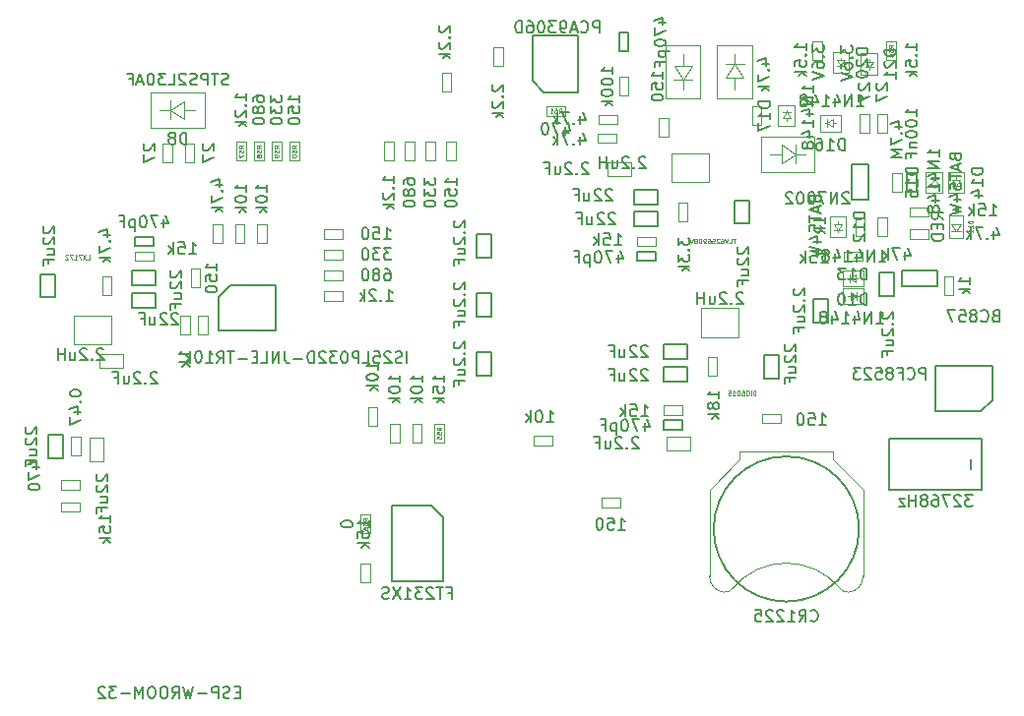
<source format=gbr>
G04 #@! TF.FileFunction,Other,Fab,Bot*
%FSLAX46Y46*%
G04 Gerber Fmt 4.6, Leading zero omitted, Abs format (unit mm)*
G04 Created by KiCad (PCBNEW 4.0.7+dfsg1-1) date Tue Jan  9 10:34:10 2018*
%MOMM*%
%LPD*%
G01*
G04 APERTURE LIST*
%ADD10C,0.100000*%
%ADD11C,0.150000*%
%ADD12C,0.075000*%
G04 APERTURE END LIST*
D10*
X103098000Y-99558000D02*
X103898000Y-99558000D01*
X103098000Y-97958000D02*
X103098000Y-99558000D01*
X103898000Y-97958000D02*
X103098000Y-97958000D01*
X103898000Y-99558000D02*
X103898000Y-97958000D01*
X154195000Y-64200000D02*
X154195000Y-68800000D01*
X154195000Y-68800000D02*
X157195000Y-68800000D01*
X157195000Y-64200000D02*
X154195000Y-64200000D01*
X157195000Y-64200000D02*
X157195000Y-68800000D01*
X155693980Y-67149440D02*
X155693980Y-68051140D01*
X155693980Y-65998820D02*
X155693980Y-65000600D01*
X156494080Y-67149440D02*
X154893880Y-67149440D01*
X154944680Y-65998820D02*
X156494080Y-65998820D01*
X155693980Y-67149440D02*
X154944680Y-65998820D01*
X155693980Y-67149440D02*
X156494080Y-65998820D01*
X153644000Y-72126000D02*
X154444000Y-72126000D01*
X153644000Y-70526000D02*
X153644000Y-72126000D01*
X154444000Y-70526000D02*
X153644000Y-70526000D01*
X154444000Y-72126000D02*
X154444000Y-70526000D01*
X160470000Y-89340000D02*
X160470000Y-86840000D01*
X157270000Y-89340000D02*
X160470000Y-89340000D01*
X157270000Y-86840000D02*
X157270000Y-89340000D01*
X160470000Y-86840000D02*
X157270000Y-86840000D01*
X103295000Y-87475000D02*
X103295000Y-89975000D01*
X106495000Y-87475000D02*
X103295000Y-87475000D01*
X106495000Y-89975000D02*
X106495000Y-87475000D01*
X103295000Y-89975000D02*
X106495000Y-89975000D01*
X157930000Y-76005000D02*
X157930000Y-73505000D01*
X154730000Y-76005000D02*
X157930000Y-76005000D01*
X154730000Y-73505000D02*
X154730000Y-76005000D01*
X157930000Y-73505000D02*
X154730000Y-73505000D01*
D11*
X101710000Y-83915000D02*
X100460000Y-83915000D01*
X101710000Y-85915000D02*
X101710000Y-83915000D01*
X100460000Y-85915000D02*
X101710000Y-85915000D01*
X100460000Y-83915000D02*
X100460000Y-85915000D01*
X154060000Y-90005000D02*
X154060000Y-91255000D01*
X156060000Y-90005000D02*
X154060000Y-90005000D01*
X156060000Y-91255000D02*
X156060000Y-90005000D01*
X154060000Y-91255000D02*
X156060000Y-91255000D01*
X154060000Y-91910000D02*
X154060000Y-93160000D01*
X156060000Y-91910000D02*
X154060000Y-91910000D01*
X156060000Y-93160000D02*
X156060000Y-91910000D01*
X154060000Y-93160000D02*
X156060000Y-93160000D01*
X162690000Y-92900000D02*
X163940000Y-92900000D01*
X162690000Y-90900000D02*
X162690000Y-92900000D01*
X163940000Y-90900000D02*
X162690000Y-90900000D01*
X163940000Y-92900000D02*
X163940000Y-90900000D01*
X151520000Y-78575000D02*
X151520000Y-79825000D01*
X153520000Y-78575000D02*
X151520000Y-78575000D01*
X153520000Y-79825000D02*
X153520000Y-78575000D01*
X151520000Y-79825000D02*
X153520000Y-79825000D01*
X151520000Y-76670000D02*
X151520000Y-77920000D01*
X153520000Y-76670000D02*
X151520000Y-76670000D01*
X153520000Y-77920000D02*
X153520000Y-76670000D01*
X151520000Y-77920000D02*
X153520000Y-77920000D01*
X160150000Y-79565000D02*
X161400000Y-79565000D01*
X160150000Y-77565000D02*
X160150000Y-79565000D01*
X161400000Y-77565000D02*
X160150000Y-77565000D01*
X161400000Y-79565000D02*
X161400000Y-77565000D01*
X110340000Y-84905000D02*
X110340000Y-83655000D01*
X108340000Y-84905000D02*
X110340000Y-84905000D01*
X108340000Y-83655000D02*
X108340000Y-84905000D01*
X110340000Y-83655000D02*
X108340000Y-83655000D01*
X110340000Y-86810000D02*
X110340000Y-85560000D01*
X108340000Y-86810000D02*
X110340000Y-86810000D01*
X108340000Y-85560000D02*
X108340000Y-86810000D01*
X110340000Y-85560000D02*
X108340000Y-85560000D01*
X172596000Y-85788000D02*
X173846000Y-85788000D01*
X172596000Y-83788000D02*
X172596000Y-85788000D01*
X173846000Y-83788000D02*
X172596000Y-83788000D01*
X173846000Y-85788000D02*
X173846000Y-83788000D01*
X177535000Y-83580000D02*
X174495000Y-83580000D01*
X174495000Y-84980000D02*
X174495000Y-83580000D01*
X177535000Y-84980000D02*
X177535000Y-83580000D01*
X177535000Y-84980000D02*
X174495000Y-84980000D01*
X170235000Y-74505000D02*
X170235000Y-77545000D01*
X171635000Y-77545000D02*
X170235000Y-77545000D01*
X171635000Y-74505000D02*
X170235000Y-74505000D01*
X171635000Y-74505000D02*
X171635000Y-77545000D01*
X154060000Y-96510000D02*
X154060000Y-97310000D01*
X155660000Y-96510000D02*
X154060000Y-96510000D01*
X155660000Y-97310000D02*
X155660000Y-96510000D01*
X154060000Y-97310000D02*
X155660000Y-97310000D01*
X151720000Y-81975000D02*
X151720000Y-82775000D01*
X153320000Y-81975000D02*
X151720000Y-81975000D01*
X153320000Y-82775000D02*
X153320000Y-81975000D01*
X151720000Y-82775000D02*
X153320000Y-82775000D01*
X110140000Y-81505000D02*
X110140000Y-80705000D01*
X108540000Y-81505000D02*
X110140000Y-81505000D01*
X108540000Y-80705000D02*
X108540000Y-81505000D01*
X110140000Y-80705000D02*
X108540000Y-80705000D01*
X175780000Y-75225000D02*
X174980000Y-75225000D01*
X175780000Y-76825000D02*
X175780000Y-75225000D01*
X174980000Y-76825000D02*
X175780000Y-76825000D01*
X174980000Y-75225000D02*
X174980000Y-76825000D01*
D10*
X169500000Y-81975000D02*
X169500000Y-82775000D01*
X171100000Y-81975000D02*
X169500000Y-81975000D01*
X171100000Y-82775000D02*
X171100000Y-81975000D01*
X169500000Y-82775000D02*
X171100000Y-82775000D01*
X172440000Y-80635000D02*
X173240000Y-80635000D01*
X172440000Y-79035000D02*
X172440000Y-80635000D01*
X173240000Y-79035000D02*
X172440000Y-79035000D01*
X173240000Y-80635000D02*
X173240000Y-79035000D01*
X176815000Y-80870000D02*
X176815000Y-80070000D01*
X175215000Y-80870000D02*
X176815000Y-80870000D01*
X175215000Y-80070000D02*
X175215000Y-80870000D01*
X176815000Y-80070000D02*
X175215000Y-80070000D01*
X174510000Y-75225000D02*
X173710000Y-75225000D01*
X174510000Y-76825000D02*
X174510000Y-75225000D01*
X173710000Y-76825000D02*
X174510000Y-76825000D01*
X173710000Y-75225000D02*
X173710000Y-76825000D01*
X178955000Y-84115000D02*
X178155000Y-84115000D01*
X178955000Y-85715000D02*
X178955000Y-84115000D01*
X178155000Y-85715000D02*
X178955000Y-85715000D01*
X178155000Y-84115000D02*
X178155000Y-85715000D01*
X114185000Y-83480000D02*
X113385000Y-83480000D01*
X114185000Y-85080000D02*
X114185000Y-83480000D01*
X113385000Y-85080000D02*
X114185000Y-85080000D01*
X113385000Y-83480000D02*
X113385000Y-85080000D01*
X170535000Y-80635000D02*
X171335000Y-80635000D01*
X170535000Y-79035000D02*
X170535000Y-80635000D01*
X171335000Y-79035000D02*
X170535000Y-79035000D01*
X171335000Y-80635000D02*
X171335000Y-79035000D01*
X128790000Y-108880000D02*
X127990000Y-108880000D01*
X128790000Y-110480000D02*
X128790000Y-108880000D01*
X127990000Y-110480000D02*
X128790000Y-110480000D01*
X127990000Y-108880000D02*
X127990000Y-110480000D01*
X150272000Y-103984000D02*
X150272000Y-103184000D01*
X148672000Y-103984000D02*
X150272000Y-103984000D01*
X148672000Y-103184000D02*
X148672000Y-103984000D01*
X150272000Y-103184000D02*
X148672000Y-103184000D01*
X176815000Y-78965000D02*
X176815000Y-78165000D01*
X175215000Y-78965000D02*
X176815000Y-78965000D01*
X175215000Y-78165000D02*
X175215000Y-78965000D01*
X176815000Y-78165000D02*
X175215000Y-78165000D01*
X154060000Y-95240000D02*
X154060000Y-96040000D01*
X155660000Y-95240000D02*
X154060000Y-95240000D01*
X155660000Y-96040000D02*
X155660000Y-95240000D01*
X154060000Y-96040000D02*
X155660000Y-96040000D01*
X110140000Y-82775000D02*
X110140000Y-81975000D01*
X108540000Y-82775000D02*
X110140000Y-82775000D01*
X108540000Y-81975000D02*
X108540000Y-82775000D01*
X110140000Y-81975000D02*
X108540000Y-81975000D01*
X151720000Y-80705000D02*
X151720000Y-81505000D01*
X153320000Y-80705000D02*
X151720000Y-80705000D01*
X153320000Y-81505000D02*
X153320000Y-80705000D01*
X151720000Y-81505000D02*
X153320000Y-81505000D01*
X158635000Y-91100000D02*
X157835000Y-91100000D01*
X158635000Y-92700000D02*
X158635000Y-91100000D01*
X157835000Y-92700000D02*
X158635000Y-92700000D01*
X157835000Y-91100000D02*
X157835000Y-92700000D01*
X105765000Y-85715000D02*
X106565000Y-85715000D01*
X105765000Y-84115000D02*
X105765000Y-85715000D01*
X106565000Y-84115000D02*
X105765000Y-84115000D01*
X106565000Y-85715000D02*
X106565000Y-84115000D01*
X156095000Y-77765000D02*
X155295000Y-77765000D01*
X156095000Y-79365000D02*
X156095000Y-77765000D01*
X155295000Y-79365000D02*
X156095000Y-79365000D01*
X155295000Y-77765000D02*
X155295000Y-79365000D01*
X126396000Y-86204000D02*
X126396000Y-85404000D01*
X124796000Y-86204000D02*
X126396000Y-86204000D01*
X124796000Y-85404000D02*
X124796000Y-86204000D01*
X126396000Y-85404000D02*
X124796000Y-85404000D01*
X126396000Y-84426000D02*
X126396000Y-83626000D01*
X124796000Y-84426000D02*
X126396000Y-84426000D01*
X124796000Y-83626000D02*
X124796000Y-84426000D01*
X126396000Y-83626000D02*
X124796000Y-83626000D01*
X126396000Y-82648000D02*
X126396000Y-81848000D01*
X124796000Y-82648000D02*
X126396000Y-82648000D01*
X124796000Y-81848000D02*
X124796000Y-82648000D01*
X126396000Y-81848000D02*
X124796000Y-81848000D01*
X126396000Y-80870000D02*
X126396000Y-80070000D01*
X124796000Y-80870000D02*
X126396000Y-80870000D01*
X124796000Y-80070000D02*
X124796000Y-80870000D01*
X126396000Y-80070000D02*
X124796000Y-80070000D01*
X130022000Y-74158000D02*
X130822000Y-74158000D01*
X130022000Y-72558000D02*
X130022000Y-74158000D01*
X130822000Y-72558000D02*
X130022000Y-72558000D01*
X130822000Y-74158000D02*
X130822000Y-72558000D01*
X131800000Y-74158000D02*
X132600000Y-74158000D01*
X131800000Y-72558000D02*
X131800000Y-74158000D01*
X132600000Y-72558000D02*
X131800000Y-72558000D01*
X132600000Y-74158000D02*
X132600000Y-72558000D01*
X133578000Y-74158000D02*
X134378000Y-74158000D01*
X133578000Y-72558000D02*
X133578000Y-74158000D01*
X134378000Y-72558000D02*
X133578000Y-72558000D01*
X134378000Y-74158000D02*
X134378000Y-72558000D01*
X135356000Y-74158000D02*
X136156000Y-74158000D01*
X135356000Y-72558000D02*
X135356000Y-74158000D01*
X136156000Y-72558000D02*
X135356000Y-72558000D01*
X136156000Y-74158000D02*
X136156000Y-72558000D01*
D11*
X150189600Y-64760000D02*
X150989600Y-64760000D01*
X150189600Y-63160000D02*
X150189600Y-64760000D01*
X150989600Y-63160000D02*
X150189600Y-63160000D01*
X150989600Y-64760000D02*
X150989600Y-63160000D01*
D10*
X161645000Y-71110000D02*
X162445000Y-71110000D01*
X161645000Y-69510000D02*
X161645000Y-71110000D01*
X162445000Y-69510000D02*
X161645000Y-69510000D01*
X162445000Y-71110000D02*
X162445000Y-69510000D01*
X139420000Y-66030000D02*
X140220000Y-66030000D01*
X139420000Y-64430000D02*
X139420000Y-66030000D01*
X140220000Y-64430000D02*
X139420000Y-64430000D01*
X140220000Y-66030000D02*
X140220000Y-64430000D01*
X134975000Y-68232000D02*
X135775000Y-68232000D01*
X134975000Y-66632000D02*
X134975000Y-68232000D01*
X135775000Y-66632000D02*
X134975000Y-66632000D01*
X135775000Y-68232000D02*
X135775000Y-66632000D01*
X150215000Y-68570000D02*
X151015000Y-68570000D01*
X150215000Y-66970000D02*
X150215000Y-68570000D01*
X151015000Y-66970000D02*
X150215000Y-66970000D01*
X151015000Y-68570000D02*
X151015000Y-66970000D01*
X149975000Y-72615000D02*
X149975000Y-71815000D01*
X148375000Y-72615000D02*
X149975000Y-72615000D01*
X148375000Y-71815000D02*
X148375000Y-72615000D01*
X149975000Y-71815000D02*
X148375000Y-71815000D01*
X150080000Y-71000000D02*
X150080000Y-70200000D01*
X148480000Y-71000000D02*
X150080000Y-71000000D01*
X148480000Y-70200000D02*
X148480000Y-71000000D01*
X150080000Y-70200000D02*
X148480000Y-70200000D01*
D11*
X134035000Y-103890000D02*
X130635000Y-103890000D01*
X130635000Y-103890000D02*
X130635000Y-110390000D01*
X130635000Y-110390000D02*
X135035000Y-110390000D01*
X135035000Y-110390000D02*
X135035000Y-104890000D01*
X135035000Y-104890000D02*
X134035000Y-103890000D01*
D10*
X119900000Y-79670000D02*
X119100000Y-79670000D01*
X119900000Y-81270000D02*
X119900000Y-79670000D01*
X119100000Y-81270000D02*
X119900000Y-81270000D01*
X119100000Y-79670000D02*
X119100000Y-81270000D01*
X114020000Y-89144000D02*
X114820000Y-89144000D01*
X114020000Y-87544000D02*
X114020000Y-89144000D01*
X114820000Y-87544000D02*
X114020000Y-87544000D01*
X114820000Y-89144000D02*
X114820000Y-87544000D01*
X128625000Y-96975000D02*
X129425000Y-96975000D01*
X128625000Y-95375000D02*
X128625000Y-96975000D01*
X129425000Y-95375000D02*
X128625000Y-95375000D01*
X129425000Y-96975000D02*
X129425000Y-95375000D01*
X117995000Y-79670000D02*
X117195000Y-79670000D01*
X117995000Y-81270000D02*
X117995000Y-79670000D01*
X117195000Y-81270000D02*
X117995000Y-81270000D01*
X117195000Y-79670000D02*
X117195000Y-81270000D01*
X112496000Y-89144000D02*
X113296000Y-89144000D01*
X112496000Y-87544000D02*
X112496000Y-89144000D01*
X113296000Y-87544000D02*
X112496000Y-87544000D01*
X113296000Y-89144000D02*
X113296000Y-87544000D01*
X116090000Y-79670000D02*
X115290000Y-79670000D01*
X116090000Y-81270000D02*
X116090000Y-79670000D01*
X115290000Y-81270000D02*
X116090000Y-81270000D01*
X115290000Y-79670000D02*
X115290000Y-81270000D01*
X144430000Y-98650000D02*
X144430000Y-97850000D01*
X142830000Y-98650000D02*
X144430000Y-98650000D01*
X142830000Y-97850000D02*
X142830000Y-98650000D01*
X144430000Y-97850000D02*
X142830000Y-97850000D01*
X132435000Y-98415000D02*
X133235000Y-98415000D01*
X132435000Y-96815000D02*
X132435000Y-98415000D01*
X133235000Y-96815000D02*
X132435000Y-96815000D01*
X133235000Y-98415000D02*
X133235000Y-96815000D01*
X130530000Y-98415000D02*
X131330000Y-98415000D01*
X130530000Y-96815000D02*
X130530000Y-98415000D01*
X131330000Y-96815000D02*
X130530000Y-96815000D01*
X131330000Y-98415000D02*
X131330000Y-96815000D01*
X102190000Y-103565000D02*
X102190000Y-104365000D01*
X103790000Y-103565000D02*
X102190000Y-103565000D01*
X103790000Y-104365000D02*
X103790000Y-103565000D01*
X102190000Y-104365000D02*
X103790000Y-104365000D01*
X103790000Y-102460000D02*
X103790000Y-101660000D01*
X102190000Y-102460000D02*
X103790000Y-102460000D01*
X102190000Y-101660000D02*
X102190000Y-102460000D01*
X103790000Y-101660000D02*
X102190000Y-101660000D01*
D11*
X166881000Y-88074000D02*
X168131000Y-88074000D01*
X166881000Y-86074000D02*
X166881000Y-88074000D01*
X168131000Y-86074000D02*
X166881000Y-86074000D01*
X168131000Y-88074000D02*
X168131000Y-86074000D01*
D10*
X164115000Y-96745000D02*
X164115000Y-95945000D01*
X162515000Y-96745000D02*
X164115000Y-96745000D01*
X162515000Y-95945000D02*
X162515000Y-96745000D01*
X164115000Y-95945000D02*
X162515000Y-95945000D01*
X166852000Y-65522000D02*
X167652000Y-65522000D01*
X166852000Y-63922000D02*
X166852000Y-65522000D01*
X167652000Y-63922000D02*
X166852000Y-63922000D01*
X167652000Y-65522000D02*
X167652000Y-63922000D01*
D11*
X139175000Y-90646000D02*
X137925000Y-90646000D01*
X139175000Y-92646000D02*
X139175000Y-90646000D01*
X137925000Y-92646000D02*
X139175000Y-92646000D01*
X137925000Y-90646000D02*
X137925000Y-92646000D01*
X137925000Y-82486000D02*
X139175000Y-82486000D01*
X137925000Y-80486000D02*
X137925000Y-82486000D01*
X139175000Y-80486000D02*
X137925000Y-80486000D01*
X139175000Y-82486000D02*
X139175000Y-80486000D01*
X139175000Y-85566000D02*
X137925000Y-85566000D01*
X139175000Y-87566000D02*
X139175000Y-85566000D01*
X137925000Y-87566000D02*
X139175000Y-87566000D01*
X137925000Y-85566000D02*
X137925000Y-87566000D01*
X102345000Y-97758000D02*
X101095000Y-97758000D01*
X102345000Y-99758000D02*
X102345000Y-97758000D01*
X101095000Y-99758000D02*
X102345000Y-99758000D01*
X101095000Y-97758000D02*
X101095000Y-99758000D01*
D10*
X112877000Y-74285000D02*
X113677000Y-74285000D01*
X112877000Y-72685000D02*
X112877000Y-74285000D01*
X113677000Y-72685000D02*
X112877000Y-72685000D01*
X113677000Y-74285000D02*
X113677000Y-72685000D01*
X110972000Y-74285000D02*
X111772000Y-74285000D01*
X110972000Y-72685000D02*
X110972000Y-74285000D01*
X111772000Y-72685000D02*
X110972000Y-72685000D01*
X111772000Y-74285000D02*
X111772000Y-72685000D01*
X172440000Y-71745000D02*
X173240000Y-71745000D01*
X172440000Y-70145000D02*
X172440000Y-71745000D01*
X173240000Y-70145000D02*
X172440000Y-70145000D01*
X173240000Y-71745000D02*
X173240000Y-70145000D01*
X170916000Y-71745000D02*
X171716000Y-71745000D01*
X170916000Y-70145000D02*
X170916000Y-71745000D01*
X171716000Y-70145000D02*
X170916000Y-70145000D01*
X171716000Y-71745000D02*
X171716000Y-70145000D01*
X104656000Y-100012000D02*
X105896000Y-100012000D01*
X104656000Y-98012000D02*
X104656000Y-100012000D01*
X105896000Y-98012000D02*
X104656000Y-98012000D01*
X105896000Y-100012000D02*
X105896000Y-98012000D01*
X114561000Y-68302000D02*
X109961000Y-68302000D01*
X109961000Y-68302000D02*
X109961000Y-71302000D01*
X114561000Y-71302000D02*
X114561000Y-68302000D01*
X114561000Y-71302000D02*
X109961000Y-71302000D01*
X111611560Y-69800980D02*
X110709860Y-69800980D01*
X112762180Y-69800980D02*
X113760400Y-69800980D01*
X111611560Y-70601080D02*
X111611560Y-69000880D01*
X112762180Y-69051680D02*
X112762180Y-70601080D01*
X111611560Y-69800980D02*
X112762180Y-69051680D01*
X111611560Y-69800980D02*
X112762180Y-70601080D01*
X162412000Y-75112000D02*
X167012000Y-75112000D01*
X167012000Y-75112000D02*
X167012000Y-72112000D01*
X162412000Y-72112000D02*
X162412000Y-75112000D01*
X162412000Y-72112000D02*
X167012000Y-72112000D01*
X165361440Y-73613020D02*
X166263140Y-73613020D01*
X164210820Y-73613020D02*
X163212600Y-73613020D01*
X165361440Y-72812920D02*
X165361440Y-74413120D01*
X164210820Y-74362320D02*
X164210820Y-72812920D01*
X165361440Y-73613020D02*
X164210820Y-74362320D01*
X165361440Y-73613020D02*
X164210820Y-72812920D01*
X161640000Y-68800000D02*
X161640000Y-64200000D01*
X161640000Y-64200000D02*
X158640000Y-64200000D01*
X158640000Y-68800000D02*
X161640000Y-68800000D01*
X158640000Y-68800000D02*
X158640000Y-64200000D01*
X160141020Y-65850560D02*
X160141020Y-64948860D01*
X160141020Y-67001180D02*
X160141020Y-67999400D01*
X159340920Y-65850560D02*
X160941120Y-65850560D01*
X160890320Y-67001180D02*
X159340920Y-67001180D01*
X160141020Y-65850560D02*
X160890320Y-67001180D01*
X160141020Y-65850560D02*
X159340920Y-67001180D01*
X154314000Y-97884000D02*
X154314000Y-99124000D01*
X156314000Y-97884000D02*
X154314000Y-97884000D01*
X156314000Y-99124000D02*
X156314000Y-97884000D01*
X154314000Y-99124000D02*
X156314000Y-99124000D01*
X107546000Y-92012000D02*
X107546000Y-90772000D01*
X105546000Y-92012000D02*
X107546000Y-92012000D01*
X105546000Y-90772000D02*
X105546000Y-92012000D01*
X107546000Y-90772000D02*
X105546000Y-90772000D01*
X151234000Y-75502000D02*
X151234000Y-74262000D01*
X149234000Y-75502000D02*
X151234000Y-75502000D01*
X149234000Y-74262000D02*
X149234000Y-75502000D01*
X151234000Y-74262000D02*
X149234000Y-74262000D01*
X173202000Y-65522000D02*
X174002000Y-65522000D01*
X173202000Y-63922000D02*
X173202000Y-65522000D01*
X174002000Y-63922000D02*
X173202000Y-63922000D01*
X174002000Y-65522000D02*
X174002000Y-63922000D01*
X135140000Y-96815000D02*
X134340000Y-96815000D01*
X135140000Y-98415000D02*
X135140000Y-96815000D01*
X134340000Y-98415000D02*
X135140000Y-98415000D01*
X134340000Y-96815000D02*
X134340000Y-98415000D01*
D11*
X170835000Y-105870000D02*
G75*
G03X170835000Y-105870000I-6250000J0D01*
G01*
D10*
X159206987Y-111317558D02*
G75*
G03X159985000Y-110970000I88013J847558D01*
G01*
X169963013Y-111317558D02*
G75*
G02X169185000Y-110970000I-88013J847558D01*
G01*
X159977095Y-110979589D02*
G75*
G02X169185000Y-110970000I4607905J-3790411D01*
G01*
X157985000Y-109920000D02*
G75*
G03X159285000Y-111320000I1350000J-50000D01*
G01*
X171185000Y-109920000D02*
G75*
G02X169885000Y-111320000I-1350000J-50000D01*
G01*
X157985000Y-102470000D02*
X157985000Y-109970000D01*
X171185000Y-102470000D02*
X171185000Y-109970000D01*
X160585000Y-99870000D02*
X157985000Y-102470000D01*
X168585000Y-99870000D02*
X171185000Y-102470000D01*
X160585000Y-99170000D02*
X160585000Y-99870000D01*
X168585000Y-99170000D02*
X168585000Y-99870000D01*
X168585000Y-99170000D02*
X160585000Y-99170000D01*
X169284000Y-65538000D02*
X169284000Y-65288000D01*
X168934000Y-65538000D02*
X169284000Y-66038000D01*
X169634000Y-65538000D02*
X168934000Y-65538000D01*
X169284000Y-66038000D02*
X169634000Y-65538000D01*
X169284000Y-66038000D02*
X169284000Y-66238000D01*
X169634000Y-66038000D02*
X168934000Y-66038000D01*
X168584000Y-66638000D02*
X169984000Y-66638000D01*
X168584000Y-64838000D02*
X168584000Y-66638000D01*
X169984000Y-64838000D02*
X168584000Y-64838000D01*
X169984000Y-66638000D02*
X169984000Y-64838000D01*
X171697000Y-65631000D02*
X171697000Y-65381000D01*
X171347000Y-65631000D02*
X171697000Y-66131000D01*
X172047000Y-65631000D02*
X171347000Y-65631000D01*
X171697000Y-66131000D02*
X172047000Y-65631000D01*
X171697000Y-66131000D02*
X171697000Y-66331000D01*
X172047000Y-66131000D02*
X171347000Y-66131000D01*
X170997000Y-66731000D02*
X172397000Y-66731000D01*
X170997000Y-64931000D02*
X170997000Y-66731000D01*
X172397000Y-64931000D02*
X170997000Y-64931000D01*
X172397000Y-66731000D02*
X172397000Y-64931000D01*
X170500000Y-84280000D02*
X170750000Y-84280000D01*
X170500000Y-83930000D02*
X170000000Y-84280000D01*
X170500000Y-84630000D02*
X170500000Y-83930000D01*
X170000000Y-84280000D02*
X170500000Y-84630000D01*
X170000000Y-84280000D02*
X169800000Y-84280000D01*
X170000000Y-84630000D02*
X170000000Y-83930000D01*
X169400000Y-83580000D02*
X169400000Y-84980000D01*
X171200000Y-83580000D02*
X169400000Y-83580000D01*
X171200000Y-84980000D02*
X171200000Y-83580000D01*
X169400000Y-84980000D02*
X171200000Y-84980000D01*
X169030000Y-79635000D02*
X169030000Y-79385000D01*
X168680000Y-79635000D02*
X169030000Y-80135000D01*
X169380000Y-79635000D02*
X168680000Y-79635000D01*
X169030000Y-80135000D02*
X169380000Y-79635000D01*
X169030000Y-80135000D02*
X169030000Y-80335000D01*
X169380000Y-80135000D02*
X168680000Y-80135000D01*
X168330000Y-80735000D02*
X169730000Y-80735000D01*
X168330000Y-78935000D02*
X168330000Y-80735000D01*
X169730000Y-78935000D02*
X168330000Y-78935000D01*
X169730000Y-80735000D02*
X169730000Y-78935000D01*
X170100000Y-85804000D02*
X169850000Y-85804000D01*
X170100000Y-86154000D02*
X170600000Y-85804000D01*
X170100000Y-85454000D02*
X170100000Y-86154000D01*
X170600000Y-85804000D02*
X170100000Y-85454000D01*
X170600000Y-85804000D02*
X170800000Y-85804000D01*
X170600000Y-85454000D02*
X170600000Y-86154000D01*
X171200000Y-86504000D02*
X171200000Y-85104000D01*
X169400000Y-86504000D02*
X171200000Y-86504000D01*
X169400000Y-85104000D02*
X169400000Y-86504000D01*
X171200000Y-85104000D02*
X169400000Y-85104000D01*
X179190000Y-75825000D02*
X179190000Y-75575000D01*
X178840000Y-75825000D02*
X179190000Y-76325000D01*
X179540000Y-75825000D02*
X178840000Y-75825000D01*
X179190000Y-76325000D02*
X179540000Y-75825000D01*
X179190000Y-76325000D02*
X179190000Y-76525000D01*
X179540000Y-76325000D02*
X178840000Y-76325000D01*
X178490000Y-76925000D02*
X179890000Y-76925000D01*
X178490000Y-75125000D02*
X178490000Y-76925000D01*
X179890000Y-75125000D02*
X178490000Y-75125000D01*
X179890000Y-76925000D02*
X179890000Y-75125000D01*
X177285000Y-76225000D02*
X177285000Y-76475000D01*
X177635000Y-76225000D02*
X177285000Y-75725000D01*
X176935000Y-76225000D02*
X177635000Y-76225000D01*
X177285000Y-75725000D02*
X176935000Y-76225000D01*
X177285000Y-75725000D02*
X177285000Y-75525000D01*
X176935000Y-75725000D02*
X177635000Y-75725000D01*
X177985000Y-75125000D02*
X176585000Y-75125000D01*
X177985000Y-76925000D02*
X177985000Y-75125000D01*
X176585000Y-76925000D02*
X177985000Y-76925000D01*
X176585000Y-75125000D02*
X176585000Y-76925000D01*
X168595000Y-70945000D02*
X168845000Y-70945000D01*
X168595000Y-70595000D02*
X168095000Y-70945000D01*
X168595000Y-71295000D02*
X168595000Y-70595000D01*
X168095000Y-70945000D02*
X168595000Y-71295000D01*
X168095000Y-70945000D02*
X167895000Y-70945000D01*
X168095000Y-71295000D02*
X168095000Y-70595000D01*
X167495000Y-70245000D02*
X167495000Y-71645000D01*
X169295000Y-70245000D02*
X167495000Y-70245000D01*
X169295000Y-71645000D02*
X169295000Y-70245000D01*
X167495000Y-71645000D02*
X169295000Y-71645000D01*
X164585000Y-70510000D02*
X164585000Y-70760000D01*
X164935000Y-70510000D02*
X164585000Y-70010000D01*
X164235000Y-70510000D02*
X164935000Y-70510000D01*
X164585000Y-70010000D02*
X164235000Y-70510000D01*
X164585000Y-70010000D02*
X164585000Y-69810000D01*
X164235000Y-70010000D02*
X164935000Y-70010000D01*
X165285000Y-69410000D02*
X163885000Y-69410000D01*
X165285000Y-71210000D02*
X165285000Y-69410000D01*
X163885000Y-71210000D02*
X165285000Y-71210000D01*
X163885000Y-69410000D02*
X163885000Y-71210000D01*
X127990000Y-106246000D02*
X128790000Y-106246000D01*
X127990000Y-104646000D02*
X127990000Y-106246000D01*
X128790000Y-104646000D02*
X127990000Y-104646000D01*
X128790000Y-106246000D02*
X128790000Y-104646000D01*
X117322000Y-74158000D02*
X118122000Y-74158000D01*
X117322000Y-72558000D02*
X117322000Y-74158000D01*
X118122000Y-72558000D02*
X117322000Y-72558000D01*
X118122000Y-74158000D02*
X118122000Y-72558000D01*
X118846000Y-74158000D02*
X119646000Y-74158000D01*
X118846000Y-72558000D02*
X118846000Y-74158000D01*
X119646000Y-72558000D02*
X118846000Y-72558000D01*
X119646000Y-74158000D02*
X119646000Y-72558000D01*
X120370000Y-74158000D02*
X121170000Y-74158000D01*
X120370000Y-72558000D02*
X120370000Y-74158000D01*
X121170000Y-72558000D02*
X120370000Y-72558000D01*
X121170000Y-74158000D02*
X121170000Y-72558000D01*
X121894000Y-74158000D02*
X122694000Y-74158000D01*
X121894000Y-72558000D02*
X121894000Y-74158000D01*
X122694000Y-72558000D02*
X121894000Y-72558000D01*
X122694000Y-74158000D02*
X122694000Y-72558000D01*
X145580000Y-70300000D02*
X145580000Y-69500000D01*
X143980000Y-70300000D02*
X145580000Y-70300000D01*
X143980000Y-69500000D02*
X143980000Y-70300000D01*
X145580000Y-69500000D02*
X143980000Y-69500000D01*
D11*
X182275000Y-94755000D02*
X182275000Y-91855000D01*
X182275000Y-91855000D02*
X177375000Y-91855000D01*
X177375000Y-91855000D02*
X177375000Y-95755000D01*
X177375000Y-95755000D02*
X181275000Y-95755000D01*
X181275000Y-95755000D02*
X182275000Y-94755000D01*
X143730000Y-68251500D02*
X146630000Y-68251500D01*
X146630000Y-68251500D02*
X146630000Y-63351500D01*
X146630000Y-63351500D02*
X142730000Y-63351500D01*
X142730000Y-63351500D02*
X142730000Y-67251500D01*
X142730000Y-67251500D02*
X143730000Y-68251500D01*
X115780000Y-85870000D02*
X115780000Y-88770000D01*
X115780000Y-88770000D02*
X120680000Y-88770000D01*
X120680000Y-88770000D02*
X120680000Y-84870000D01*
X120680000Y-84870000D02*
X116780000Y-84870000D01*
X116780000Y-84870000D02*
X115780000Y-85870000D01*
X181412000Y-98082000D02*
X181412000Y-102482000D01*
X173412000Y-98082000D02*
X181412000Y-98082000D01*
X173412000Y-102482000D02*
X173412000Y-98082000D01*
X181412000Y-102482000D02*
X173412000Y-102482000D01*
X180412000Y-99882000D02*
X180412000Y-100682000D01*
D10*
X179590000Y-80235000D02*
X178790000Y-80235000D01*
X179190000Y-80235000D02*
X179590000Y-79635000D01*
X178790000Y-79635000D02*
X179190000Y-80235000D01*
X179590000Y-79635000D02*
X178790000Y-79635000D01*
X178590000Y-78835000D02*
X178590000Y-80835000D01*
X179790000Y-78835000D02*
X178590000Y-78835000D01*
X179790000Y-80835000D02*
X179790000Y-78835000D01*
X178590000Y-80835000D02*
X179790000Y-80835000D01*
D11*
X102950381Y-94133905D02*
X102950381Y-94229144D01*
X102998000Y-94324382D01*
X103045619Y-94372001D01*
X103140857Y-94419620D01*
X103331333Y-94467239D01*
X103569429Y-94467239D01*
X103759905Y-94419620D01*
X103855143Y-94372001D01*
X103902762Y-94324382D01*
X103950381Y-94229144D01*
X103950381Y-94133905D01*
X103902762Y-94038667D01*
X103855143Y-93991048D01*
X103759905Y-93943429D01*
X103569429Y-93895810D01*
X103331333Y-93895810D01*
X103140857Y-93943429D01*
X103045619Y-93991048D01*
X102998000Y-94038667D01*
X102950381Y-94133905D01*
X103855143Y-94895810D02*
X103902762Y-94943429D01*
X103950381Y-94895810D01*
X103902762Y-94848191D01*
X103855143Y-94895810D01*
X103950381Y-94895810D01*
X103283714Y-95800572D02*
X103950381Y-95800572D01*
X102902762Y-95562476D02*
X103617048Y-95324381D01*
X103617048Y-95943429D01*
X102950381Y-96229143D02*
X102950381Y-96895810D01*
X103950381Y-96467238D01*
X153988381Y-67103334D02*
X153988381Y-66531905D01*
X153988381Y-66817619D02*
X152988381Y-66817619D01*
X153131238Y-66722381D01*
X153226476Y-66627143D01*
X153274095Y-66531905D01*
X152988381Y-68008096D02*
X152988381Y-67531905D01*
X153464571Y-67484286D01*
X153416952Y-67531905D01*
X153369333Y-67627143D01*
X153369333Y-67865239D01*
X153416952Y-67960477D01*
X153464571Y-68008096D01*
X153559810Y-68055715D01*
X153797905Y-68055715D01*
X153893143Y-68008096D01*
X153940762Y-67960477D01*
X153988381Y-67865239D01*
X153988381Y-67627143D01*
X153940762Y-67531905D01*
X153893143Y-67484286D01*
X152988381Y-68674762D02*
X152988381Y-68770001D01*
X153036000Y-68865239D01*
X153083619Y-68912858D01*
X153178857Y-68960477D01*
X153369333Y-69008096D01*
X153607429Y-69008096D01*
X153797905Y-68960477D01*
X153893143Y-68912858D01*
X153940762Y-68865239D01*
X153988381Y-68770001D01*
X153988381Y-68674762D01*
X153940762Y-68579524D01*
X153893143Y-68531905D01*
X153797905Y-68484286D01*
X153607429Y-68436667D01*
X153369333Y-68436667D01*
X153178857Y-68484286D01*
X153083619Y-68531905D01*
X153036000Y-68579524D01*
X152988381Y-68674762D01*
X160846190Y-85605619D02*
X160798571Y-85558000D01*
X160703333Y-85510381D01*
X160465237Y-85510381D01*
X160369999Y-85558000D01*
X160322380Y-85605619D01*
X160274761Y-85700857D01*
X160274761Y-85796095D01*
X160322380Y-85938952D01*
X160893809Y-86510381D01*
X160274761Y-86510381D01*
X159846190Y-86415143D02*
X159798571Y-86462762D01*
X159846190Y-86510381D01*
X159893809Y-86462762D01*
X159846190Y-86415143D01*
X159846190Y-86510381D01*
X159417619Y-85605619D02*
X159370000Y-85558000D01*
X159274762Y-85510381D01*
X159036666Y-85510381D01*
X158941428Y-85558000D01*
X158893809Y-85605619D01*
X158846190Y-85700857D01*
X158846190Y-85796095D01*
X158893809Y-85938952D01*
X159465238Y-86510381D01*
X158846190Y-86510381D01*
X157989047Y-85843714D02*
X157989047Y-86510381D01*
X158417619Y-85843714D02*
X158417619Y-86367524D01*
X158370000Y-86462762D01*
X158274762Y-86510381D01*
X158131904Y-86510381D01*
X158036666Y-86462762D01*
X157989047Y-86415143D01*
X157512857Y-86510381D02*
X157512857Y-85510381D01*
X157512857Y-85986571D02*
X156941428Y-85986571D01*
X156941428Y-86510381D02*
X156941428Y-85510381D01*
D10*
X161946428Y-94366952D02*
X161946428Y-93966952D01*
X161851190Y-93966952D01*
X161794047Y-93986000D01*
X161755952Y-94024095D01*
X161736904Y-94062190D01*
X161717856Y-94138381D01*
X161717856Y-94195524D01*
X161736904Y-94271714D01*
X161755952Y-94309810D01*
X161794047Y-94347905D01*
X161851190Y-94366952D01*
X161946428Y-94366952D01*
X161546428Y-94366952D02*
X161546428Y-93966952D01*
X161279761Y-93966952D02*
X161203571Y-93966952D01*
X161165476Y-93986000D01*
X161127380Y-94024095D01*
X161108333Y-94100286D01*
X161108333Y-94233619D01*
X161127380Y-94309810D01*
X161165476Y-94347905D01*
X161203571Y-94366952D01*
X161279761Y-94366952D01*
X161317857Y-94347905D01*
X161355952Y-94309810D01*
X161375000Y-94233619D01*
X161375000Y-94100286D01*
X161355952Y-94024095D01*
X161317857Y-93986000D01*
X161279761Y-93966952D01*
X160765475Y-93966952D02*
X160841666Y-93966952D01*
X160879761Y-93986000D01*
X160898809Y-94005048D01*
X160936904Y-94062190D01*
X160955952Y-94138381D01*
X160955952Y-94290762D01*
X160936904Y-94328857D01*
X160917856Y-94347905D01*
X160879761Y-94366952D01*
X160803571Y-94366952D01*
X160765475Y-94347905D01*
X160746428Y-94328857D01*
X160727380Y-94290762D01*
X160727380Y-94195524D01*
X160746428Y-94157429D01*
X160765475Y-94138381D01*
X160803571Y-94119333D01*
X160879761Y-94119333D01*
X160917856Y-94138381D01*
X160936904Y-94157429D01*
X160955952Y-94195524D01*
X160479761Y-93966952D02*
X160441666Y-93966952D01*
X160403571Y-93986000D01*
X160384523Y-94005048D01*
X160365476Y-94043143D01*
X160346428Y-94119333D01*
X160346428Y-94214571D01*
X160365476Y-94290762D01*
X160384523Y-94328857D01*
X160403571Y-94347905D01*
X160441666Y-94366952D01*
X160479761Y-94366952D01*
X160517857Y-94347905D01*
X160536904Y-94328857D01*
X160555952Y-94290762D01*
X160575000Y-94214571D01*
X160575000Y-94119333D01*
X160555952Y-94043143D01*
X160536904Y-94005048D01*
X160517857Y-93986000D01*
X160479761Y-93966952D01*
X159965476Y-94366952D02*
X160194048Y-94366952D01*
X160079762Y-94366952D02*
X160079762Y-93966952D01*
X160117857Y-94024095D01*
X160155952Y-94062190D01*
X160194048Y-94081238D01*
X159603572Y-93966952D02*
X159794048Y-93966952D01*
X159813096Y-94157429D01*
X159794048Y-94138381D01*
X159755953Y-94119333D01*
X159660715Y-94119333D01*
X159622619Y-94138381D01*
X159603572Y-94157429D01*
X159584524Y-94195524D01*
X159584524Y-94290762D01*
X159603572Y-94328857D01*
X159622619Y-94347905D01*
X159660715Y-94366952D01*
X159755953Y-94366952D01*
X159794048Y-94347905D01*
X159813096Y-94328857D01*
D11*
X105855190Y-90431619D02*
X105807571Y-90384000D01*
X105712333Y-90336381D01*
X105474237Y-90336381D01*
X105378999Y-90384000D01*
X105331380Y-90431619D01*
X105283761Y-90526857D01*
X105283761Y-90622095D01*
X105331380Y-90764952D01*
X105902809Y-91336381D01*
X105283761Y-91336381D01*
X104855190Y-91241143D02*
X104807571Y-91288762D01*
X104855190Y-91336381D01*
X104902809Y-91288762D01*
X104855190Y-91241143D01*
X104855190Y-91336381D01*
X104426619Y-90431619D02*
X104379000Y-90384000D01*
X104283762Y-90336381D01*
X104045666Y-90336381D01*
X103950428Y-90384000D01*
X103902809Y-90431619D01*
X103855190Y-90526857D01*
X103855190Y-90622095D01*
X103902809Y-90764952D01*
X104474238Y-91336381D01*
X103855190Y-91336381D01*
X102998047Y-90669714D02*
X102998047Y-91336381D01*
X103426619Y-90669714D02*
X103426619Y-91193524D01*
X103379000Y-91288762D01*
X103283762Y-91336381D01*
X103140904Y-91336381D01*
X103045666Y-91288762D01*
X102998047Y-91241143D01*
X102521857Y-91336381D02*
X102521857Y-90336381D01*
X102521857Y-90812571D02*
X101950428Y-90812571D01*
X101950428Y-91336381D02*
X101950428Y-90336381D01*
D10*
X104453571Y-82652952D02*
X104644047Y-82652952D01*
X104644047Y-82252952D01*
X104358332Y-82252952D02*
X104091665Y-82652952D01*
X104091665Y-82252952D02*
X104358332Y-82652952D01*
X103977380Y-82252952D02*
X103710713Y-82252952D01*
X103882142Y-82652952D01*
X103348809Y-82652952D02*
X103577381Y-82652952D01*
X103463095Y-82652952D02*
X103463095Y-82252952D01*
X103501190Y-82310095D01*
X103539285Y-82348190D01*
X103577381Y-82367238D01*
X103215476Y-82252952D02*
X102948809Y-82252952D01*
X103120238Y-82652952D01*
X102815477Y-82291048D02*
X102796429Y-82272000D01*
X102758334Y-82252952D01*
X102663096Y-82252952D01*
X102625000Y-82272000D01*
X102605953Y-82291048D01*
X102586905Y-82329143D01*
X102586905Y-82367238D01*
X102605953Y-82424381D01*
X102834524Y-82652952D01*
X102586905Y-82652952D01*
D11*
X152464190Y-73921619D02*
X152416571Y-73874000D01*
X152321333Y-73826381D01*
X152083237Y-73826381D01*
X151987999Y-73874000D01*
X151940380Y-73921619D01*
X151892761Y-74016857D01*
X151892761Y-74112095D01*
X151940380Y-74254952D01*
X152511809Y-74826381D01*
X151892761Y-74826381D01*
X151464190Y-74731143D02*
X151416571Y-74778762D01*
X151464190Y-74826381D01*
X151511809Y-74778762D01*
X151464190Y-74731143D01*
X151464190Y-74826381D01*
X151035619Y-73921619D02*
X150988000Y-73874000D01*
X150892762Y-73826381D01*
X150654666Y-73826381D01*
X150559428Y-73874000D01*
X150511809Y-73921619D01*
X150464190Y-74016857D01*
X150464190Y-74112095D01*
X150511809Y-74254952D01*
X151083238Y-74826381D01*
X150464190Y-74826381D01*
X149607047Y-74159714D02*
X149607047Y-74826381D01*
X150035619Y-74159714D02*
X150035619Y-74683524D01*
X149988000Y-74778762D01*
X149892762Y-74826381D01*
X149749904Y-74826381D01*
X149654666Y-74778762D01*
X149607047Y-74731143D01*
X149130857Y-74826381D02*
X149130857Y-73826381D01*
X149130857Y-74302571D02*
X148559428Y-74302571D01*
X148559428Y-74826381D02*
X148559428Y-73826381D01*
D10*
X160206428Y-80885952D02*
X159977856Y-80885952D01*
X160092142Y-81285952D02*
X160092142Y-80885952D01*
X159654047Y-81285952D02*
X159844523Y-81285952D01*
X159844523Y-80885952D01*
X159577856Y-80885952D02*
X159444522Y-81285952D01*
X159311189Y-80885952D01*
X159006427Y-80885952D02*
X159082618Y-80885952D01*
X159120713Y-80905000D01*
X159139761Y-80924048D01*
X159177856Y-80981190D01*
X159196904Y-81057381D01*
X159196904Y-81209762D01*
X159177856Y-81247857D01*
X159158808Y-81266905D01*
X159120713Y-81285952D01*
X159044523Y-81285952D01*
X159006427Y-81266905D01*
X158987380Y-81247857D01*
X158968332Y-81209762D01*
X158968332Y-81114524D01*
X158987380Y-81076429D01*
X159006427Y-81057381D01*
X159044523Y-81038333D01*
X159120713Y-81038333D01*
X159158808Y-81057381D01*
X159177856Y-81076429D01*
X159196904Y-81114524D01*
X158815952Y-80924048D02*
X158796904Y-80905000D01*
X158758809Y-80885952D01*
X158663571Y-80885952D01*
X158625475Y-80905000D01*
X158606428Y-80924048D01*
X158587380Y-80962143D01*
X158587380Y-81000238D01*
X158606428Y-81057381D01*
X158834999Y-81285952D01*
X158587380Y-81285952D01*
X158225476Y-80885952D02*
X158415952Y-80885952D01*
X158435000Y-81076429D01*
X158415952Y-81057381D01*
X158377857Y-81038333D01*
X158282619Y-81038333D01*
X158244523Y-81057381D01*
X158225476Y-81076429D01*
X158206428Y-81114524D01*
X158206428Y-81209762D01*
X158225476Y-81247857D01*
X158244523Y-81266905D01*
X158282619Y-81285952D01*
X158377857Y-81285952D01*
X158415952Y-81266905D01*
X158435000Y-81247857D01*
X157863571Y-80885952D02*
X157939762Y-80885952D01*
X157977857Y-80905000D01*
X157996905Y-80924048D01*
X158035000Y-80981190D01*
X158054048Y-81057381D01*
X158054048Y-81209762D01*
X158035000Y-81247857D01*
X158015952Y-81266905D01*
X157977857Y-81285952D01*
X157901667Y-81285952D01*
X157863571Y-81266905D01*
X157844524Y-81247857D01*
X157825476Y-81209762D01*
X157825476Y-81114524D01*
X157844524Y-81076429D01*
X157863571Y-81057381D01*
X157901667Y-81038333D01*
X157977857Y-81038333D01*
X158015952Y-81057381D01*
X158035000Y-81076429D01*
X158054048Y-81114524D01*
X157635000Y-81285952D02*
X157558810Y-81285952D01*
X157520715Y-81266905D01*
X157501667Y-81247857D01*
X157463572Y-81190714D01*
X157444524Y-81114524D01*
X157444524Y-80962143D01*
X157463572Y-80924048D01*
X157482619Y-80905000D01*
X157520715Y-80885952D01*
X157596905Y-80885952D01*
X157635000Y-80905000D01*
X157654048Y-80924048D01*
X157673096Y-80962143D01*
X157673096Y-81057381D01*
X157654048Y-81095476D01*
X157635000Y-81114524D01*
X157596905Y-81133571D01*
X157520715Y-81133571D01*
X157482619Y-81114524D01*
X157463572Y-81095476D01*
X157444524Y-81057381D01*
X157273096Y-81285952D02*
X157273096Y-80885952D01*
X157177858Y-80885952D01*
X157120715Y-80905000D01*
X157082620Y-80943095D01*
X157063572Y-80981190D01*
X157044524Y-81057381D01*
X157044524Y-81114524D01*
X157063572Y-81190714D01*
X157082620Y-81228810D01*
X157120715Y-81266905D01*
X157177858Y-81285952D01*
X157273096Y-81285952D01*
X156739763Y-81076429D02*
X156682620Y-81095476D01*
X156663572Y-81114524D01*
X156644524Y-81152619D01*
X156644524Y-81209762D01*
X156663572Y-81247857D01*
X156682620Y-81266905D01*
X156720715Y-81285952D01*
X156873096Y-81285952D01*
X156873096Y-80885952D01*
X156739763Y-80885952D01*
X156701667Y-80905000D01*
X156682620Y-80924048D01*
X156663572Y-80962143D01*
X156663572Y-81000238D01*
X156682620Y-81038333D01*
X156701667Y-81057381D01*
X156739763Y-81076429D01*
X156873096Y-81076429D01*
X156530239Y-80885952D02*
X156396905Y-81285952D01*
X156263572Y-80885952D01*
D11*
X100759619Y-79843143D02*
X100712000Y-79890762D01*
X100664381Y-79986000D01*
X100664381Y-80224096D01*
X100712000Y-80319334D01*
X100759619Y-80366953D01*
X100854857Y-80414572D01*
X100950095Y-80414572D01*
X101092952Y-80366953D01*
X101664381Y-79795524D01*
X101664381Y-80414572D01*
X100759619Y-80795524D02*
X100712000Y-80843143D01*
X100664381Y-80938381D01*
X100664381Y-81176477D01*
X100712000Y-81271715D01*
X100759619Y-81319334D01*
X100854857Y-81366953D01*
X100950095Y-81366953D01*
X101092952Y-81319334D01*
X101664381Y-80747905D01*
X101664381Y-81366953D01*
X100997714Y-82224096D02*
X101664381Y-82224096D01*
X100997714Y-81795524D02*
X101521524Y-81795524D01*
X101616762Y-81843143D01*
X101664381Y-81938381D01*
X101664381Y-82081239D01*
X101616762Y-82176477D01*
X101569143Y-82224096D01*
X101140571Y-83033620D02*
X101140571Y-82700286D01*
X101664381Y-82700286D02*
X100664381Y-82700286D01*
X100664381Y-83176477D01*
X152638857Y-90177619D02*
X152591238Y-90130000D01*
X152496000Y-90082381D01*
X152257904Y-90082381D01*
X152162666Y-90130000D01*
X152115047Y-90177619D01*
X152067428Y-90272857D01*
X152067428Y-90368095D01*
X152115047Y-90510952D01*
X152686476Y-91082381D01*
X152067428Y-91082381D01*
X151686476Y-90177619D02*
X151638857Y-90130000D01*
X151543619Y-90082381D01*
X151305523Y-90082381D01*
X151210285Y-90130000D01*
X151162666Y-90177619D01*
X151115047Y-90272857D01*
X151115047Y-90368095D01*
X151162666Y-90510952D01*
X151734095Y-91082381D01*
X151115047Y-91082381D01*
X150257904Y-90415714D02*
X150257904Y-91082381D01*
X150686476Y-90415714D02*
X150686476Y-90939524D01*
X150638857Y-91034762D01*
X150543619Y-91082381D01*
X150400761Y-91082381D01*
X150305523Y-91034762D01*
X150257904Y-90987143D01*
X149448380Y-90558571D02*
X149781714Y-90558571D01*
X149781714Y-91082381D02*
X149781714Y-90082381D01*
X149305523Y-90082381D01*
X152638857Y-92209619D02*
X152591238Y-92162000D01*
X152496000Y-92114381D01*
X152257904Y-92114381D01*
X152162666Y-92162000D01*
X152115047Y-92209619D01*
X152067428Y-92304857D01*
X152067428Y-92400095D01*
X152115047Y-92542952D01*
X152686476Y-93114381D01*
X152067428Y-93114381D01*
X151686476Y-92209619D02*
X151638857Y-92162000D01*
X151543619Y-92114381D01*
X151305523Y-92114381D01*
X151210285Y-92162000D01*
X151162666Y-92209619D01*
X151115047Y-92304857D01*
X151115047Y-92400095D01*
X151162666Y-92542952D01*
X151734095Y-93114381D01*
X151115047Y-93114381D01*
X150257904Y-92447714D02*
X150257904Y-93114381D01*
X150686476Y-92447714D02*
X150686476Y-92971524D01*
X150638857Y-93066762D01*
X150543619Y-93114381D01*
X150400761Y-93114381D01*
X150305523Y-93066762D01*
X150257904Y-93019143D01*
X149448380Y-92590571D02*
X149781714Y-92590571D01*
X149781714Y-93114381D02*
X149781714Y-92114381D01*
X149305523Y-92114381D01*
X164513619Y-90003143D02*
X164466000Y-90050762D01*
X164418381Y-90146000D01*
X164418381Y-90384096D01*
X164466000Y-90479334D01*
X164513619Y-90526953D01*
X164608857Y-90574572D01*
X164704095Y-90574572D01*
X164846952Y-90526953D01*
X165418381Y-89955524D01*
X165418381Y-90574572D01*
X164513619Y-90955524D02*
X164466000Y-91003143D01*
X164418381Y-91098381D01*
X164418381Y-91336477D01*
X164466000Y-91431715D01*
X164513619Y-91479334D01*
X164608857Y-91526953D01*
X164704095Y-91526953D01*
X164846952Y-91479334D01*
X165418381Y-90907905D01*
X165418381Y-91526953D01*
X164751714Y-92384096D02*
X165418381Y-92384096D01*
X164751714Y-91955524D02*
X165275524Y-91955524D01*
X165370762Y-92003143D01*
X165418381Y-92098381D01*
X165418381Y-92241239D01*
X165370762Y-92336477D01*
X165323143Y-92384096D01*
X164894571Y-93193620D02*
X164894571Y-92860286D01*
X165418381Y-92860286D02*
X164418381Y-92860286D01*
X164418381Y-93336477D01*
X149844857Y-78747619D02*
X149797238Y-78700000D01*
X149702000Y-78652381D01*
X149463904Y-78652381D01*
X149368666Y-78700000D01*
X149321047Y-78747619D01*
X149273428Y-78842857D01*
X149273428Y-78938095D01*
X149321047Y-79080952D01*
X149892476Y-79652381D01*
X149273428Y-79652381D01*
X148892476Y-78747619D02*
X148844857Y-78700000D01*
X148749619Y-78652381D01*
X148511523Y-78652381D01*
X148416285Y-78700000D01*
X148368666Y-78747619D01*
X148321047Y-78842857D01*
X148321047Y-78938095D01*
X148368666Y-79080952D01*
X148940095Y-79652381D01*
X148321047Y-79652381D01*
X147463904Y-78985714D02*
X147463904Y-79652381D01*
X147892476Y-78985714D02*
X147892476Y-79509524D01*
X147844857Y-79604762D01*
X147749619Y-79652381D01*
X147606761Y-79652381D01*
X147511523Y-79604762D01*
X147463904Y-79557143D01*
X146654380Y-79128571D02*
X146987714Y-79128571D01*
X146987714Y-79652381D02*
X146987714Y-78652381D01*
X146511523Y-78652381D01*
X149590857Y-76715619D02*
X149543238Y-76668000D01*
X149448000Y-76620381D01*
X149209904Y-76620381D01*
X149114666Y-76668000D01*
X149067047Y-76715619D01*
X149019428Y-76810857D01*
X149019428Y-76906095D01*
X149067047Y-77048952D01*
X149638476Y-77620381D01*
X149019428Y-77620381D01*
X148638476Y-76715619D02*
X148590857Y-76668000D01*
X148495619Y-76620381D01*
X148257523Y-76620381D01*
X148162285Y-76668000D01*
X148114666Y-76715619D01*
X148067047Y-76810857D01*
X148067047Y-76906095D01*
X148114666Y-77048952D01*
X148686095Y-77620381D01*
X148067047Y-77620381D01*
X147209904Y-76953714D02*
X147209904Y-77620381D01*
X147638476Y-76953714D02*
X147638476Y-77477524D01*
X147590857Y-77572762D01*
X147495619Y-77620381D01*
X147352761Y-77620381D01*
X147257523Y-77572762D01*
X147209904Y-77525143D01*
X146400380Y-77096571D02*
X146733714Y-77096571D01*
X146733714Y-77620381D02*
X146733714Y-76620381D01*
X146257523Y-76620381D01*
X160449619Y-81621143D02*
X160402000Y-81668762D01*
X160354381Y-81764000D01*
X160354381Y-82002096D01*
X160402000Y-82097334D01*
X160449619Y-82144953D01*
X160544857Y-82192572D01*
X160640095Y-82192572D01*
X160782952Y-82144953D01*
X161354381Y-81573524D01*
X161354381Y-82192572D01*
X160449619Y-82573524D02*
X160402000Y-82621143D01*
X160354381Y-82716381D01*
X160354381Y-82954477D01*
X160402000Y-83049715D01*
X160449619Y-83097334D01*
X160544857Y-83144953D01*
X160640095Y-83144953D01*
X160782952Y-83097334D01*
X161354381Y-82525905D01*
X161354381Y-83144953D01*
X160687714Y-84002096D02*
X161354381Y-84002096D01*
X160687714Y-83573524D02*
X161211524Y-83573524D01*
X161306762Y-83621143D01*
X161354381Y-83716381D01*
X161354381Y-83859239D01*
X161306762Y-83954477D01*
X161259143Y-84002096D01*
X160830571Y-84811620D02*
X160830571Y-84478286D01*
X161354381Y-84478286D02*
X160354381Y-84478286D01*
X160354381Y-84954477D01*
X111681619Y-83653143D02*
X111634000Y-83700762D01*
X111586381Y-83796000D01*
X111586381Y-84034096D01*
X111634000Y-84129334D01*
X111681619Y-84176953D01*
X111776857Y-84224572D01*
X111872095Y-84224572D01*
X112014952Y-84176953D01*
X112586381Y-83605524D01*
X112586381Y-84224572D01*
X111681619Y-84605524D02*
X111634000Y-84653143D01*
X111586381Y-84748381D01*
X111586381Y-84986477D01*
X111634000Y-85081715D01*
X111681619Y-85129334D01*
X111776857Y-85176953D01*
X111872095Y-85176953D01*
X112014952Y-85129334D01*
X112586381Y-84557905D01*
X112586381Y-85176953D01*
X111919714Y-86034096D02*
X112586381Y-86034096D01*
X111919714Y-85605524D02*
X112443524Y-85605524D01*
X112538762Y-85653143D01*
X112586381Y-85748381D01*
X112586381Y-85891239D01*
X112538762Y-85986477D01*
X112491143Y-86034096D01*
X112062571Y-86843620D02*
X112062571Y-86510286D01*
X112586381Y-86510286D02*
X111586381Y-86510286D01*
X111586381Y-86986477D01*
X112252857Y-87383619D02*
X112205238Y-87336000D01*
X112110000Y-87288381D01*
X111871904Y-87288381D01*
X111776666Y-87336000D01*
X111729047Y-87383619D01*
X111681428Y-87478857D01*
X111681428Y-87574095D01*
X111729047Y-87716952D01*
X112300476Y-88288381D01*
X111681428Y-88288381D01*
X111300476Y-87383619D02*
X111252857Y-87336000D01*
X111157619Y-87288381D01*
X110919523Y-87288381D01*
X110824285Y-87336000D01*
X110776666Y-87383619D01*
X110729047Y-87478857D01*
X110729047Y-87574095D01*
X110776666Y-87716952D01*
X111348095Y-88288381D01*
X110729047Y-88288381D01*
X109871904Y-87621714D02*
X109871904Y-88288381D01*
X110300476Y-87621714D02*
X110300476Y-88145524D01*
X110252857Y-88240762D01*
X110157619Y-88288381D01*
X110014761Y-88288381D01*
X109919523Y-88240762D01*
X109871904Y-88193143D01*
X109062380Y-87764571D02*
X109395714Y-87764571D01*
X109395714Y-88288381D02*
X109395714Y-87288381D01*
X108919523Y-87288381D01*
X172895619Y-87225048D02*
X172848000Y-87272667D01*
X172800381Y-87367905D01*
X172800381Y-87606001D01*
X172848000Y-87701239D01*
X172895619Y-87748858D01*
X172990857Y-87796477D01*
X173086095Y-87796477D01*
X173228952Y-87748858D01*
X173800381Y-87177429D01*
X173800381Y-87796477D01*
X173705143Y-88225048D02*
X173752762Y-88272667D01*
X173800381Y-88225048D01*
X173752762Y-88177429D01*
X173705143Y-88225048D01*
X173800381Y-88225048D01*
X172895619Y-88653619D02*
X172848000Y-88701238D01*
X172800381Y-88796476D01*
X172800381Y-89034572D01*
X172848000Y-89129810D01*
X172895619Y-89177429D01*
X172990857Y-89225048D01*
X173086095Y-89225048D01*
X173228952Y-89177429D01*
X173800381Y-88606000D01*
X173800381Y-89225048D01*
X173133714Y-90082191D02*
X173800381Y-90082191D01*
X173133714Y-89653619D02*
X173657524Y-89653619D01*
X173752762Y-89701238D01*
X173800381Y-89796476D01*
X173800381Y-89939334D01*
X173752762Y-90034572D01*
X173705143Y-90082191D01*
X173276571Y-90891715D02*
X173276571Y-90558381D01*
X173800381Y-90558381D02*
X172800381Y-90558381D01*
X172800381Y-91034572D01*
X182571142Y-87510571D02*
X182428285Y-87558190D01*
X182380666Y-87605810D01*
X182333047Y-87701048D01*
X182333047Y-87843905D01*
X182380666Y-87939143D01*
X182428285Y-87986762D01*
X182523523Y-88034381D01*
X182904476Y-88034381D01*
X182904476Y-87034381D01*
X182571142Y-87034381D01*
X182475904Y-87082000D01*
X182428285Y-87129619D01*
X182380666Y-87224857D01*
X182380666Y-87320095D01*
X182428285Y-87415333D01*
X182475904Y-87462952D01*
X182571142Y-87510571D01*
X182904476Y-87510571D01*
X181333047Y-87939143D02*
X181380666Y-87986762D01*
X181523523Y-88034381D01*
X181618761Y-88034381D01*
X181761619Y-87986762D01*
X181856857Y-87891524D01*
X181904476Y-87796286D01*
X181952095Y-87605810D01*
X181952095Y-87462952D01*
X181904476Y-87272476D01*
X181856857Y-87177238D01*
X181761619Y-87082000D01*
X181618761Y-87034381D01*
X181523523Y-87034381D01*
X181380666Y-87082000D01*
X181333047Y-87129619D01*
X180761619Y-87462952D02*
X180856857Y-87415333D01*
X180904476Y-87367714D01*
X180952095Y-87272476D01*
X180952095Y-87224857D01*
X180904476Y-87129619D01*
X180856857Y-87082000D01*
X180761619Y-87034381D01*
X180571142Y-87034381D01*
X180475904Y-87082000D01*
X180428285Y-87129619D01*
X180380666Y-87224857D01*
X180380666Y-87272476D01*
X180428285Y-87367714D01*
X180475904Y-87415333D01*
X180571142Y-87462952D01*
X180761619Y-87462952D01*
X180856857Y-87510571D01*
X180904476Y-87558190D01*
X180952095Y-87653429D01*
X180952095Y-87843905D01*
X180904476Y-87939143D01*
X180856857Y-87986762D01*
X180761619Y-88034381D01*
X180571142Y-88034381D01*
X180475904Y-87986762D01*
X180428285Y-87939143D01*
X180380666Y-87843905D01*
X180380666Y-87653429D01*
X180428285Y-87558190D01*
X180475904Y-87510571D01*
X180571142Y-87462952D01*
X179475904Y-87034381D02*
X179952095Y-87034381D01*
X179999714Y-87510571D01*
X179952095Y-87462952D01*
X179856857Y-87415333D01*
X179618761Y-87415333D01*
X179523523Y-87462952D01*
X179475904Y-87510571D01*
X179428285Y-87605810D01*
X179428285Y-87843905D01*
X179475904Y-87939143D01*
X179523523Y-87986762D01*
X179618761Y-88034381D01*
X179856857Y-88034381D01*
X179952095Y-87986762D01*
X179999714Y-87939143D01*
X179094952Y-87034381D02*
X178428285Y-87034381D01*
X178856857Y-88034381D01*
X169966286Y-76969619D02*
X169918667Y-76922000D01*
X169823429Y-76874381D01*
X169585333Y-76874381D01*
X169490095Y-76922000D01*
X169442476Y-76969619D01*
X169394857Y-77064857D01*
X169394857Y-77160095D01*
X169442476Y-77302952D01*
X170013905Y-77874381D01*
X169394857Y-77874381D01*
X168966286Y-77874381D02*
X168966286Y-76874381D01*
X168394857Y-77874381D01*
X168394857Y-76874381D01*
X168013905Y-76874381D02*
X167347238Y-76874381D01*
X167775810Y-77874381D01*
X166775810Y-76874381D02*
X166680571Y-76874381D01*
X166585333Y-76922000D01*
X166537714Y-76969619D01*
X166490095Y-77064857D01*
X166442476Y-77255333D01*
X166442476Y-77493429D01*
X166490095Y-77683905D01*
X166537714Y-77779143D01*
X166585333Y-77826762D01*
X166680571Y-77874381D01*
X166775810Y-77874381D01*
X166871048Y-77826762D01*
X166918667Y-77779143D01*
X166966286Y-77683905D01*
X167013905Y-77493429D01*
X167013905Y-77255333D01*
X166966286Y-77064857D01*
X166918667Y-76969619D01*
X166871048Y-76922000D01*
X166775810Y-76874381D01*
X165823429Y-76874381D02*
X165728190Y-76874381D01*
X165632952Y-76922000D01*
X165585333Y-76969619D01*
X165537714Y-77064857D01*
X165490095Y-77255333D01*
X165490095Y-77493429D01*
X165537714Y-77683905D01*
X165585333Y-77779143D01*
X165632952Y-77826762D01*
X165728190Y-77874381D01*
X165823429Y-77874381D01*
X165918667Y-77826762D01*
X165966286Y-77779143D01*
X166013905Y-77683905D01*
X166061524Y-77493429D01*
X166061524Y-77255333D01*
X166013905Y-77064857D01*
X165966286Y-76969619D01*
X165918667Y-76922000D01*
X165823429Y-76874381D01*
X165109143Y-76969619D02*
X165061524Y-76922000D01*
X164966286Y-76874381D01*
X164728190Y-76874381D01*
X164632952Y-76922000D01*
X164585333Y-76969619D01*
X164537714Y-77064857D01*
X164537714Y-77160095D01*
X164585333Y-77302952D01*
X165156762Y-77874381D01*
X164537714Y-77874381D01*
X152384857Y-96765714D02*
X152384857Y-97432381D01*
X152622953Y-96384762D02*
X152861048Y-97099048D01*
X152242000Y-97099048D01*
X151956286Y-96432381D02*
X151289619Y-96432381D01*
X151718191Y-97432381D01*
X150718191Y-96432381D02*
X150622952Y-96432381D01*
X150527714Y-96480000D01*
X150480095Y-96527619D01*
X150432476Y-96622857D01*
X150384857Y-96813333D01*
X150384857Y-97051429D01*
X150432476Y-97241905D01*
X150480095Y-97337143D01*
X150527714Y-97384762D01*
X150622952Y-97432381D01*
X150718191Y-97432381D01*
X150813429Y-97384762D01*
X150861048Y-97337143D01*
X150908667Y-97241905D01*
X150956286Y-97051429D01*
X150956286Y-96813333D01*
X150908667Y-96622857D01*
X150861048Y-96527619D01*
X150813429Y-96480000D01*
X150718191Y-96432381D01*
X149956286Y-96765714D02*
X149956286Y-97765714D01*
X149956286Y-96813333D02*
X149861048Y-96765714D01*
X149670571Y-96765714D01*
X149575333Y-96813333D01*
X149527714Y-96860952D01*
X149480095Y-96956190D01*
X149480095Y-97241905D01*
X149527714Y-97337143D01*
X149575333Y-97384762D01*
X149670571Y-97432381D01*
X149861048Y-97432381D01*
X149956286Y-97384762D01*
X148718190Y-96908571D02*
X149051524Y-96908571D01*
X149051524Y-97432381D02*
X149051524Y-96432381D01*
X148575333Y-96432381D01*
X150098857Y-82287714D02*
X150098857Y-82954381D01*
X150336953Y-81906762D02*
X150575048Y-82621048D01*
X149956000Y-82621048D01*
X149670286Y-81954381D02*
X149003619Y-81954381D01*
X149432191Y-82954381D01*
X148432191Y-81954381D02*
X148336952Y-81954381D01*
X148241714Y-82002000D01*
X148194095Y-82049619D01*
X148146476Y-82144857D01*
X148098857Y-82335333D01*
X148098857Y-82573429D01*
X148146476Y-82763905D01*
X148194095Y-82859143D01*
X148241714Y-82906762D01*
X148336952Y-82954381D01*
X148432191Y-82954381D01*
X148527429Y-82906762D01*
X148575048Y-82859143D01*
X148622667Y-82763905D01*
X148670286Y-82573429D01*
X148670286Y-82335333D01*
X148622667Y-82144857D01*
X148575048Y-82049619D01*
X148527429Y-82002000D01*
X148432191Y-81954381D01*
X147670286Y-82287714D02*
X147670286Y-83287714D01*
X147670286Y-82335333D02*
X147575048Y-82287714D01*
X147384571Y-82287714D01*
X147289333Y-82335333D01*
X147241714Y-82382952D01*
X147194095Y-82478190D01*
X147194095Y-82763905D01*
X147241714Y-82859143D01*
X147289333Y-82906762D01*
X147384571Y-82954381D01*
X147575048Y-82954381D01*
X147670286Y-82906762D01*
X146432190Y-82430571D02*
X146765524Y-82430571D01*
X146765524Y-82954381D02*
X146765524Y-81954381D01*
X146289333Y-81954381D01*
X110982857Y-79239714D02*
X110982857Y-79906381D01*
X111220953Y-78858762D02*
X111459048Y-79573048D01*
X110840000Y-79573048D01*
X110554286Y-78906381D02*
X109887619Y-78906381D01*
X110316191Y-79906381D01*
X109316191Y-78906381D02*
X109220952Y-78906381D01*
X109125714Y-78954000D01*
X109078095Y-79001619D01*
X109030476Y-79096857D01*
X108982857Y-79287333D01*
X108982857Y-79525429D01*
X109030476Y-79715905D01*
X109078095Y-79811143D01*
X109125714Y-79858762D01*
X109220952Y-79906381D01*
X109316191Y-79906381D01*
X109411429Y-79858762D01*
X109459048Y-79811143D01*
X109506667Y-79715905D01*
X109554286Y-79525429D01*
X109554286Y-79287333D01*
X109506667Y-79096857D01*
X109459048Y-79001619D01*
X109411429Y-78954000D01*
X109316191Y-78906381D01*
X108554286Y-79239714D02*
X108554286Y-80239714D01*
X108554286Y-79287333D02*
X108459048Y-79239714D01*
X108268571Y-79239714D01*
X108173333Y-79287333D01*
X108125714Y-79334952D01*
X108078095Y-79430190D01*
X108078095Y-79715905D01*
X108125714Y-79811143D01*
X108173333Y-79858762D01*
X108268571Y-79906381D01*
X108459048Y-79906381D01*
X108554286Y-79858762D01*
X107316190Y-79382571D02*
X107649524Y-79382571D01*
X107649524Y-79906381D02*
X107649524Y-78906381D01*
X107173333Y-78906381D01*
X175832381Y-70286381D02*
X175832381Y-69714952D01*
X175832381Y-70000666D02*
X174832381Y-70000666D01*
X174975238Y-69905428D01*
X175070476Y-69810190D01*
X175118095Y-69714952D01*
X174832381Y-70905428D02*
X174832381Y-71000667D01*
X174880000Y-71095905D01*
X174927619Y-71143524D01*
X175022857Y-71191143D01*
X175213333Y-71238762D01*
X175451429Y-71238762D01*
X175641905Y-71191143D01*
X175737143Y-71143524D01*
X175784762Y-71095905D01*
X175832381Y-71000667D01*
X175832381Y-70905428D01*
X175784762Y-70810190D01*
X175737143Y-70762571D01*
X175641905Y-70714952D01*
X175451429Y-70667333D01*
X175213333Y-70667333D01*
X175022857Y-70714952D01*
X174927619Y-70762571D01*
X174880000Y-70810190D01*
X174832381Y-70905428D01*
X174832381Y-71857809D02*
X174832381Y-71953048D01*
X174880000Y-72048286D01*
X174927619Y-72095905D01*
X175022857Y-72143524D01*
X175213333Y-72191143D01*
X175451429Y-72191143D01*
X175641905Y-72143524D01*
X175737143Y-72095905D01*
X175784762Y-72048286D01*
X175832381Y-71953048D01*
X175832381Y-71857809D01*
X175784762Y-71762571D01*
X175737143Y-71714952D01*
X175641905Y-71667333D01*
X175451429Y-71619714D01*
X175213333Y-71619714D01*
X175022857Y-71667333D01*
X174927619Y-71714952D01*
X174880000Y-71762571D01*
X174832381Y-71857809D01*
X175165714Y-72619714D02*
X175832381Y-72619714D01*
X175260952Y-72619714D02*
X175213333Y-72667333D01*
X175165714Y-72762571D01*
X175165714Y-72905429D01*
X175213333Y-73000667D01*
X175308571Y-73048286D01*
X175832381Y-73048286D01*
X175308571Y-73857810D02*
X175308571Y-73524476D01*
X175832381Y-73524476D02*
X174832381Y-73524476D01*
X174832381Y-74000667D01*
X167593238Y-82954381D02*
X168164667Y-82954381D01*
X167878953Y-82954381D02*
X167878953Y-81954381D01*
X167974191Y-82097238D01*
X168069429Y-82192476D01*
X168164667Y-82240095D01*
X166688476Y-81954381D02*
X167164667Y-81954381D01*
X167212286Y-82430571D01*
X167164667Y-82382952D01*
X167069429Y-82335333D01*
X166831333Y-82335333D01*
X166736095Y-82382952D01*
X166688476Y-82430571D01*
X166640857Y-82525810D01*
X166640857Y-82763905D01*
X166688476Y-82859143D01*
X166736095Y-82906762D01*
X166831333Y-82954381D01*
X167069429Y-82954381D01*
X167164667Y-82906762D01*
X167212286Y-82859143D01*
X166212286Y-82954381D02*
X166212286Y-81954381D01*
X166117048Y-82573429D02*
X165831333Y-82954381D01*
X165831333Y-82287714D02*
X166212286Y-82668667D01*
X174800476Y-82033714D02*
X174800476Y-82700381D01*
X175038572Y-81652762D02*
X175276667Y-82367048D01*
X174657619Y-82367048D01*
X174371905Y-81700381D02*
X173705238Y-81700381D01*
X174133810Y-82700381D01*
X173324286Y-82700381D02*
X173324286Y-81700381D01*
X173229048Y-82319429D02*
X172943333Y-82700381D01*
X172943333Y-82033714D02*
X173324286Y-82414667D01*
X182404571Y-80255714D02*
X182404571Y-80922381D01*
X182642667Y-79874762D02*
X182880762Y-80589048D01*
X182261714Y-80589048D01*
X181880762Y-80827143D02*
X181833143Y-80874762D01*
X181880762Y-80922381D01*
X181928381Y-80874762D01*
X181880762Y-80827143D01*
X181880762Y-80922381D01*
X181499810Y-79922381D02*
X180833143Y-79922381D01*
X181261715Y-80922381D01*
X180452191Y-80922381D02*
X180452191Y-79922381D01*
X180356953Y-80541429D02*
X180071238Y-80922381D01*
X180071238Y-80255714D02*
X180452191Y-80636667D01*
X173895714Y-71246763D02*
X174562381Y-71246763D01*
X173514762Y-71008667D02*
X174229048Y-70770572D01*
X174229048Y-71389620D01*
X174467143Y-71770572D02*
X174514762Y-71818191D01*
X174562381Y-71770572D01*
X174514762Y-71722953D01*
X174467143Y-71770572D01*
X174562381Y-71770572D01*
X173562381Y-72151524D02*
X173562381Y-72818191D01*
X174562381Y-72389619D01*
X174562381Y-73199143D02*
X173562381Y-73199143D01*
X174276667Y-73532477D01*
X173562381Y-73865810D01*
X174562381Y-73865810D01*
X180404381Y-84795953D02*
X180404381Y-84224524D01*
X180404381Y-84510238D02*
X179404381Y-84510238D01*
X179547238Y-84415000D01*
X179642476Y-84319762D01*
X179690095Y-84224524D01*
X180404381Y-85224524D02*
X179404381Y-85224524D01*
X180023429Y-85319762D02*
X180404381Y-85605477D01*
X179737714Y-85605477D02*
X180118667Y-85224524D01*
X115634381Y-83613334D02*
X115634381Y-83041905D01*
X115634381Y-83327619D02*
X114634381Y-83327619D01*
X114777238Y-83232381D01*
X114872476Y-83137143D01*
X114920095Y-83041905D01*
X114634381Y-84518096D02*
X114634381Y-84041905D01*
X115110571Y-83994286D01*
X115062952Y-84041905D01*
X115015333Y-84137143D01*
X115015333Y-84375239D01*
X115062952Y-84470477D01*
X115110571Y-84518096D01*
X115205810Y-84565715D01*
X115443905Y-84565715D01*
X115539143Y-84518096D01*
X115586762Y-84470477D01*
X115634381Y-84375239D01*
X115634381Y-84137143D01*
X115586762Y-84041905D01*
X115539143Y-83994286D01*
X114634381Y-85184762D02*
X114634381Y-85280001D01*
X114682000Y-85375239D01*
X114729619Y-85422858D01*
X114824857Y-85470477D01*
X115015333Y-85518096D01*
X115253429Y-85518096D01*
X115443905Y-85470477D01*
X115539143Y-85422858D01*
X115586762Y-85375239D01*
X115634381Y-85280001D01*
X115634381Y-85184762D01*
X115586762Y-85089524D01*
X115539143Y-85041905D01*
X115443905Y-84994286D01*
X115253429Y-84946667D01*
X115015333Y-84946667D01*
X114824857Y-84994286D01*
X114729619Y-85041905D01*
X114682000Y-85089524D01*
X114634381Y-85184762D01*
X167958381Y-79588953D02*
X167958381Y-79017524D01*
X167958381Y-79303238D02*
X166958381Y-79303238D01*
X167101238Y-79208000D01*
X167196476Y-79112762D01*
X167244095Y-79017524D01*
X167958381Y-80017524D02*
X166958381Y-80017524D01*
X167577429Y-80112762D02*
X167958381Y-80398477D01*
X167291714Y-80398477D02*
X167672667Y-80017524D01*
X128714381Y-105700762D02*
X128714381Y-105129333D01*
X128714381Y-105415047D02*
X127714381Y-105415047D01*
X127857238Y-105319809D01*
X127952476Y-105224571D01*
X128000095Y-105129333D01*
X127714381Y-106605524D02*
X127714381Y-106129333D01*
X128190571Y-106081714D01*
X128142952Y-106129333D01*
X128095333Y-106224571D01*
X128095333Y-106462667D01*
X128142952Y-106557905D01*
X128190571Y-106605524D01*
X128285810Y-106653143D01*
X128523905Y-106653143D01*
X128619143Y-106605524D01*
X128666762Y-106557905D01*
X128714381Y-106462667D01*
X128714381Y-106224571D01*
X128666762Y-106129333D01*
X128619143Y-106081714D01*
X128714381Y-107081714D02*
X127714381Y-107081714D01*
X128333429Y-107176952D02*
X128714381Y-107462667D01*
X128047714Y-107462667D02*
X128428667Y-107081714D01*
X150138666Y-105936381D02*
X150710095Y-105936381D01*
X150424381Y-105936381D02*
X150424381Y-104936381D01*
X150519619Y-105079238D01*
X150614857Y-105174476D01*
X150710095Y-105222095D01*
X149233904Y-104936381D02*
X149710095Y-104936381D01*
X149757714Y-105412571D01*
X149710095Y-105364952D01*
X149614857Y-105317333D01*
X149376761Y-105317333D01*
X149281523Y-105364952D01*
X149233904Y-105412571D01*
X149186285Y-105507810D01*
X149186285Y-105745905D01*
X149233904Y-105841143D01*
X149281523Y-105888762D01*
X149376761Y-105936381D01*
X149614857Y-105936381D01*
X149710095Y-105888762D01*
X149757714Y-105841143D01*
X148567238Y-104936381D02*
X148471999Y-104936381D01*
X148376761Y-104984000D01*
X148329142Y-105031619D01*
X148281523Y-105126857D01*
X148233904Y-105317333D01*
X148233904Y-105555429D01*
X148281523Y-105745905D01*
X148329142Y-105841143D01*
X148376761Y-105888762D01*
X148471999Y-105936381D01*
X148567238Y-105936381D01*
X148662476Y-105888762D01*
X148710095Y-105841143D01*
X148757714Y-105745905D01*
X148805333Y-105555429D01*
X148805333Y-105317333D01*
X148757714Y-105126857D01*
X148710095Y-105031619D01*
X148662476Y-104984000D01*
X148567238Y-104936381D01*
X182071238Y-78890381D02*
X182642667Y-78890381D01*
X182356953Y-78890381D02*
X182356953Y-77890381D01*
X182452191Y-78033238D01*
X182547429Y-78128476D01*
X182642667Y-78176095D01*
X181166476Y-77890381D02*
X181642667Y-77890381D01*
X181690286Y-78366571D01*
X181642667Y-78318952D01*
X181547429Y-78271333D01*
X181309333Y-78271333D01*
X181214095Y-78318952D01*
X181166476Y-78366571D01*
X181118857Y-78461810D01*
X181118857Y-78699905D01*
X181166476Y-78795143D01*
X181214095Y-78842762D01*
X181309333Y-78890381D01*
X181547429Y-78890381D01*
X181642667Y-78842762D01*
X181690286Y-78795143D01*
X180690286Y-78890381D02*
X180690286Y-77890381D01*
X180595048Y-78509429D02*
X180309333Y-78890381D01*
X180309333Y-78223714D02*
X180690286Y-78604667D01*
X152099238Y-96162381D02*
X152670667Y-96162381D01*
X152384953Y-96162381D02*
X152384953Y-95162381D01*
X152480191Y-95305238D01*
X152575429Y-95400476D01*
X152670667Y-95448095D01*
X151194476Y-95162381D02*
X151670667Y-95162381D01*
X151718286Y-95638571D01*
X151670667Y-95590952D01*
X151575429Y-95543333D01*
X151337333Y-95543333D01*
X151242095Y-95590952D01*
X151194476Y-95638571D01*
X151146857Y-95733810D01*
X151146857Y-95971905D01*
X151194476Y-96067143D01*
X151242095Y-96114762D01*
X151337333Y-96162381D01*
X151575429Y-96162381D01*
X151670667Y-96114762D01*
X151718286Y-96067143D01*
X150718286Y-96162381D02*
X150718286Y-95162381D01*
X150623048Y-95781429D02*
X150337333Y-96162381D01*
X150337333Y-95495714D02*
X150718286Y-95876667D01*
X113237238Y-82192381D02*
X113808667Y-82192381D01*
X113522953Y-82192381D02*
X113522953Y-81192381D01*
X113618191Y-81335238D01*
X113713429Y-81430476D01*
X113808667Y-81478095D01*
X112332476Y-81192381D02*
X112808667Y-81192381D01*
X112856286Y-81668571D01*
X112808667Y-81620952D01*
X112713429Y-81573333D01*
X112475333Y-81573333D01*
X112380095Y-81620952D01*
X112332476Y-81668571D01*
X112284857Y-81763810D01*
X112284857Y-82001905D01*
X112332476Y-82097143D01*
X112380095Y-82144762D01*
X112475333Y-82192381D01*
X112713429Y-82192381D01*
X112808667Y-82144762D01*
X112856286Y-82097143D01*
X111856286Y-82192381D02*
X111856286Y-81192381D01*
X111761048Y-81811429D02*
X111475333Y-82192381D01*
X111475333Y-81525714D02*
X111856286Y-81906667D01*
X149813238Y-81430381D02*
X150384667Y-81430381D01*
X150098953Y-81430381D02*
X150098953Y-80430381D01*
X150194191Y-80573238D01*
X150289429Y-80668476D01*
X150384667Y-80716095D01*
X148908476Y-80430381D02*
X149384667Y-80430381D01*
X149432286Y-80906571D01*
X149384667Y-80858952D01*
X149289429Y-80811333D01*
X149051333Y-80811333D01*
X148956095Y-80858952D01*
X148908476Y-80906571D01*
X148860857Y-81001810D01*
X148860857Y-81239905D01*
X148908476Y-81335143D01*
X148956095Y-81382762D01*
X149051333Y-81430381D01*
X149289429Y-81430381D01*
X149384667Y-81382762D01*
X149432286Y-81335143D01*
X148432286Y-81430381D02*
X148432286Y-80430381D01*
X148337048Y-81049429D02*
X148051333Y-81430381D01*
X148051333Y-80763714D02*
X148432286Y-81144667D01*
X158814381Y-94606762D02*
X158814381Y-94035333D01*
X158814381Y-94321047D02*
X157814381Y-94321047D01*
X157957238Y-94225809D01*
X158052476Y-94130571D01*
X158100095Y-94035333D01*
X158242952Y-95178190D02*
X158195333Y-95082952D01*
X158147714Y-95035333D01*
X158052476Y-94987714D01*
X158004857Y-94987714D01*
X157909619Y-95035333D01*
X157862000Y-95082952D01*
X157814381Y-95178190D01*
X157814381Y-95368667D01*
X157862000Y-95463905D01*
X157909619Y-95511524D01*
X158004857Y-95559143D01*
X158052476Y-95559143D01*
X158147714Y-95511524D01*
X158195333Y-95463905D01*
X158242952Y-95368667D01*
X158242952Y-95178190D01*
X158290571Y-95082952D01*
X158338190Y-95035333D01*
X158433429Y-94987714D01*
X158623905Y-94987714D01*
X158719143Y-95035333D01*
X158766762Y-95082952D01*
X158814381Y-95178190D01*
X158814381Y-95368667D01*
X158766762Y-95463905D01*
X158719143Y-95511524D01*
X158623905Y-95559143D01*
X158433429Y-95559143D01*
X158338190Y-95511524D01*
X158290571Y-95463905D01*
X158242952Y-95368667D01*
X158814381Y-95987714D02*
X157814381Y-95987714D01*
X158433429Y-96082952D02*
X158814381Y-96368667D01*
X158147714Y-96368667D02*
X158528667Y-95987714D01*
X105823714Y-80557429D02*
X106490381Y-80557429D01*
X105442762Y-80319333D02*
X106157048Y-80081238D01*
X106157048Y-80700286D01*
X106395143Y-81081238D02*
X106442762Y-81128857D01*
X106490381Y-81081238D01*
X106442762Y-81033619D01*
X106395143Y-81081238D01*
X106490381Y-81081238D01*
X105490381Y-81462190D02*
X105490381Y-82128857D01*
X106490381Y-81700285D01*
X106490381Y-82509809D02*
X105490381Y-82509809D01*
X106109429Y-82605047D02*
X106490381Y-82890762D01*
X105823714Y-82890762D02*
X106204667Y-82509809D01*
X155274381Y-80795619D02*
X155274381Y-81414667D01*
X155655333Y-81081333D01*
X155655333Y-81224191D01*
X155702952Y-81319429D01*
X155750571Y-81367048D01*
X155845810Y-81414667D01*
X156083905Y-81414667D01*
X156179143Y-81367048D01*
X156226762Y-81319429D01*
X156274381Y-81224191D01*
X156274381Y-80938476D01*
X156226762Y-80843238D01*
X156179143Y-80795619D01*
X156179143Y-81843238D02*
X156226762Y-81890857D01*
X156274381Y-81843238D01*
X156226762Y-81795619D01*
X156179143Y-81843238D01*
X156274381Y-81843238D01*
X155274381Y-82224190D02*
X155274381Y-82843238D01*
X155655333Y-82509904D01*
X155655333Y-82652762D01*
X155702952Y-82748000D01*
X155750571Y-82795619D01*
X155845810Y-82843238D01*
X156083905Y-82843238D01*
X156179143Y-82795619D01*
X156226762Y-82748000D01*
X156274381Y-82652762D01*
X156274381Y-82367047D01*
X156226762Y-82271809D01*
X156179143Y-82224190D01*
X156274381Y-83271809D02*
X155274381Y-83271809D01*
X155893429Y-83367047D02*
X156274381Y-83652762D01*
X155607714Y-83652762D02*
X155988667Y-83271809D01*
X130153333Y-86256381D02*
X130724762Y-86256381D01*
X130439048Y-86256381D02*
X130439048Y-85256381D01*
X130534286Y-85399238D01*
X130629524Y-85494476D01*
X130724762Y-85542095D01*
X129724762Y-86161143D02*
X129677143Y-86208762D01*
X129724762Y-86256381D01*
X129772381Y-86208762D01*
X129724762Y-86161143D01*
X129724762Y-86256381D01*
X129296191Y-85351619D02*
X129248572Y-85304000D01*
X129153334Y-85256381D01*
X128915238Y-85256381D01*
X128820000Y-85304000D01*
X128772381Y-85351619D01*
X128724762Y-85446857D01*
X128724762Y-85542095D01*
X128772381Y-85684952D01*
X129343810Y-86256381D01*
X128724762Y-86256381D01*
X128296191Y-86256381D02*
X128296191Y-85256381D01*
X128200953Y-85875429D02*
X127915238Y-86256381D01*
X127915238Y-85589714D02*
X128296191Y-85970667D01*
X130081904Y-83478381D02*
X130272381Y-83478381D01*
X130367619Y-83526000D01*
X130415238Y-83573619D01*
X130510476Y-83716476D01*
X130558095Y-83906952D01*
X130558095Y-84287905D01*
X130510476Y-84383143D01*
X130462857Y-84430762D01*
X130367619Y-84478381D01*
X130177142Y-84478381D01*
X130081904Y-84430762D01*
X130034285Y-84383143D01*
X129986666Y-84287905D01*
X129986666Y-84049810D01*
X130034285Y-83954571D01*
X130081904Y-83906952D01*
X130177142Y-83859333D01*
X130367619Y-83859333D01*
X130462857Y-83906952D01*
X130510476Y-83954571D01*
X130558095Y-84049810D01*
X129415238Y-83906952D02*
X129510476Y-83859333D01*
X129558095Y-83811714D01*
X129605714Y-83716476D01*
X129605714Y-83668857D01*
X129558095Y-83573619D01*
X129510476Y-83526000D01*
X129415238Y-83478381D01*
X129224761Y-83478381D01*
X129129523Y-83526000D01*
X129081904Y-83573619D01*
X129034285Y-83668857D01*
X129034285Y-83716476D01*
X129081904Y-83811714D01*
X129129523Y-83859333D01*
X129224761Y-83906952D01*
X129415238Y-83906952D01*
X129510476Y-83954571D01*
X129558095Y-84002190D01*
X129605714Y-84097429D01*
X129605714Y-84287905D01*
X129558095Y-84383143D01*
X129510476Y-84430762D01*
X129415238Y-84478381D01*
X129224761Y-84478381D01*
X129129523Y-84430762D01*
X129081904Y-84383143D01*
X129034285Y-84287905D01*
X129034285Y-84097429D01*
X129081904Y-84002190D01*
X129129523Y-83954571D01*
X129224761Y-83906952D01*
X128415238Y-83478381D02*
X128319999Y-83478381D01*
X128224761Y-83526000D01*
X128177142Y-83573619D01*
X128129523Y-83668857D01*
X128081904Y-83859333D01*
X128081904Y-84097429D01*
X128129523Y-84287905D01*
X128177142Y-84383143D01*
X128224761Y-84430762D01*
X128319999Y-84478381D01*
X128415238Y-84478381D01*
X128510476Y-84430762D01*
X128558095Y-84383143D01*
X128605714Y-84287905D01*
X128653333Y-84097429D01*
X128653333Y-83859333D01*
X128605714Y-83668857D01*
X128558095Y-83573619D01*
X128510476Y-83526000D01*
X128415238Y-83478381D01*
X130605714Y-81700381D02*
X129986666Y-81700381D01*
X130320000Y-82081333D01*
X130177142Y-82081333D01*
X130081904Y-82128952D01*
X130034285Y-82176571D01*
X129986666Y-82271810D01*
X129986666Y-82509905D01*
X130034285Y-82605143D01*
X130081904Y-82652762D01*
X130177142Y-82700381D01*
X130462857Y-82700381D01*
X130558095Y-82652762D01*
X130605714Y-82605143D01*
X129653333Y-81700381D02*
X129034285Y-81700381D01*
X129367619Y-82081333D01*
X129224761Y-82081333D01*
X129129523Y-82128952D01*
X129081904Y-82176571D01*
X129034285Y-82271810D01*
X129034285Y-82509905D01*
X129081904Y-82605143D01*
X129129523Y-82652762D01*
X129224761Y-82700381D01*
X129510476Y-82700381D01*
X129605714Y-82652762D01*
X129653333Y-82605143D01*
X128415238Y-81700381D02*
X128319999Y-81700381D01*
X128224761Y-81748000D01*
X128177142Y-81795619D01*
X128129523Y-81890857D01*
X128081904Y-82081333D01*
X128081904Y-82319429D01*
X128129523Y-82509905D01*
X128177142Y-82605143D01*
X128224761Y-82652762D01*
X128319999Y-82700381D01*
X128415238Y-82700381D01*
X128510476Y-82652762D01*
X128558095Y-82605143D01*
X128605714Y-82509905D01*
X128653333Y-82319429D01*
X128653333Y-82081333D01*
X128605714Y-81890857D01*
X128558095Y-81795619D01*
X128510476Y-81748000D01*
X128415238Y-81700381D01*
X129986666Y-80922381D02*
X130558095Y-80922381D01*
X130272381Y-80922381D02*
X130272381Y-79922381D01*
X130367619Y-80065238D01*
X130462857Y-80160476D01*
X130558095Y-80208095D01*
X129081904Y-79922381D02*
X129558095Y-79922381D01*
X129605714Y-80398571D01*
X129558095Y-80350952D01*
X129462857Y-80303333D01*
X129224761Y-80303333D01*
X129129523Y-80350952D01*
X129081904Y-80398571D01*
X129034285Y-80493810D01*
X129034285Y-80731905D01*
X129081904Y-80827143D01*
X129129523Y-80874762D01*
X129224761Y-80922381D01*
X129462857Y-80922381D01*
X129558095Y-80874762D01*
X129605714Y-80827143D01*
X128415238Y-79922381D02*
X128319999Y-79922381D01*
X128224761Y-79970000D01*
X128177142Y-80017619D01*
X128129523Y-80112857D01*
X128081904Y-80303333D01*
X128081904Y-80541429D01*
X128129523Y-80731905D01*
X128177142Y-80827143D01*
X128224761Y-80874762D01*
X128319999Y-80922381D01*
X128415238Y-80922381D01*
X128510476Y-80874762D01*
X128558095Y-80827143D01*
X128605714Y-80731905D01*
X128653333Y-80541429D01*
X128653333Y-80303333D01*
X128605714Y-80112857D01*
X128558095Y-80017619D01*
X128510476Y-79970000D01*
X128415238Y-79922381D01*
X130874381Y-76080667D02*
X130874381Y-75509238D01*
X130874381Y-75794952D02*
X129874381Y-75794952D01*
X130017238Y-75699714D01*
X130112476Y-75604476D01*
X130160095Y-75509238D01*
X130779143Y-76509238D02*
X130826762Y-76556857D01*
X130874381Y-76509238D01*
X130826762Y-76461619D01*
X130779143Y-76509238D01*
X130874381Y-76509238D01*
X129969619Y-76937809D02*
X129922000Y-76985428D01*
X129874381Y-77080666D01*
X129874381Y-77318762D01*
X129922000Y-77414000D01*
X129969619Y-77461619D01*
X130064857Y-77509238D01*
X130160095Y-77509238D01*
X130302952Y-77461619D01*
X130874381Y-76890190D01*
X130874381Y-77509238D01*
X130874381Y-77937809D02*
X129874381Y-77937809D01*
X130493429Y-78033047D02*
X130874381Y-78318762D01*
X130207714Y-78318762D02*
X130588667Y-77937809D01*
X131652381Y-76152096D02*
X131652381Y-75961619D01*
X131700000Y-75866381D01*
X131747619Y-75818762D01*
X131890476Y-75723524D01*
X132080952Y-75675905D01*
X132461905Y-75675905D01*
X132557143Y-75723524D01*
X132604762Y-75771143D01*
X132652381Y-75866381D01*
X132652381Y-76056858D01*
X132604762Y-76152096D01*
X132557143Y-76199715D01*
X132461905Y-76247334D01*
X132223810Y-76247334D01*
X132128571Y-76199715D01*
X132080952Y-76152096D01*
X132033333Y-76056858D01*
X132033333Y-75866381D01*
X132080952Y-75771143D01*
X132128571Y-75723524D01*
X132223810Y-75675905D01*
X132080952Y-76818762D02*
X132033333Y-76723524D01*
X131985714Y-76675905D01*
X131890476Y-76628286D01*
X131842857Y-76628286D01*
X131747619Y-76675905D01*
X131700000Y-76723524D01*
X131652381Y-76818762D01*
X131652381Y-77009239D01*
X131700000Y-77104477D01*
X131747619Y-77152096D01*
X131842857Y-77199715D01*
X131890476Y-77199715D01*
X131985714Y-77152096D01*
X132033333Y-77104477D01*
X132080952Y-77009239D01*
X132080952Y-76818762D01*
X132128571Y-76723524D01*
X132176190Y-76675905D01*
X132271429Y-76628286D01*
X132461905Y-76628286D01*
X132557143Y-76675905D01*
X132604762Y-76723524D01*
X132652381Y-76818762D01*
X132652381Y-77009239D01*
X132604762Y-77104477D01*
X132557143Y-77152096D01*
X132461905Y-77199715D01*
X132271429Y-77199715D01*
X132176190Y-77152096D01*
X132128571Y-77104477D01*
X132080952Y-77009239D01*
X131652381Y-77818762D02*
X131652381Y-77914001D01*
X131700000Y-78009239D01*
X131747619Y-78056858D01*
X131842857Y-78104477D01*
X132033333Y-78152096D01*
X132271429Y-78152096D01*
X132461905Y-78104477D01*
X132557143Y-78056858D01*
X132604762Y-78009239D01*
X132652381Y-77914001D01*
X132652381Y-77818762D01*
X132604762Y-77723524D01*
X132557143Y-77675905D01*
X132461905Y-77628286D01*
X132271429Y-77580667D01*
X132033333Y-77580667D01*
X131842857Y-77628286D01*
X131747619Y-77675905D01*
X131700000Y-77723524D01*
X131652381Y-77818762D01*
X133430381Y-75628286D02*
X133430381Y-76247334D01*
X133811333Y-75914000D01*
X133811333Y-76056858D01*
X133858952Y-76152096D01*
X133906571Y-76199715D01*
X134001810Y-76247334D01*
X134239905Y-76247334D01*
X134335143Y-76199715D01*
X134382762Y-76152096D01*
X134430381Y-76056858D01*
X134430381Y-75771143D01*
X134382762Y-75675905D01*
X134335143Y-75628286D01*
X133430381Y-76580667D02*
X133430381Y-77199715D01*
X133811333Y-76866381D01*
X133811333Y-77009239D01*
X133858952Y-77104477D01*
X133906571Y-77152096D01*
X134001810Y-77199715D01*
X134239905Y-77199715D01*
X134335143Y-77152096D01*
X134382762Y-77104477D01*
X134430381Y-77009239D01*
X134430381Y-76723524D01*
X134382762Y-76628286D01*
X134335143Y-76580667D01*
X133430381Y-77818762D02*
X133430381Y-77914001D01*
X133478000Y-78009239D01*
X133525619Y-78056858D01*
X133620857Y-78104477D01*
X133811333Y-78152096D01*
X134049429Y-78152096D01*
X134239905Y-78104477D01*
X134335143Y-78056858D01*
X134382762Y-78009239D01*
X134430381Y-77914001D01*
X134430381Y-77818762D01*
X134382762Y-77723524D01*
X134335143Y-77675905D01*
X134239905Y-77628286D01*
X134049429Y-77580667D01*
X133811333Y-77580667D01*
X133620857Y-77628286D01*
X133525619Y-77675905D01*
X133478000Y-77723524D01*
X133430381Y-77818762D01*
X136218380Y-76247334D02*
X136218380Y-75675905D01*
X136218380Y-75961619D02*
X135218380Y-75961619D01*
X135361237Y-75866381D01*
X135456475Y-75771143D01*
X135504094Y-75675905D01*
X135218380Y-77152096D02*
X135218380Y-76675905D01*
X135694570Y-76628286D01*
X135646951Y-76675905D01*
X135599332Y-76771143D01*
X135599332Y-77009239D01*
X135646951Y-77104477D01*
X135694570Y-77152096D01*
X135789809Y-77199715D01*
X136027904Y-77199715D01*
X136123142Y-77152096D01*
X136170761Y-77104477D01*
X136218380Y-77009239D01*
X136218380Y-76771143D01*
X136170761Y-76675905D01*
X136123142Y-76628286D01*
X135218380Y-77818762D02*
X135218380Y-77914001D01*
X135265999Y-78009239D01*
X135313618Y-78056858D01*
X135408856Y-78104477D01*
X135599332Y-78152096D01*
X135837428Y-78152096D01*
X136027904Y-78104477D01*
X136123142Y-78056858D01*
X136170761Y-78009239D01*
X136218380Y-77914001D01*
X136218380Y-77818762D01*
X136170761Y-77723524D01*
X136123142Y-77675905D01*
X136027904Y-77628286D01*
X135837428Y-77580667D01*
X135599332Y-77580667D01*
X135408856Y-77628286D01*
X135313618Y-77675905D01*
X135265999Y-77723524D01*
X135218380Y-77818762D01*
X153575714Y-62317143D02*
X154242381Y-62317143D01*
X153194762Y-62079047D02*
X153909048Y-61840952D01*
X153909048Y-62460000D01*
X153242381Y-62745714D02*
X153242381Y-63412381D01*
X154242381Y-62983809D01*
X153242381Y-63983809D02*
X153242381Y-64079048D01*
X153290000Y-64174286D01*
X153337619Y-64221905D01*
X153432857Y-64269524D01*
X153623333Y-64317143D01*
X153861429Y-64317143D01*
X154051905Y-64269524D01*
X154147143Y-64221905D01*
X154194762Y-64174286D01*
X154242381Y-64079048D01*
X154242381Y-63983809D01*
X154194762Y-63888571D01*
X154147143Y-63840952D01*
X154051905Y-63793333D01*
X153861429Y-63745714D01*
X153623333Y-63745714D01*
X153432857Y-63793333D01*
X153337619Y-63840952D01*
X153290000Y-63888571D01*
X153242381Y-63983809D01*
X153575714Y-64745714D02*
X154575714Y-64745714D01*
X153623333Y-64745714D02*
X153575714Y-64840952D01*
X153575714Y-65031429D01*
X153623333Y-65126667D01*
X153670952Y-65174286D01*
X153766190Y-65221905D01*
X154051905Y-65221905D01*
X154147143Y-65174286D01*
X154194762Y-65126667D01*
X154242381Y-65031429D01*
X154242381Y-64840952D01*
X154194762Y-64745714D01*
X153718571Y-65983810D02*
X153718571Y-65650476D01*
X154242381Y-65650476D02*
X153242381Y-65650476D01*
X153242381Y-66126667D01*
X162465714Y-65825429D02*
X163132381Y-65825429D01*
X162084762Y-65587333D02*
X162799048Y-65349238D01*
X162799048Y-65968286D01*
X163037143Y-66349238D02*
X163084762Y-66396857D01*
X163132381Y-66349238D01*
X163084762Y-66301619D01*
X163037143Y-66349238D01*
X163132381Y-66349238D01*
X162132381Y-66730190D02*
X162132381Y-67396857D01*
X163132381Y-66968285D01*
X163132381Y-67777809D02*
X162132381Y-67777809D01*
X162751429Y-67873047D02*
X163132381Y-68158762D01*
X162465714Y-68158762D02*
X162846667Y-67777809D01*
X139367619Y-67635238D02*
X139320000Y-67682857D01*
X139272381Y-67778095D01*
X139272381Y-68016191D01*
X139320000Y-68111429D01*
X139367619Y-68159048D01*
X139462857Y-68206667D01*
X139558095Y-68206667D01*
X139700952Y-68159048D01*
X140272381Y-67587619D01*
X140272381Y-68206667D01*
X140177143Y-68635238D02*
X140224762Y-68682857D01*
X140272381Y-68635238D01*
X140224762Y-68587619D01*
X140177143Y-68635238D01*
X140272381Y-68635238D01*
X139367619Y-69063809D02*
X139320000Y-69111428D01*
X139272381Y-69206666D01*
X139272381Y-69444762D01*
X139320000Y-69540000D01*
X139367619Y-69587619D01*
X139462857Y-69635238D01*
X139558095Y-69635238D01*
X139700952Y-69587619D01*
X140272381Y-69016190D01*
X140272381Y-69635238D01*
X140272381Y-70063809D02*
X139272381Y-70063809D01*
X139891429Y-70159047D02*
X140272381Y-70444762D01*
X139605714Y-70444762D02*
X139986667Y-70063809D01*
X134795619Y-62555238D02*
X134748000Y-62602857D01*
X134700381Y-62698095D01*
X134700381Y-62936191D01*
X134748000Y-63031429D01*
X134795619Y-63079048D01*
X134890857Y-63126667D01*
X134986095Y-63126667D01*
X135128952Y-63079048D01*
X135700381Y-62507619D01*
X135700381Y-63126667D01*
X135605143Y-63555238D02*
X135652762Y-63602857D01*
X135700381Y-63555238D01*
X135652762Y-63507619D01*
X135605143Y-63555238D01*
X135700381Y-63555238D01*
X134795619Y-63983809D02*
X134748000Y-64031428D01*
X134700381Y-64126666D01*
X134700381Y-64364762D01*
X134748000Y-64460000D01*
X134795619Y-64507619D01*
X134890857Y-64555238D01*
X134986095Y-64555238D01*
X135128952Y-64507619D01*
X135700381Y-63936190D01*
X135700381Y-64555238D01*
X135700381Y-64983809D02*
X134700381Y-64983809D01*
X135319429Y-65079047D02*
X135700381Y-65364762D01*
X135033714Y-65364762D02*
X135414667Y-64983809D01*
X149670381Y-66698572D02*
X149670381Y-66127143D01*
X149670381Y-66412857D02*
X148670381Y-66412857D01*
X148813238Y-66317619D01*
X148908476Y-66222381D01*
X148956095Y-66127143D01*
X148670381Y-67317619D02*
X148670381Y-67412858D01*
X148718000Y-67508096D01*
X148765619Y-67555715D01*
X148860857Y-67603334D01*
X149051333Y-67650953D01*
X149289429Y-67650953D01*
X149479905Y-67603334D01*
X149575143Y-67555715D01*
X149622762Y-67508096D01*
X149670381Y-67412858D01*
X149670381Y-67317619D01*
X149622762Y-67222381D01*
X149575143Y-67174762D01*
X149479905Y-67127143D01*
X149289429Y-67079524D01*
X149051333Y-67079524D01*
X148860857Y-67127143D01*
X148765619Y-67174762D01*
X148718000Y-67222381D01*
X148670381Y-67317619D01*
X148670381Y-68270000D02*
X148670381Y-68365239D01*
X148718000Y-68460477D01*
X148765619Y-68508096D01*
X148860857Y-68555715D01*
X149051333Y-68603334D01*
X149289429Y-68603334D01*
X149479905Y-68555715D01*
X149575143Y-68508096D01*
X149622762Y-68460477D01*
X149670381Y-68365239D01*
X149670381Y-68270000D01*
X149622762Y-68174762D01*
X149575143Y-68127143D01*
X149479905Y-68079524D01*
X149289429Y-68031905D01*
X149051333Y-68031905D01*
X148860857Y-68079524D01*
X148765619Y-68127143D01*
X148718000Y-68174762D01*
X148670381Y-68270000D01*
X149670381Y-69031905D02*
X148670381Y-69031905D01*
X149289429Y-69127143D02*
X149670381Y-69412858D01*
X149003714Y-69412858D02*
X149384667Y-69031905D01*
X146844571Y-72127714D02*
X146844571Y-72794381D01*
X147082667Y-71746762D02*
X147320762Y-72461048D01*
X146701714Y-72461048D01*
X146320762Y-72699143D02*
X146273143Y-72746762D01*
X146320762Y-72794381D01*
X146368381Y-72746762D01*
X146320762Y-72699143D01*
X146320762Y-72794381D01*
X145939810Y-71794381D02*
X145273143Y-71794381D01*
X145701715Y-72794381D01*
X144892191Y-72794381D02*
X144892191Y-71794381D01*
X144796953Y-72413429D02*
X144511238Y-72794381D01*
X144511238Y-72127714D02*
X144892191Y-72508667D01*
X146844571Y-70349714D02*
X146844571Y-71016381D01*
X147082667Y-69968762D02*
X147320762Y-70683048D01*
X146701714Y-70683048D01*
X146320762Y-70921143D02*
X146273143Y-70968762D01*
X146320762Y-71016381D01*
X146368381Y-70968762D01*
X146320762Y-70921143D01*
X146320762Y-71016381D01*
X145939810Y-70016381D02*
X145273143Y-70016381D01*
X145701715Y-71016381D01*
X144892191Y-71016381D02*
X144892191Y-70016381D01*
X144796953Y-70635429D02*
X144511238Y-71016381D01*
X144511238Y-70349714D02*
X144892191Y-70730667D01*
X135454047Y-111368571D02*
X135787381Y-111368571D01*
X135787381Y-111892381D02*
X135787381Y-110892381D01*
X135311190Y-110892381D01*
X135073095Y-110892381D02*
X134501666Y-110892381D01*
X134787381Y-111892381D02*
X134787381Y-110892381D01*
X134215952Y-110987619D02*
X134168333Y-110940000D01*
X134073095Y-110892381D01*
X133834999Y-110892381D01*
X133739761Y-110940000D01*
X133692142Y-110987619D01*
X133644523Y-111082857D01*
X133644523Y-111178095D01*
X133692142Y-111320952D01*
X134263571Y-111892381D01*
X133644523Y-111892381D01*
X133311190Y-110892381D02*
X132692142Y-110892381D01*
X133025476Y-111273333D01*
X132882618Y-111273333D01*
X132787380Y-111320952D01*
X132739761Y-111368571D01*
X132692142Y-111463810D01*
X132692142Y-111701905D01*
X132739761Y-111797143D01*
X132787380Y-111844762D01*
X132882618Y-111892381D01*
X133168333Y-111892381D01*
X133263571Y-111844762D01*
X133311190Y-111797143D01*
X131739761Y-111892381D02*
X132311190Y-111892381D01*
X132025476Y-111892381D02*
X132025476Y-110892381D01*
X132120714Y-111035238D01*
X132215952Y-111130476D01*
X132311190Y-111178095D01*
X131406428Y-110892381D02*
X130739761Y-111892381D01*
X130739761Y-110892381D02*
X131406428Y-111892381D01*
X130406428Y-111844762D02*
X130263571Y-111892381D01*
X130025475Y-111892381D01*
X129930237Y-111844762D01*
X129882618Y-111797143D01*
X129834999Y-111701905D01*
X129834999Y-111606667D01*
X129882618Y-111511429D01*
X129930237Y-111463810D01*
X130025475Y-111416190D01*
X130215952Y-111368571D01*
X130311190Y-111320952D01*
X130358809Y-111273333D01*
X130406428Y-111178095D01*
X130406428Y-111082857D01*
X130358809Y-110987619D01*
X130311190Y-110940000D01*
X130215952Y-110892381D01*
X129977856Y-110892381D01*
X129834999Y-110940000D01*
X119952381Y-76826762D02*
X119952381Y-76255333D01*
X119952381Y-76541047D02*
X118952381Y-76541047D01*
X119095238Y-76445809D01*
X119190476Y-76350571D01*
X119238095Y-76255333D01*
X118952381Y-77445809D02*
X118952381Y-77541048D01*
X119000000Y-77636286D01*
X119047619Y-77683905D01*
X119142857Y-77731524D01*
X119333333Y-77779143D01*
X119571429Y-77779143D01*
X119761905Y-77731524D01*
X119857143Y-77683905D01*
X119904762Y-77636286D01*
X119952381Y-77541048D01*
X119952381Y-77445809D01*
X119904762Y-77350571D01*
X119857143Y-77302952D01*
X119761905Y-77255333D01*
X119571429Y-77207714D01*
X119333333Y-77207714D01*
X119142857Y-77255333D01*
X119047619Y-77302952D01*
X119000000Y-77350571D01*
X118952381Y-77445809D01*
X119952381Y-78207714D02*
X118952381Y-78207714D01*
X119571429Y-78302952D02*
X119952381Y-78588667D01*
X119285714Y-78588667D02*
X119666667Y-78207714D01*
X114701238Y-91534381D02*
X115272667Y-91534381D01*
X114986953Y-91534381D02*
X114986953Y-90534381D01*
X115082191Y-90677238D01*
X115177429Y-90772476D01*
X115272667Y-90820095D01*
X114082191Y-90534381D02*
X113986952Y-90534381D01*
X113891714Y-90582000D01*
X113844095Y-90629619D01*
X113796476Y-90724857D01*
X113748857Y-90915333D01*
X113748857Y-91153429D01*
X113796476Y-91343905D01*
X113844095Y-91439143D01*
X113891714Y-91486762D01*
X113986952Y-91534381D01*
X114082191Y-91534381D01*
X114177429Y-91486762D01*
X114225048Y-91439143D01*
X114272667Y-91343905D01*
X114320286Y-91153429D01*
X114320286Y-90915333D01*
X114272667Y-90724857D01*
X114225048Y-90629619D01*
X114177429Y-90582000D01*
X114082191Y-90534381D01*
X113320286Y-91534381D02*
X113320286Y-90534381D01*
X113225048Y-91153429D02*
X112939333Y-91534381D01*
X112939333Y-90867714D02*
X113320286Y-91248667D01*
X129477381Y-92150762D02*
X129477381Y-91579333D01*
X129477381Y-91865047D02*
X128477381Y-91865047D01*
X128620238Y-91769809D01*
X128715476Y-91674571D01*
X128763095Y-91579333D01*
X128477381Y-92769809D02*
X128477381Y-92865048D01*
X128525000Y-92960286D01*
X128572619Y-93007905D01*
X128667857Y-93055524D01*
X128858333Y-93103143D01*
X129096429Y-93103143D01*
X129286905Y-93055524D01*
X129382143Y-93007905D01*
X129429762Y-92960286D01*
X129477381Y-92865048D01*
X129477381Y-92769809D01*
X129429762Y-92674571D01*
X129382143Y-92626952D01*
X129286905Y-92579333D01*
X129096429Y-92531714D01*
X128858333Y-92531714D01*
X128667857Y-92579333D01*
X128572619Y-92626952D01*
X128525000Y-92674571D01*
X128477381Y-92769809D01*
X129477381Y-93531714D02*
X128477381Y-93531714D01*
X129096429Y-93626952D02*
X129477381Y-93912667D01*
X128810714Y-93912667D02*
X129191667Y-93531714D01*
X118174381Y-76826762D02*
X118174381Y-76255333D01*
X118174381Y-76541047D02*
X117174381Y-76541047D01*
X117317238Y-76445809D01*
X117412476Y-76350571D01*
X117460095Y-76255333D01*
X117174381Y-77445809D02*
X117174381Y-77541048D01*
X117222000Y-77636286D01*
X117269619Y-77683905D01*
X117364857Y-77731524D01*
X117555333Y-77779143D01*
X117793429Y-77779143D01*
X117983905Y-77731524D01*
X118079143Y-77683905D01*
X118126762Y-77636286D01*
X118174381Y-77541048D01*
X118174381Y-77445809D01*
X118126762Y-77350571D01*
X118079143Y-77302952D01*
X117983905Y-77255333D01*
X117793429Y-77207714D01*
X117555333Y-77207714D01*
X117364857Y-77255333D01*
X117269619Y-77302952D01*
X117222000Y-77350571D01*
X117174381Y-77445809D01*
X118174381Y-78207714D02*
X117174381Y-78207714D01*
X117793429Y-78302952D02*
X118174381Y-78588667D01*
X117507714Y-78588667D02*
X117888667Y-78207714D01*
X113334381Y-91090953D02*
X113334381Y-90519524D01*
X113334381Y-90805238D02*
X112334381Y-90805238D01*
X112477238Y-90710000D01*
X112572476Y-90614762D01*
X112620095Y-90519524D01*
X113334381Y-91519524D02*
X112334381Y-91519524D01*
X112953429Y-91614762D02*
X113334381Y-91900477D01*
X112667714Y-91900477D02*
X113048667Y-91519524D01*
X115475714Y-76239429D02*
X116142381Y-76239429D01*
X115094762Y-76001333D02*
X115809048Y-75763238D01*
X115809048Y-76382286D01*
X116047143Y-76763238D02*
X116094762Y-76810857D01*
X116142381Y-76763238D01*
X116094762Y-76715619D01*
X116047143Y-76763238D01*
X116142381Y-76763238D01*
X115142381Y-77144190D02*
X115142381Y-77810857D01*
X116142381Y-77382285D01*
X116142381Y-78191809D02*
X115142381Y-78191809D01*
X115761429Y-78287047D02*
X116142381Y-78572762D01*
X115475714Y-78572762D02*
X115856667Y-78191809D01*
X143971238Y-96670381D02*
X144542667Y-96670381D01*
X144256953Y-96670381D02*
X144256953Y-95670381D01*
X144352191Y-95813238D01*
X144447429Y-95908476D01*
X144542667Y-95956095D01*
X143352191Y-95670381D02*
X143256952Y-95670381D01*
X143161714Y-95718000D01*
X143114095Y-95765619D01*
X143066476Y-95860857D01*
X143018857Y-96051333D01*
X143018857Y-96289429D01*
X143066476Y-96479905D01*
X143114095Y-96575143D01*
X143161714Y-96622762D01*
X143256952Y-96670381D01*
X143352191Y-96670381D01*
X143447429Y-96622762D01*
X143495048Y-96575143D01*
X143542667Y-96479905D01*
X143590286Y-96289429D01*
X143590286Y-96051333D01*
X143542667Y-95860857D01*
X143495048Y-95765619D01*
X143447429Y-95718000D01*
X143352191Y-95670381D01*
X142590286Y-96670381D02*
X142590286Y-95670381D01*
X142495048Y-96289429D02*
X142209333Y-96670381D01*
X142209333Y-96003714D02*
X142590286Y-96384667D01*
X133287381Y-93209762D02*
X133287381Y-92638333D01*
X133287381Y-92924047D02*
X132287381Y-92924047D01*
X132430238Y-92828809D01*
X132525476Y-92733571D01*
X132573095Y-92638333D01*
X132287381Y-93828809D02*
X132287381Y-93924048D01*
X132335000Y-94019286D01*
X132382619Y-94066905D01*
X132477857Y-94114524D01*
X132668333Y-94162143D01*
X132906429Y-94162143D01*
X133096905Y-94114524D01*
X133192143Y-94066905D01*
X133239762Y-94019286D01*
X133287381Y-93924048D01*
X133287381Y-93828809D01*
X133239762Y-93733571D01*
X133192143Y-93685952D01*
X133096905Y-93638333D01*
X132906429Y-93590714D01*
X132668333Y-93590714D01*
X132477857Y-93638333D01*
X132382619Y-93685952D01*
X132335000Y-93733571D01*
X132287381Y-93828809D01*
X133287381Y-94590714D02*
X132287381Y-94590714D01*
X132906429Y-94685952D02*
X133287381Y-94971667D01*
X132620714Y-94971667D02*
X133001667Y-94590714D01*
X131382381Y-93209762D02*
X131382381Y-92638333D01*
X131382381Y-92924047D02*
X130382381Y-92924047D01*
X130525238Y-92828809D01*
X130620476Y-92733571D01*
X130668095Y-92638333D01*
X130382381Y-93828809D02*
X130382381Y-93924048D01*
X130430000Y-94019286D01*
X130477619Y-94066905D01*
X130572857Y-94114524D01*
X130763333Y-94162143D01*
X131001429Y-94162143D01*
X131191905Y-94114524D01*
X131287143Y-94066905D01*
X131334762Y-94019286D01*
X131382381Y-93924048D01*
X131382381Y-93828809D01*
X131334762Y-93733571D01*
X131287143Y-93685952D01*
X131191905Y-93638333D01*
X131001429Y-93590714D01*
X130763333Y-93590714D01*
X130572857Y-93638333D01*
X130477619Y-93685952D01*
X130430000Y-93733571D01*
X130382381Y-93828809D01*
X131382381Y-94590714D02*
X130382381Y-94590714D01*
X131001429Y-94685952D02*
X131382381Y-94971667D01*
X130715714Y-94971667D02*
X131096667Y-94590714D01*
X106490381Y-105274762D02*
X106490381Y-104703333D01*
X106490381Y-104989047D02*
X105490381Y-104989047D01*
X105633238Y-104893809D01*
X105728476Y-104798571D01*
X105776095Y-104703333D01*
X105490381Y-106179524D02*
X105490381Y-105703333D01*
X105966571Y-105655714D01*
X105918952Y-105703333D01*
X105871333Y-105798571D01*
X105871333Y-106036667D01*
X105918952Y-106131905D01*
X105966571Y-106179524D01*
X106061810Y-106227143D01*
X106299905Y-106227143D01*
X106395143Y-106179524D01*
X106442762Y-106131905D01*
X106490381Y-106036667D01*
X106490381Y-105798571D01*
X106442762Y-105703333D01*
X106395143Y-105655714D01*
X106490381Y-106655714D02*
X105490381Y-106655714D01*
X106109429Y-106750952D02*
X106490381Y-107036667D01*
X105823714Y-107036667D02*
X106204667Y-106655714D01*
X99727714Y-100536096D02*
X100394381Y-100536096D01*
X99346762Y-100298000D02*
X100061048Y-100059905D01*
X100061048Y-100678953D01*
X99394381Y-100964667D02*
X99394381Y-101631334D01*
X100394381Y-101202762D01*
X99394381Y-102202762D02*
X99394381Y-102298001D01*
X99442000Y-102393239D01*
X99489619Y-102440858D01*
X99584857Y-102488477D01*
X99775333Y-102536096D01*
X100013429Y-102536096D01*
X100203905Y-102488477D01*
X100299143Y-102440858D01*
X100346762Y-102393239D01*
X100394381Y-102298001D01*
X100394381Y-102202762D01*
X100346762Y-102107524D01*
X100299143Y-102059905D01*
X100203905Y-102012286D01*
X100013429Y-101964667D01*
X99775333Y-101964667D01*
X99584857Y-102012286D01*
X99489619Y-102059905D01*
X99442000Y-102107524D01*
X99394381Y-102202762D01*
X165275619Y-85193048D02*
X165228000Y-85240667D01*
X165180381Y-85335905D01*
X165180381Y-85574001D01*
X165228000Y-85669239D01*
X165275619Y-85716858D01*
X165370857Y-85764477D01*
X165466095Y-85764477D01*
X165608952Y-85716858D01*
X166180381Y-85145429D01*
X166180381Y-85764477D01*
X166085143Y-86193048D02*
X166132762Y-86240667D01*
X166180381Y-86193048D01*
X166132762Y-86145429D01*
X166085143Y-86193048D01*
X166180381Y-86193048D01*
X165275619Y-86621619D02*
X165228000Y-86669238D01*
X165180381Y-86764476D01*
X165180381Y-87002572D01*
X165228000Y-87097810D01*
X165275619Y-87145429D01*
X165370857Y-87193048D01*
X165466095Y-87193048D01*
X165608952Y-87145429D01*
X166180381Y-86574000D01*
X166180381Y-87193048D01*
X165513714Y-88050191D02*
X166180381Y-88050191D01*
X165513714Y-87621619D02*
X166037524Y-87621619D01*
X166132762Y-87669238D01*
X166180381Y-87764476D01*
X166180381Y-87907334D01*
X166132762Y-88002572D01*
X166085143Y-88050191D01*
X165656571Y-88859715D02*
X165656571Y-88526381D01*
X166180381Y-88526381D02*
X165180381Y-88526381D01*
X165180381Y-89002572D01*
X167410666Y-96924381D02*
X167982095Y-96924381D01*
X167696381Y-96924381D02*
X167696381Y-95924381D01*
X167791619Y-96067238D01*
X167886857Y-96162476D01*
X167982095Y-96210095D01*
X166505904Y-95924381D02*
X166982095Y-95924381D01*
X167029714Y-96400571D01*
X166982095Y-96352952D01*
X166886857Y-96305333D01*
X166648761Y-96305333D01*
X166553523Y-96352952D01*
X166505904Y-96400571D01*
X166458285Y-96495810D01*
X166458285Y-96733905D01*
X166505904Y-96829143D01*
X166553523Y-96876762D01*
X166648761Y-96924381D01*
X166886857Y-96924381D01*
X166982095Y-96876762D01*
X167029714Y-96829143D01*
X165839238Y-95924381D02*
X165743999Y-95924381D01*
X165648761Y-95972000D01*
X165601142Y-96019619D01*
X165553523Y-96114857D01*
X165505904Y-96305333D01*
X165505904Y-96543429D01*
X165553523Y-96733905D01*
X165601142Y-96829143D01*
X165648761Y-96876762D01*
X165743999Y-96924381D01*
X165839238Y-96924381D01*
X165934476Y-96876762D01*
X165982095Y-96829143D01*
X166029714Y-96733905D01*
X166077333Y-96543429D01*
X166077333Y-96305333D01*
X166029714Y-96114857D01*
X165982095Y-96019619D01*
X165934476Y-95972000D01*
X165839238Y-95924381D01*
X166307381Y-64650667D02*
X166307381Y-64079238D01*
X166307381Y-64364952D02*
X165307381Y-64364952D01*
X165450238Y-64269714D01*
X165545476Y-64174476D01*
X165593095Y-64079238D01*
X166212143Y-65079238D02*
X166259762Y-65126857D01*
X166307381Y-65079238D01*
X166259762Y-65031619D01*
X166212143Y-65079238D01*
X166307381Y-65079238D01*
X165307381Y-66031619D02*
X165307381Y-65555428D01*
X165783571Y-65507809D01*
X165735952Y-65555428D01*
X165688333Y-65650666D01*
X165688333Y-65888762D01*
X165735952Y-65984000D01*
X165783571Y-66031619D01*
X165878810Y-66079238D01*
X166116905Y-66079238D01*
X166212143Y-66031619D01*
X166259762Y-65984000D01*
X166307381Y-65888762D01*
X166307381Y-65650666D01*
X166259762Y-65555428D01*
X166212143Y-65507809D01*
X166307381Y-66507809D02*
X165307381Y-66507809D01*
X165926429Y-66603047D02*
X166307381Y-66888762D01*
X165640714Y-66888762D02*
X166021667Y-66507809D01*
X136065619Y-89765048D02*
X136018000Y-89812667D01*
X135970381Y-89907905D01*
X135970381Y-90146001D01*
X136018000Y-90241239D01*
X136065619Y-90288858D01*
X136160857Y-90336477D01*
X136256095Y-90336477D01*
X136398952Y-90288858D01*
X136970381Y-89717429D01*
X136970381Y-90336477D01*
X136875143Y-90765048D02*
X136922762Y-90812667D01*
X136970381Y-90765048D01*
X136922762Y-90717429D01*
X136875143Y-90765048D01*
X136970381Y-90765048D01*
X136065619Y-91193619D02*
X136018000Y-91241238D01*
X135970381Y-91336476D01*
X135970381Y-91574572D01*
X136018000Y-91669810D01*
X136065619Y-91717429D01*
X136160857Y-91765048D01*
X136256095Y-91765048D01*
X136398952Y-91717429D01*
X136970381Y-91146000D01*
X136970381Y-91765048D01*
X136303714Y-92622191D02*
X136970381Y-92622191D01*
X136303714Y-92193619D02*
X136827524Y-92193619D01*
X136922762Y-92241238D01*
X136970381Y-92336476D01*
X136970381Y-92479334D01*
X136922762Y-92574572D01*
X136875143Y-92622191D01*
X136446571Y-93431715D02*
X136446571Y-93098381D01*
X136970381Y-93098381D02*
X135970381Y-93098381D01*
X135970381Y-93574572D01*
X136065619Y-79351048D02*
X136018000Y-79398667D01*
X135970381Y-79493905D01*
X135970381Y-79732001D01*
X136018000Y-79827239D01*
X136065619Y-79874858D01*
X136160857Y-79922477D01*
X136256095Y-79922477D01*
X136398952Y-79874858D01*
X136970381Y-79303429D01*
X136970381Y-79922477D01*
X136875143Y-80351048D02*
X136922762Y-80398667D01*
X136970381Y-80351048D01*
X136922762Y-80303429D01*
X136875143Y-80351048D01*
X136970381Y-80351048D01*
X136065619Y-80779619D02*
X136018000Y-80827238D01*
X135970381Y-80922476D01*
X135970381Y-81160572D01*
X136018000Y-81255810D01*
X136065619Y-81303429D01*
X136160857Y-81351048D01*
X136256095Y-81351048D01*
X136398952Y-81303429D01*
X136970381Y-80732000D01*
X136970381Y-81351048D01*
X136303714Y-82208191D02*
X136970381Y-82208191D01*
X136303714Y-81779619D02*
X136827524Y-81779619D01*
X136922762Y-81827238D01*
X136970381Y-81922476D01*
X136970381Y-82065334D01*
X136922762Y-82160572D01*
X136875143Y-82208191D01*
X136446571Y-83017715D02*
X136446571Y-82684381D01*
X136970381Y-82684381D02*
X135970381Y-82684381D01*
X135970381Y-83160572D01*
X136065619Y-84685048D02*
X136018000Y-84732667D01*
X135970381Y-84827905D01*
X135970381Y-85066001D01*
X136018000Y-85161239D01*
X136065619Y-85208858D01*
X136160857Y-85256477D01*
X136256095Y-85256477D01*
X136398952Y-85208858D01*
X136970381Y-84637429D01*
X136970381Y-85256477D01*
X136875143Y-85685048D02*
X136922762Y-85732667D01*
X136970381Y-85685048D01*
X136922762Y-85637429D01*
X136875143Y-85685048D01*
X136970381Y-85685048D01*
X136065619Y-86113619D02*
X136018000Y-86161238D01*
X135970381Y-86256476D01*
X135970381Y-86494572D01*
X136018000Y-86589810D01*
X136065619Y-86637429D01*
X136160857Y-86685048D01*
X136256095Y-86685048D01*
X136398952Y-86637429D01*
X136970381Y-86066000D01*
X136970381Y-86685048D01*
X136303714Y-87542191D02*
X136970381Y-87542191D01*
X136303714Y-87113619D02*
X136827524Y-87113619D01*
X136922762Y-87161238D01*
X136970381Y-87256476D01*
X136970381Y-87399334D01*
X136922762Y-87494572D01*
X136875143Y-87542191D01*
X136446571Y-88351715D02*
X136446571Y-88018381D01*
X136970381Y-88018381D02*
X135970381Y-88018381D01*
X135970381Y-88494572D01*
X99235619Y-97115143D02*
X99188000Y-97162762D01*
X99140381Y-97258000D01*
X99140381Y-97496096D01*
X99188000Y-97591334D01*
X99235619Y-97638953D01*
X99330857Y-97686572D01*
X99426095Y-97686572D01*
X99568952Y-97638953D01*
X100140381Y-97067524D01*
X100140381Y-97686572D01*
X99235619Y-98067524D02*
X99188000Y-98115143D01*
X99140381Y-98210381D01*
X99140381Y-98448477D01*
X99188000Y-98543715D01*
X99235619Y-98591334D01*
X99330857Y-98638953D01*
X99426095Y-98638953D01*
X99568952Y-98591334D01*
X100140381Y-98019905D01*
X100140381Y-98638953D01*
X99473714Y-99496096D02*
X100140381Y-99496096D01*
X99473714Y-99067524D02*
X99997524Y-99067524D01*
X100092762Y-99115143D01*
X100140381Y-99210381D01*
X100140381Y-99353239D01*
X100092762Y-99448477D01*
X100045143Y-99496096D01*
X99616571Y-100305620D02*
X99616571Y-99972286D01*
X100140381Y-99972286D02*
X99140381Y-99972286D01*
X99140381Y-100448477D01*
X114475619Y-72723095D02*
X114428000Y-72770714D01*
X114380381Y-72865952D01*
X114380381Y-73104048D01*
X114428000Y-73199286D01*
X114475619Y-73246905D01*
X114570857Y-73294524D01*
X114666095Y-73294524D01*
X114808952Y-73246905D01*
X115380381Y-72675476D01*
X115380381Y-73294524D01*
X114380381Y-73627857D02*
X114380381Y-74294524D01*
X115380381Y-73865952D01*
X109395619Y-72723095D02*
X109348000Y-72770714D01*
X109300381Y-72865952D01*
X109300381Y-73104048D01*
X109348000Y-73199286D01*
X109395619Y-73246905D01*
X109490857Y-73294524D01*
X109586095Y-73294524D01*
X109728952Y-73246905D01*
X110300381Y-72675476D01*
X110300381Y-73294524D01*
X109300381Y-73627857D02*
X109300381Y-74294524D01*
X110300381Y-73865952D01*
X172387619Y-67516095D02*
X172340000Y-67563714D01*
X172292381Y-67658952D01*
X172292381Y-67897048D01*
X172340000Y-67992286D01*
X172387619Y-68039905D01*
X172482857Y-68087524D01*
X172578095Y-68087524D01*
X172720952Y-68039905D01*
X173292381Y-67468476D01*
X173292381Y-68087524D01*
X172292381Y-68420857D02*
X172292381Y-69087524D01*
X173292381Y-68658952D01*
X170863619Y-67516095D02*
X170816000Y-67563714D01*
X170768381Y-67658952D01*
X170768381Y-67897048D01*
X170816000Y-67992286D01*
X170863619Y-68039905D01*
X170958857Y-68087524D01*
X171054095Y-68087524D01*
X171196952Y-68039905D01*
X171768381Y-67468476D01*
X171768381Y-68087524D01*
X170768381Y-68420857D02*
X170768381Y-69087524D01*
X171768381Y-68658952D01*
X105331619Y-101179143D02*
X105284000Y-101226762D01*
X105236381Y-101322000D01*
X105236381Y-101560096D01*
X105284000Y-101655334D01*
X105331619Y-101702953D01*
X105426857Y-101750572D01*
X105522095Y-101750572D01*
X105664952Y-101702953D01*
X106236381Y-101131524D01*
X106236381Y-101750572D01*
X105331619Y-102131524D02*
X105284000Y-102179143D01*
X105236381Y-102274381D01*
X105236381Y-102512477D01*
X105284000Y-102607715D01*
X105331619Y-102655334D01*
X105426857Y-102702953D01*
X105522095Y-102702953D01*
X105664952Y-102655334D01*
X106236381Y-102083905D01*
X106236381Y-102702953D01*
X105569714Y-103560096D02*
X106236381Y-103560096D01*
X105569714Y-103131524D02*
X106093524Y-103131524D01*
X106188762Y-103179143D01*
X106236381Y-103274381D01*
X106236381Y-103417239D01*
X106188762Y-103512477D01*
X106141143Y-103560096D01*
X105712571Y-104369620D02*
X105712571Y-104036286D01*
X106236381Y-104036286D02*
X105236381Y-104036286D01*
X105236381Y-104512477D01*
X116594334Y-67606762D02*
X116451477Y-67654381D01*
X116213381Y-67654381D01*
X116118143Y-67606762D01*
X116070524Y-67559143D01*
X116022905Y-67463905D01*
X116022905Y-67368667D01*
X116070524Y-67273429D01*
X116118143Y-67225810D01*
X116213381Y-67178190D01*
X116403858Y-67130571D01*
X116499096Y-67082952D01*
X116546715Y-67035333D01*
X116594334Y-66940095D01*
X116594334Y-66844857D01*
X116546715Y-66749619D01*
X116499096Y-66702000D01*
X116403858Y-66654381D01*
X116165762Y-66654381D01*
X116022905Y-66702000D01*
X115737191Y-66654381D02*
X115165762Y-66654381D01*
X115451477Y-67654381D02*
X115451477Y-66654381D01*
X114832429Y-67654381D02*
X114832429Y-66654381D01*
X114451476Y-66654381D01*
X114356238Y-66702000D01*
X114308619Y-66749619D01*
X114261000Y-66844857D01*
X114261000Y-66987714D01*
X114308619Y-67082952D01*
X114356238Y-67130571D01*
X114451476Y-67178190D01*
X114832429Y-67178190D01*
X113880048Y-67606762D02*
X113737191Y-67654381D01*
X113499095Y-67654381D01*
X113403857Y-67606762D01*
X113356238Y-67559143D01*
X113308619Y-67463905D01*
X113308619Y-67368667D01*
X113356238Y-67273429D01*
X113403857Y-67225810D01*
X113499095Y-67178190D01*
X113689572Y-67130571D01*
X113784810Y-67082952D01*
X113832429Y-67035333D01*
X113880048Y-66940095D01*
X113880048Y-66844857D01*
X113832429Y-66749619D01*
X113784810Y-66702000D01*
X113689572Y-66654381D01*
X113451476Y-66654381D01*
X113308619Y-66702000D01*
X112927667Y-66749619D02*
X112880048Y-66702000D01*
X112784810Y-66654381D01*
X112546714Y-66654381D01*
X112451476Y-66702000D01*
X112403857Y-66749619D01*
X112356238Y-66844857D01*
X112356238Y-66940095D01*
X112403857Y-67082952D01*
X112975286Y-67654381D01*
X112356238Y-67654381D01*
X111451476Y-67654381D02*
X111927667Y-67654381D01*
X111927667Y-66654381D01*
X111213381Y-66654381D02*
X110594333Y-66654381D01*
X110927667Y-67035333D01*
X110784809Y-67035333D01*
X110689571Y-67082952D01*
X110641952Y-67130571D01*
X110594333Y-67225810D01*
X110594333Y-67463905D01*
X110641952Y-67559143D01*
X110689571Y-67606762D01*
X110784809Y-67654381D01*
X111070524Y-67654381D01*
X111165762Y-67606762D01*
X111213381Y-67559143D01*
X109975286Y-66654381D02*
X109880047Y-66654381D01*
X109784809Y-66702000D01*
X109737190Y-66749619D01*
X109689571Y-66844857D01*
X109641952Y-67035333D01*
X109641952Y-67273429D01*
X109689571Y-67463905D01*
X109737190Y-67559143D01*
X109784809Y-67606762D01*
X109880047Y-67654381D01*
X109975286Y-67654381D01*
X110070524Y-67606762D01*
X110118143Y-67559143D01*
X110165762Y-67463905D01*
X110213381Y-67273429D01*
X110213381Y-67035333D01*
X110165762Y-66844857D01*
X110118143Y-66749619D01*
X110070524Y-66702000D01*
X109975286Y-66654381D01*
X109261000Y-67368667D02*
X108784809Y-67368667D01*
X109356238Y-67654381D02*
X109022905Y-66654381D01*
X108689571Y-67654381D01*
X108022904Y-67130571D02*
X108356238Y-67130571D01*
X108356238Y-67654381D02*
X108356238Y-66654381D01*
X107880047Y-66654381D01*
X112999095Y-72754381D02*
X112999095Y-71754381D01*
X112761000Y-71754381D01*
X112618142Y-71802000D01*
X112522904Y-71897238D01*
X112475285Y-71992476D01*
X112427666Y-72182952D01*
X112427666Y-72325810D01*
X112475285Y-72516286D01*
X112522904Y-72611524D01*
X112618142Y-72706762D01*
X112761000Y-72754381D01*
X112999095Y-72754381D01*
X111856238Y-72182952D02*
X111951476Y-72135333D01*
X111999095Y-72087714D01*
X112046714Y-71992476D01*
X112046714Y-71944857D01*
X111999095Y-71849619D01*
X111951476Y-71802000D01*
X111856238Y-71754381D01*
X111665761Y-71754381D01*
X111570523Y-71802000D01*
X111522904Y-71849619D01*
X111475285Y-71944857D01*
X111475285Y-71992476D01*
X111522904Y-72087714D01*
X111570523Y-72135333D01*
X111665761Y-72182952D01*
X111856238Y-72182952D01*
X111951476Y-72230571D01*
X111999095Y-72278190D01*
X112046714Y-72373429D01*
X112046714Y-72563905D01*
X111999095Y-72659143D01*
X111951476Y-72706762D01*
X111856238Y-72754381D01*
X111665761Y-72754381D01*
X111570523Y-72706762D01*
X111522904Y-72659143D01*
X111475285Y-72563905D01*
X111475285Y-72373429D01*
X111522904Y-72278190D01*
X111570523Y-72230571D01*
X111665761Y-72182952D01*
X151860952Y-98051619D02*
X151813333Y-98004000D01*
X151718095Y-97956381D01*
X151479999Y-97956381D01*
X151384761Y-98004000D01*
X151337142Y-98051619D01*
X151289523Y-98146857D01*
X151289523Y-98242095D01*
X151337142Y-98384952D01*
X151908571Y-98956381D01*
X151289523Y-98956381D01*
X150860952Y-98861143D02*
X150813333Y-98908762D01*
X150860952Y-98956381D01*
X150908571Y-98908762D01*
X150860952Y-98861143D01*
X150860952Y-98956381D01*
X150432381Y-98051619D02*
X150384762Y-98004000D01*
X150289524Y-97956381D01*
X150051428Y-97956381D01*
X149956190Y-98004000D01*
X149908571Y-98051619D01*
X149860952Y-98146857D01*
X149860952Y-98242095D01*
X149908571Y-98384952D01*
X150480000Y-98956381D01*
X149860952Y-98956381D01*
X149003809Y-98289714D02*
X149003809Y-98956381D01*
X149432381Y-98289714D02*
X149432381Y-98813524D01*
X149384762Y-98908762D01*
X149289524Y-98956381D01*
X149146666Y-98956381D01*
X149051428Y-98908762D01*
X149003809Y-98861143D01*
X148194285Y-98432571D02*
X148527619Y-98432571D01*
X148527619Y-98956381D02*
X148527619Y-97956381D01*
X148051428Y-97956381D01*
X110458952Y-92463619D02*
X110411333Y-92416000D01*
X110316095Y-92368381D01*
X110077999Y-92368381D01*
X109982761Y-92416000D01*
X109935142Y-92463619D01*
X109887523Y-92558857D01*
X109887523Y-92654095D01*
X109935142Y-92796952D01*
X110506571Y-93368381D01*
X109887523Y-93368381D01*
X109458952Y-93273143D02*
X109411333Y-93320762D01*
X109458952Y-93368381D01*
X109506571Y-93320762D01*
X109458952Y-93273143D01*
X109458952Y-93368381D01*
X109030381Y-92463619D02*
X108982762Y-92416000D01*
X108887524Y-92368381D01*
X108649428Y-92368381D01*
X108554190Y-92416000D01*
X108506571Y-92463619D01*
X108458952Y-92558857D01*
X108458952Y-92654095D01*
X108506571Y-92796952D01*
X109078000Y-93368381D01*
X108458952Y-93368381D01*
X107601809Y-92701714D02*
X107601809Y-93368381D01*
X108030381Y-92701714D02*
X108030381Y-93225524D01*
X107982762Y-93320762D01*
X107887524Y-93368381D01*
X107744666Y-93368381D01*
X107649428Y-93320762D01*
X107601809Y-93273143D01*
X106792285Y-92844571D02*
X107125619Y-92844571D01*
X107125619Y-93368381D02*
X107125619Y-92368381D01*
X106649428Y-92368381D01*
X147542952Y-74429619D02*
X147495333Y-74382000D01*
X147400095Y-74334381D01*
X147161999Y-74334381D01*
X147066761Y-74382000D01*
X147019142Y-74429619D01*
X146971523Y-74524857D01*
X146971523Y-74620095D01*
X147019142Y-74762952D01*
X147590571Y-75334381D01*
X146971523Y-75334381D01*
X146542952Y-75239143D02*
X146495333Y-75286762D01*
X146542952Y-75334381D01*
X146590571Y-75286762D01*
X146542952Y-75239143D01*
X146542952Y-75334381D01*
X146114381Y-74429619D02*
X146066762Y-74382000D01*
X145971524Y-74334381D01*
X145733428Y-74334381D01*
X145638190Y-74382000D01*
X145590571Y-74429619D01*
X145542952Y-74524857D01*
X145542952Y-74620095D01*
X145590571Y-74762952D01*
X146162000Y-75334381D01*
X145542952Y-75334381D01*
X144685809Y-74667714D02*
X144685809Y-75334381D01*
X145114381Y-74667714D02*
X145114381Y-75191524D01*
X145066762Y-75286762D01*
X144971524Y-75334381D01*
X144828666Y-75334381D01*
X144733428Y-75286762D01*
X144685809Y-75239143D01*
X143876285Y-74810571D02*
X144209619Y-74810571D01*
X144209619Y-75334381D02*
X144209619Y-74334381D01*
X143733428Y-74334381D01*
X175832381Y-64650667D02*
X175832381Y-64079238D01*
X175832381Y-64364952D02*
X174832381Y-64364952D01*
X174975238Y-64269714D01*
X175070476Y-64174476D01*
X175118095Y-64079238D01*
X175737143Y-65079238D02*
X175784762Y-65126857D01*
X175832381Y-65079238D01*
X175784762Y-65031619D01*
X175737143Y-65079238D01*
X175832381Y-65079238D01*
X174832381Y-66031619D02*
X174832381Y-65555428D01*
X175308571Y-65507809D01*
X175260952Y-65555428D01*
X175213333Y-65650666D01*
X175213333Y-65888762D01*
X175260952Y-65984000D01*
X175308571Y-66031619D01*
X175403810Y-66079238D01*
X175641905Y-66079238D01*
X175737143Y-66031619D01*
X175784762Y-65984000D01*
X175832381Y-65888762D01*
X175832381Y-65650666D01*
X175784762Y-65555428D01*
X175737143Y-65507809D01*
X175832381Y-66507809D02*
X174832381Y-66507809D01*
X175451429Y-66603047D02*
X175832381Y-66888762D01*
X175165714Y-66888762D02*
X175546667Y-66507809D01*
D12*
X173782952Y-64464858D02*
X173592476Y-64331524D01*
X173782952Y-64236286D02*
X173382952Y-64236286D01*
X173382952Y-64388667D01*
X173402000Y-64426762D01*
X173421048Y-64445810D01*
X173459143Y-64464858D01*
X173516286Y-64464858D01*
X173554381Y-64445810D01*
X173573429Y-64426762D01*
X173592476Y-64388667D01*
X173592476Y-64236286D01*
X173382952Y-64826762D02*
X173382952Y-64636286D01*
X173573429Y-64617238D01*
X173554381Y-64636286D01*
X173535333Y-64674381D01*
X173535333Y-64769619D01*
X173554381Y-64807715D01*
X173573429Y-64826762D01*
X173611524Y-64845810D01*
X173706762Y-64845810D01*
X173744857Y-64826762D01*
X173763905Y-64807715D01*
X173782952Y-64769619D01*
X173782952Y-64674381D01*
X173763905Y-64636286D01*
X173744857Y-64617238D01*
X173516286Y-65188667D02*
X173782952Y-65188667D01*
X173363905Y-65093429D02*
X173649619Y-64998190D01*
X173649619Y-65245810D01*
D11*
X135192381Y-93209762D02*
X135192381Y-92638333D01*
X135192381Y-92924047D02*
X134192381Y-92924047D01*
X134335238Y-92828809D01*
X134430476Y-92733571D01*
X134478095Y-92638333D01*
X134192381Y-94114524D02*
X134192381Y-93638333D01*
X134668571Y-93590714D01*
X134620952Y-93638333D01*
X134573333Y-93733571D01*
X134573333Y-93971667D01*
X134620952Y-94066905D01*
X134668571Y-94114524D01*
X134763810Y-94162143D01*
X135001905Y-94162143D01*
X135097143Y-94114524D01*
X135144762Y-94066905D01*
X135192381Y-93971667D01*
X135192381Y-93733571D01*
X135144762Y-93638333D01*
X135097143Y-93590714D01*
X135192381Y-94590714D02*
X134192381Y-94590714D01*
X134811429Y-94685952D02*
X135192381Y-94971667D01*
X134525714Y-94971667D02*
X134906667Y-94590714D01*
D12*
X134920952Y-97357858D02*
X134730476Y-97224524D01*
X134920952Y-97129286D02*
X134520952Y-97129286D01*
X134520952Y-97281667D01*
X134540000Y-97319762D01*
X134559048Y-97338810D01*
X134597143Y-97357858D01*
X134654286Y-97357858D01*
X134692381Y-97338810D01*
X134711429Y-97319762D01*
X134730476Y-97281667D01*
X134730476Y-97129286D01*
X134520952Y-97719762D02*
X134520952Y-97529286D01*
X134711429Y-97510238D01*
X134692381Y-97529286D01*
X134673333Y-97567381D01*
X134673333Y-97662619D01*
X134692381Y-97700715D01*
X134711429Y-97719762D01*
X134749524Y-97738810D01*
X134844762Y-97738810D01*
X134882857Y-97719762D01*
X134901905Y-97700715D01*
X134920952Y-97662619D01*
X134920952Y-97567381D01*
X134901905Y-97529286D01*
X134882857Y-97510238D01*
X134520952Y-98100714D02*
X134520952Y-97910238D01*
X134711429Y-97891190D01*
X134692381Y-97910238D01*
X134673333Y-97948333D01*
X134673333Y-98043571D01*
X134692381Y-98081667D01*
X134711429Y-98100714D01*
X134749524Y-98119762D01*
X134844762Y-98119762D01*
X134882857Y-98100714D01*
X134901905Y-98081667D01*
X134920952Y-98043571D01*
X134920952Y-97948333D01*
X134901905Y-97910238D01*
X134882857Y-97891190D01*
D11*
X166680238Y-113727143D02*
X166727857Y-113774762D01*
X166870714Y-113822381D01*
X166965952Y-113822381D01*
X167108810Y-113774762D01*
X167204048Y-113679524D01*
X167251667Y-113584286D01*
X167299286Y-113393810D01*
X167299286Y-113250952D01*
X167251667Y-113060476D01*
X167204048Y-112965238D01*
X167108810Y-112870000D01*
X166965952Y-112822381D01*
X166870714Y-112822381D01*
X166727857Y-112870000D01*
X166680238Y-112917619D01*
X165680238Y-113822381D02*
X166013572Y-113346190D01*
X166251667Y-113822381D02*
X166251667Y-112822381D01*
X165870714Y-112822381D01*
X165775476Y-112870000D01*
X165727857Y-112917619D01*
X165680238Y-113012857D01*
X165680238Y-113155714D01*
X165727857Y-113250952D01*
X165775476Y-113298571D01*
X165870714Y-113346190D01*
X166251667Y-113346190D01*
X164727857Y-113822381D02*
X165299286Y-113822381D01*
X165013572Y-113822381D02*
X165013572Y-112822381D01*
X165108810Y-112965238D01*
X165204048Y-113060476D01*
X165299286Y-113108095D01*
X164346905Y-112917619D02*
X164299286Y-112870000D01*
X164204048Y-112822381D01*
X163965952Y-112822381D01*
X163870714Y-112870000D01*
X163823095Y-112917619D01*
X163775476Y-113012857D01*
X163775476Y-113108095D01*
X163823095Y-113250952D01*
X164394524Y-113822381D01*
X163775476Y-113822381D01*
X163394524Y-112917619D02*
X163346905Y-112870000D01*
X163251667Y-112822381D01*
X163013571Y-112822381D01*
X162918333Y-112870000D01*
X162870714Y-112917619D01*
X162823095Y-113012857D01*
X162823095Y-113108095D01*
X162870714Y-113250952D01*
X163442143Y-113822381D01*
X162823095Y-113822381D01*
X161918333Y-112822381D02*
X162394524Y-112822381D01*
X162442143Y-113298571D01*
X162394524Y-113250952D01*
X162299286Y-113203333D01*
X162061190Y-113203333D01*
X161965952Y-113250952D01*
X161918333Y-113298571D01*
X161870714Y-113393810D01*
X161870714Y-113631905D01*
X161918333Y-113727143D01*
X161965952Y-113774762D01*
X162061190Y-113822381D01*
X162299286Y-113822381D01*
X162394524Y-113774762D01*
X162442143Y-113727143D01*
X166836381Y-64161810D02*
X166836381Y-64780858D01*
X167217333Y-64447524D01*
X167217333Y-64590382D01*
X167264952Y-64685620D01*
X167312571Y-64733239D01*
X167407810Y-64780858D01*
X167645905Y-64780858D01*
X167741143Y-64733239D01*
X167788762Y-64685620D01*
X167836381Y-64590382D01*
X167836381Y-64304667D01*
X167788762Y-64209429D01*
X167741143Y-64161810D01*
X167741143Y-65209429D02*
X167788762Y-65257048D01*
X167836381Y-65209429D01*
X167788762Y-65161810D01*
X167741143Y-65209429D01*
X167836381Y-65209429D01*
X166836381Y-66114191D02*
X166836381Y-65923714D01*
X166884000Y-65828476D01*
X166931619Y-65780857D01*
X167074476Y-65685619D01*
X167264952Y-65638000D01*
X167645905Y-65638000D01*
X167741143Y-65685619D01*
X167788762Y-65733238D01*
X167836381Y-65828476D01*
X167836381Y-66018953D01*
X167788762Y-66114191D01*
X167741143Y-66161810D01*
X167645905Y-66209429D01*
X167407810Y-66209429D01*
X167312571Y-66161810D01*
X167264952Y-66114191D01*
X167217333Y-66018953D01*
X167217333Y-65828476D01*
X167264952Y-65733238D01*
X167312571Y-65685619D01*
X167407810Y-65638000D01*
X166836381Y-66495143D02*
X167836381Y-66828476D01*
X166836381Y-67161810D01*
X171586381Y-64523714D02*
X170586381Y-64523714D01*
X170586381Y-64761809D01*
X170634000Y-64904667D01*
X170729238Y-64999905D01*
X170824476Y-65047524D01*
X171014952Y-65095143D01*
X171157810Y-65095143D01*
X171348286Y-65047524D01*
X171443524Y-64999905D01*
X171538762Y-64904667D01*
X171586381Y-64761809D01*
X171586381Y-64523714D01*
X170681619Y-65476095D02*
X170634000Y-65523714D01*
X170586381Y-65618952D01*
X170586381Y-65857048D01*
X170634000Y-65952286D01*
X170681619Y-65999905D01*
X170776857Y-66047524D01*
X170872095Y-66047524D01*
X171014952Y-65999905D01*
X171586381Y-65428476D01*
X171586381Y-66047524D01*
X170586381Y-66666571D02*
X170586381Y-66761810D01*
X170634000Y-66857048D01*
X170681619Y-66904667D01*
X170776857Y-66952286D01*
X170967333Y-66999905D01*
X171205429Y-66999905D01*
X171395905Y-66952286D01*
X171491143Y-66904667D01*
X171538762Y-66857048D01*
X171586381Y-66761810D01*
X171586381Y-66666571D01*
X171538762Y-66571333D01*
X171491143Y-66523714D01*
X171395905Y-66476095D01*
X171205429Y-66428476D01*
X170967333Y-66428476D01*
X170776857Y-66476095D01*
X170681619Y-66523714D01*
X170634000Y-66571333D01*
X170586381Y-66666571D01*
X169249381Y-64254810D02*
X169249381Y-64873858D01*
X169630333Y-64540524D01*
X169630333Y-64683382D01*
X169677952Y-64778620D01*
X169725571Y-64826239D01*
X169820810Y-64873858D01*
X170058905Y-64873858D01*
X170154143Y-64826239D01*
X170201762Y-64778620D01*
X170249381Y-64683382D01*
X170249381Y-64397667D01*
X170201762Y-64302429D01*
X170154143Y-64254810D01*
X170154143Y-65302429D02*
X170201762Y-65350048D01*
X170249381Y-65302429D01*
X170201762Y-65254810D01*
X170154143Y-65302429D01*
X170249381Y-65302429D01*
X169249381Y-66207191D02*
X169249381Y-66016714D01*
X169297000Y-65921476D01*
X169344619Y-65873857D01*
X169487476Y-65778619D01*
X169677952Y-65731000D01*
X170058905Y-65731000D01*
X170154143Y-65778619D01*
X170201762Y-65826238D01*
X170249381Y-65921476D01*
X170249381Y-66111953D01*
X170201762Y-66207191D01*
X170154143Y-66254810D01*
X170058905Y-66302429D01*
X169820810Y-66302429D01*
X169725571Y-66254810D01*
X169677952Y-66207191D01*
X169630333Y-66111953D01*
X169630333Y-65921476D01*
X169677952Y-65826238D01*
X169725571Y-65778619D01*
X169820810Y-65731000D01*
X169249381Y-66588143D02*
X170249381Y-66921476D01*
X169249381Y-67254810D01*
X173999381Y-64616714D02*
X172999381Y-64616714D01*
X172999381Y-64854809D01*
X173047000Y-64997667D01*
X173142238Y-65092905D01*
X173237476Y-65140524D01*
X173427952Y-65188143D01*
X173570810Y-65188143D01*
X173761286Y-65140524D01*
X173856524Y-65092905D01*
X173951762Y-64997667D01*
X173999381Y-64854809D01*
X173999381Y-64616714D01*
X173094619Y-65569095D02*
X173047000Y-65616714D01*
X172999381Y-65711952D01*
X172999381Y-65950048D01*
X173047000Y-66045286D01*
X173094619Y-66092905D01*
X173189857Y-66140524D01*
X173285095Y-66140524D01*
X173427952Y-66092905D01*
X173999381Y-65521476D01*
X173999381Y-66140524D01*
X173999381Y-67092905D02*
X173999381Y-66521476D01*
X173999381Y-66807190D02*
X172999381Y-66807190D01*
X173142238Y-66711952D01*
X173237476Y-66616714D01*
X173285095Y-66521476D01*
X172542857Y-82832381D02*
X173114286Y-82832381D01*
X172828572Y-82832381D02*
X172828572Y-81832381D01*
X172923810Y-81975238D01*
X173019048Y-82070476D01*
X173114286Y-82118095D01*
X172114286Y-82832381D02*
X172114286Y-81832381D01*
X171542857Y-82832381D01*
X171542857Y-81832381D01*
X170638095Y-82165714D02*
X170638095Y-82832381D01*
X170876191Y-81784762D02*
X171114286Y-82499048D01*
X170495238Y-82499048D01*
X169590476Y-82832381D02*
X170161905Y-82832381D01*
X169876191Y-82832381D02*
X169876191Y-81832381D01*
X169971429Y-81975238D01*
X170066667Y-82070476D01*
X170161905Y-82118095D01*
X168733333Y-82165714D02*
X168733333Y-82832381D01*
X168971429Y-81784762D02*
X169209524Y-82499048D01*
X168590476Y-82499048D01*
X168066667Y-82260952D02*
X168161905Y-82213333D01*
X168209524Y-82165714D01*
X168257143Y-82070476D01*
X168257143Y-82022857D01*
X168209524Y-81927619D01*
X168161905Y-81880000D01*
X168066667Y-81832381D01*
X167876190Y-81832381D01*
X167780952Y-81880000D01*
X167733333Y-81927619D01*
X167685714Y-82022857D01*
X167685714Y-82070476D01*
X167733333Y-82165714D01*
X167780952Y-82213333D01*
X167876190Y-82260952D01*
X168066667Y-82260952D01*
X168161905Y-82308571D01*
X168209524Y-82356190D01*
X168257143Y-82451429D01*
X168257143Y-82641905D01*
X168209524Y-82737143D01*
X168161905Y-82784762D01*
X168066667Y-82832381D01*
X167876190Y-82832381D01*
X167780952Y-82784762D01*
X167733333Y-82737143D01*
X167685714Y-82641905D01*
X167685714Y-82451429D01*
X167733333Y-82356190D01*
X167780952Y-82308571D01*
X167876190Y-82260952D01*
X171514286Y-86582381D02*
X171514286Y-85582381D01*
X171276191Y-85582381D01*
X171133333Y-85630000D01*
X171038095Y-85725238D01*
X170990476Y-85820476D01*
X170942857Y-86010952D01*
X170942857Y-86153810D01*
X170990476Y-86344286D01*
X171038095Y-86439524D01*
X171133333Y-86534762D01*
X171276191Y-86582381D01*
X171514286Y-86582381D01*
X169990476Y-86582381D02*
X170561905Y-86582381D01*
X170276191Y-86582381D02*
X170276191Y-85582381D01*
X170371429Y-85725238D01*
X170466667Y-85820476D01*
X170561905Y-85868095D01*
X169371429Y-85582381D02*
X169276190Y-85582381D01*
X169180952Y-85630000D01*
X169133333Y-85677619D01*
X169085714Y-85772857D01*
X169038095Y-85963333D01*
X169038095Y-86201429D01*
X169085714Y-86391905D01*
X169133333Y-86487143D01*
X169180952Y-86534762D01*
X169276190Y-86582381D01*
X169371429Y-86582381D01*
X169466667Y-86534762D01*
X169514286Y-86487143D01*
X169561905Y-86391905D01*
X169609524Y-86201429D01*
X169609524Y-85963333D01*
X169561905Y-85772857D01*
X169514286Y-85677619D01*
X169466667Y-85630000D01*
X169371429Y-85582381D01*
X167058571Y-77473096D02*
X167106190Y-77615953D01*
X167153810Y-77663572D01*
X167249048Y-77711191D01*
X167391905Y-77711191D01*
X167487143Y-77663572D01*
X167534762Y-77615953D01*
X167582381Y-77520715D01*
X167582381Y-77139762D01*
X166582381Y-77139762D01*
X166582381Y-77473096D01*
X166630000Y-77568334D01*
X166677619Y-77615953D01*
X166772857Y-77663572D01*
X166868095Y-77663572D01*
X166963333Y-77615953D01*
X167010952Y-77568334D01*
X167058571Y-77473096D01*
X167058571Y-77139762D01*
X167296667Y-78092143D02*
X167296667Y-78568334D01*
X167582381Y-77996905D02*
X166582381Y-78330238D01*
X167582381Y-78663572D01*
X166582381Y-78854048D02*
X166582381Y-79425477D01*
X167582381Y-79139762D02*
X166582381Y-79139762D01*
X166582381Y-80235001D02*
X166582381Y-79758810D01*
X167058571Y-79711191D01*
X167010952Y-79758810D01*
X166963333Y-79854048D01*
X166963333Y-80092144D01*
X167010952Y-80187382D01*
X167058571Y-80235001D01*
X167153810Y-80282620D01*
X167391905Y-80282620D01*
X167487143Y-80235001D01*
X167534762Y-80187382D01*
X167582381Y-80092144D01*
X167582381Y-79854048D01*
X167534762Y-79758810D01*
X167487143Y-79711191D01*
X166915714Y-81139763D02*
X167582381Y-81139763D01*
X166534762Y-80901667D02*
X167249048Y-80663572D01*
X167249048Y-81282620D01*
X166582381Y-81568334D02*
X167582381Y-81806429D01*
X166868095Y-81996906D01*
X167582381Y-82187382D01*
X166582381Y-82425477D01*
X171332381Y-78620714D02*
X170332381Y-78620714D01*
X170332381Y-78858809D01*
X170380000Y-79001667D01*
X170475238Y-79096905D01*
X170570476Y-79144524D01*
X170760952Y-79192143D01*
X170903810Y-79192143D01*
X171094286Y-79144524D01*
X171189524Y-79096905D01*
X171284762Y-79001667D01*
X171332381Y-78858809D01*
X171332381Y-78620714D01*
X171332381Y-80144524D02*
X171332381Y-79573095D01*
X171332381Y-79858809D02*
X170332381Y-79858809D01*
X170475238Y-79763571D01*
X170570476Y-79668333D01*
X170618095Y-79573095D01*
X170427619Y-80525476D02*
X170380000Y-80573095D01*
X170332381Y-80668333D01*
X170332381Y-80906429D01*
X170380000Y-81001667D01*
X170427619Y-81049286D01*
X170522857Y-81096905D01*
X170618095Y-81096905D01*
X170760952Y-81049286D01*
X171332381Y-80477857D01*
X171332381Y-81096905D01*
X172342857Y-88156381D02*
X172914286Y-88156381D01*
X172628572Y-88156381D02*
X172628572Y-87156381D01*
X172723810Y-87299238D01*
X172819048Y-87394476D01*
X172914286Y-87442095D01*
X171914286Y-88156381D02*
X171914286Y-87156381D01*
X171342857Y-88156381D01*
X171342857Y-87156381D01*
X170438095Y-87489714D02*
X170438095Y-88156381D01*
X170676191Y-87108762D02*
X170914286Y-87823048D01*
X170295238Y-87823048D01*
X169390476Y-88156381D02*
X169961905Y-88156381D01*
X169676191Y-88156381D02*
X169676191Y-87156381D01*
X169771429Y-87299238D01*
X169866667Y-87394476D01*
X169961905Y-87442095D01*
X168533333Y-87489714D02*
X168533333Y-88156381D01*
X168771429Y-87108762D02*
X169009524Y-87823048D01*
X168390476Y-87823048D01*
X167866667Y-87584952D02*
X167961905Y-87537333D01*
X168009524Y-87489714D01*
X168057143Y-87394476D01*
X168057143Y-87346857D01*
X168009524Y-87251619D01*
X167961905Y-87204000D01*
X167866667Y-87156381D01*
X167676190Y-87156381D01*
X167580952Y-87204000D01*
X167533333Y-87251619D01*
X167485714Y-87346857D01*
X167485714Y-87394476D01*
X167533333Y-87489714D01*
X167580952Y-87537333D01*
X167676190Y-87584952D01*
X167866667Y-87584952D01*
X167961905Y-87632571D01*
X168009524Y-87680190D01*
X168057143Y-87775429D01*
X168057143Y-87965905D01*
X168009524Y-88061143D01*
X167961905Y-88108762D01*
X167866667Y-88156381D01*
X167676190Y-88156381D01*
X167580952Y-88108762D01*
X167533333Y-88061143D01*
X167485714Y-87965905D01*
X167485714Y-87775429D01*
X167533333Y-87680190D01*
X167580952Y-87632571D01*
X167676190Y-87584952D01*
X171514286Y-84406381D02*
X171514286Y-83406381D01*
X171276191Y-83406381D01*
X171133333Y-83454000D01*
X171038095Y-83549238D01*
X170990476Y-83644476D01*
X170942857Y-83834952D01*
X170942857Y-83977810D01*
X170990476Y-84168286D01*
X171038095Y-84263524D01*
X171133333Y-84358762D01*
X171276191Y-84406381D01*
X171514286Y-84406381D01*
X169990476Y-84406381D02*
X170561905Y-84406381D01*
X170276191Y-84406381D02*
X170276191Y-83406381D01*
X170371429Y-83549238D01*
X170466667Y-83644476D01*
X170561905Y-83692095D01*
X169657143Y-83406381D02*
X169038095Y-83406381D01*
X169371429Y-83787333D01*
X169228571Y-83787333D01*
X169133333Y-83834952D01*
X169085714Y-83882571D01*
X169038095Y-83977810D01*
X169038095Y-84215905D01*
X169085714Y-84311143D01*
X169133333Y-84358762D01*
X169228571Y-84406381D01*
X169514286Y-84406381D01*
X169609524Y-84358762D01*
X169657143Y-84311143D01*
X177742381Y-73782143D02*
X177742381Y-73210714D01*
X177742381Y-73496428D02*
X176742381Y-73496428D01*
X176885238Y-73401190D01*
X176980476Y-73305952D01*
X177028095Y-73210714D01*
X177742381Y-74210714D02*
X176742381Y-74210714D01*
X177742381Y-74782143D01*
X176742381Y-74782143D01*
X177075714Y-75686905D02*
X177742381Y-75686905D01*
X176694762Y-75448809D02*
X177409048Y-75210714D01*
X177409048Y-75829762D01*
X177742381Y-76734524D02*
X177742381Y-76163095D01*
X177742381Y-76448809D02*
X176742381Y-76448809D01*
X176885238Y-76353571D01*
X176980476Y-76258333D01*
X177028095Y-76163095D01*
X177075714Y-77591667D02*
X177742381Y-77591667D01*
X176694762Y-77353571D02*
X177409048Y-77115476D01*
X177409048Y-77734524D01*
X177170952Y-78258333D02*
X177123333Y-78163095D01*
X177075714Y-78115476D01*
X176980476Y-78067857D01*
X176932857Y-78067857D01*
X176837619Y-78115476D01*
X176790000Y-78163095D01*
X176742381Y-78258333D01*
X176742381Y-78448810D01*
X176790000Y-78544048D01*
X176837619Y-78591667D01*
X176932857Y-78639286D01*
X176980476Y-78639286D01*
X177075714Y-78591667D01*
X177123333Y-78544048D01*
X177170952Y-78448810D01*
X177170952Y-78258333D01*
X177218571Y-78163095D01*
X177266190Y-78115476D01*
X177361429Y-78067857D01*
X177551905Y-78067857D01*
X177647143Y-78115476D01*
X177694762Y-78163095D01*
X177742381Y-78258333D01*
X177742381Y-78448810D01*
X177694762Y-78544048D01*
X177647143Y-78591667D01*
X177551905Y-78639286D01*
X177361429Y-78639286D01*
X177266190Y-78591667D01*
X177218571Y-78544048D01*
X177170952Y-78448810D01*
X181492381Y-74810714D02*
X180492381Y-74810714D01*
X180492381Y-75048809D01*
X180540000Y-75191667D01*
X180635238Y-75286905D01*
X180730476Y-75334524D01*
X180920952Y-75382143D01*
X181063810Y-75382143D01*
X181254286Y-75334524D01*
X181349524Y-75286905D01*
X181444762Y-75191667D01*
X181492381Y-75048809D01*
X181492381Y-74810714D01*
X181492381Y-76334524D02*
X181492381Y-75763095D01*
X181492381Y-76048809D02*
X180492381Y-76048809D01*
X180635238Y-75953571D01*
X180730476Y-75858333D01*
X180778095Y-75763095D01*
X180825714Y-77191667D02*
X181492381Y-77191667D01*
X180444762Y-76953571D02*
X181159048Y-76715476D01*
X181159048Y-77334524D01*
X179113571Y-73863096D02*
X179161190Y-74005953D01*
X179208810Y-74053572D01*
X179304048Y-74101191D01*
X179446905Y-74101191D01*
X179542143Y-74053572D01*
X179589762Y-74005953D01*
X179637381Y-73910715D01*
X179637381Y-73529762D01*
X178637381Y-73529762D01*
X178637381Y-73863096D01*
X178685000Y-73958334D01*
X178732619Y-74005953D01*
X178827857Y-74053572D01*
X178923095Y-74053572D01*
X179018333Y-74005953D01*
X179065952Y-73958334D01*
X179113571Y-73863096D01*
X179113571Y-73529762D01*
X179351667Y-74482143D02*
X179351667Y-74958334D01*
X179637381Y-74386905D02*
X178637381Y-74720238D01*
X179637381Y-75053572D01*
X178637381Y-75244048D02*
X178637381Y-75815477D01*
X179637381Y-75529762D02*
X178637381Y-75529762D01*
X178637381Y-76625001D02*
X178637381Y-76148810D01*
X179113571Y-76101191D01*
X179065952Y-76148810D01*
X179018333Y-76244048D01*
X179018333Y-76482144D01*
X179065952Y-76577382D01*
X179113571Y-76625001D01*
X179208810Y-76672620D01*
X179446905Y-76672620D01*
X179542143Y-76625001D01*
X179589762Y-76577382D01*
X179637381Y-76482144D01*
X179637381Y-76244048D01*
X179589762Y-76148810D01*
X179542143Y-76101191D01*
X178970714Y-77529763D02*
X179637381Y-77529763D01*
X178589762Y-77291667D02*
X179304048Y-77053572D01*
X179304048Y-77672620D01*
X178637381Y-77958334D02*
X179637381Y-78196429D01*
X178923095Y-78386906D01*
X179637381Y-78577382D01*
X178637381Y-78815477D01*
X175887381Y-74810714D02*
X174887381Y-74810714D01*
X174887381Y-75048809D01*
X174935000Y-75191667D01*
X175030238Y-75286905D01*
X175125476Y-75334524D01*
X175315952Y-75382143D01*
X175458810Y-75382143D01*
X175649286Y-75334524D01*
X175744524Y-75286905D01*
X175839762Y-75191667D01*
X175887381Y-75048809D01*
X175887381Y-74810714D01*
X175887381Y-76334524D02*
X175887381Y-75763095D01*
X175887381Y-76048809D02*
X174887381Y-76048809D01*
X175030238Y-75953571D01*
X175125476Y-75858333D01*
X175173095Y-75763095D01*
X174887381Y-77239286D02*
X174887381Y-76763095D01*
X175363571Y-76715476D01*
X175315952Y-76763095D01*
X175268333Y-76858333D01*
X175268333Y-77096429D01*
X175315952Y-77191667D01*
X175363571Y-77239286D01*
X175458810Y-77286905D01*
X175696905Y-77286905D01*
X175792143Y-77239286D01*
X175839762Y-77191667D01*
X175887381Y-77096429D01*
X175887381Y-76858333D01*
X175839762Y-76763095D01*
X175792143Y-76715476D01*
X170637857Y-69497381D02*
X171209286Y-69497381D01*
X170923572Y-69497381D02*
X170923572Y-68497381D01*
X171018810Y-68640238D01*
X171114048Y-68735476D01*
X171209286Y-68783095D01*
X170209286Y-69497381D02*
X170209286Y-68497381D01*
X169637857Y-69497381D01*
X169637857Y-68497381D01*
X168733095Y-68830714D02*
X168733095Y-69497381D01*
X168971191Y-68449762D02*
X169209286Y-69164048D01*
X168590238Y-69164048D01*
X167685476Y-69497381D02*
X168256905Y-69497381D01*
X167971191Y-69497381D02*
X167971191Y-68497381D01*
X168066429Y-68640238D01*
X168161667Y-68735476D01*
X168256905Y-68783095D01*
X166828333Y-68830714D02*
X166828333Y-69497381D01*
X167066429Y-68449762D02*
X167304524Y-69164048D01*
X166685476Y-69164048D01*
X166161667Y-68925952D02*
X166256905Y-68878333D01*
X166304524Y-68830714D01*
X166352143Y-68735476D01*
X166352143Y-68687857D01*
X166304524Y-68592619D01*
X166256905Y-68545000D01*
X166161667Y-68497381D01*
X165971190Y-68497381D01*
X165875952Y-68545000D01*
X165828333Y-68592619D01*
X165780714Y-68687857D01*
X165780714Y-68735476D01*
X165828333Y-68830714D01*
X165875952Y-68878333D01*
X165971190Y-68925952D01*
X166161667Y-68925952D01*
X166256905Y-68973571D01*
X166304524Y-69021190D01*
X166352143Y-69116429D01*
X166352143Y-69306905D01*
X166304524Y-69402143D01*
X166256905Y-69449762D01*
X166161667Y-69497381D01*
X165971190Y-69497381D01*
X165875952Y-69449762D01*
X165828333Y-69402143D01*
X165780714Y-69306905D01*
X165780714Y-69116429D01*
X165828333Y-69021190D01*
X165875952Y-68973571D01*
X165971190Y-68925952D01*
X169609286Y-73247381D02*
X169609286Y-72247381D01*
X169371191Y-72247381D01*
X169228333Y-72295000D01*
X169133095Y-72390238D01*
X169085476Y-72485476D01*
X169037857Y-72675952D01*
X169037857Y-72818810D01*
X169085476Y-73009286D01*
X169133095Y-73104524D01*
X169228333Y-73199762D01*
X169371191Y-73247381D01*
X169609286Y-73247381D01*
X168085476Y-73247381D02*
X168656905Y-73247381D01*
X168371191Y-73247381D02*
X168371191Y-72247381D01*
X168466429Y-72390238D01*
X168561667Y-72485476D01*
X168656905Y-72533095D01*
X167228333Y-72247381D02*
X167418810Y-72247381D01*
X167514048Y-72295000D01*
X167561667Y-72342619D01*
X167656905Y-72485476D01*
X167704524Y-72675952D01*
X167704524Y-73056905D01*
X167656905Y-73152143D01*
X167609286Y-73199762D01*
X167514048Y-73247381D01*
X167323571Y-73247381D01*
X167228333Y-73199762D01*
X167180714Y-73152143D01*
X167133095Y-73056905D01*
X167133095Y-72818810D01*
X167180714Y-72723571D01*
X167228333Y-72675952D01*
X167323571Y-72628333D01*
X167514048Y-72628333D01*
X167609286Y-72675952D01*
X167656905Y-72723571D01*
X167704524Y-72818810D01*
X166937381Y-68267143D02*
X166937381Y-67695714D01*
X166937381Y-67981428D02*
X165937381Y-67981428D01*
X166080238Y-67886190D01*
X166175476Y-67790952D01*
X166223095Y-67695714D01*
X166937381Y-68695714D02*
X165937381Y-68695714D01*
X166937381Y-69267143D01*
X165937381Y-69267143D01*
X166270714Y-70171905D02*
X166937381Y-70171905D01*
X165889762Y-69933809D02*
X166604048Y-69695714D01*
X166604048Y-70314762D01*
X166937381Y-71219524D02*
X166937381Y-70648095D01*
X166937381Y-70933809D02*
X165937381Y-70933809D01*
X166080238Y-70838571D01*
X166175476Y-70743333D01*
X166223095Y-70648095D01*
X166270714Y-72076667D02*
X166937381Y-72076667D01*
X165889762Y-71838571D02*
X166604048Y-71600476D01*
X166604048Y-72219524D01*
X166365952Y-72743333D02*
X166318333Y-72648095D01*
X166270714Y-72600476D01*
X166175476Y-72552857D01*
X166127857Y-72552857D01*
X166032619Y-72600476D01*
X165985000Y-72648095D01*
X165937381Y-72743333D01*
X165937381Y-72933810D01*
X165985000Y-73029048D01*
X166032619Y-73076667D01*
X166127857Y-73124286D01*
X166175476Y-73124286D01*
X166270714Y-73076667D01*
X166318333Y-73029048D01*
X166365952Y-72933810D01*
X166365952Y-72743333D01*
X166413571Y-72648095D01*
X166461190Y-72600476D01*
X166556429Y-72552857D01*
X166746905Y-72552857D01*
X166842143Y-72600476D01*
X166889762Y-72648095D01*
X166937381Y-72743333D01*
X166937381Y-72933810D01*
X166889762Y-73029048D01*
X166842143Y-73076667D01*
X166746905Y-73124286D01*
X166556429Y-73124286D01*
X166461190Y-73076667D01*
X166413571Y-73029048D01*
X166365952Y-72933810D01*
X163187381Y-69095714D02*
X162187381Y-69095714D01*
X162187381Y-69333809D01*
X162235000Y-69476667D01*
X162330238Y-69571905D01*
X162425476Y-69619524D01*
X162615952Y-69667143D01*
X162758810Y-69667143D01*
X162949286Y-69619524D01*
X163044524Y-69571905D01*
X163139762Y-69476667D01*
X163187381Y-69333809D01*
X163187381Y-69095714D01*
X163187381Y-70619524D02*
X163187381Y-70048095D01*
X163187381Y-70333809D02*
X162187381Y-70333809D01*
X162330238Y-70238571D01*
X162425476Y-70143333D01*
X162473095Y-70048095D01*
X162187381Y-70952857D02*
X162187381Y-71619524D01*
X163187381Y-71190952D01*
X126292381Y-105398381D02*
X126292381Y-105493620D01*
X126340000Y-105588858D01*
X126387619Y-105636477D01*
X126482857Y-105684096D01*
X126673333Y-105731715D01*
X126911429Y-105731715D01*
X127101905Y-105684096D01*
X127197143Y-105636477D01*
X127244762Y-105588858D01*
X127292381Y-105493620D01*
X127292381Y-105398381D01*
X127244762Y-105303143D01*
X127197143Y-105255524D01*
X127101905Y-105207905D01*
X126911429Y-105160286D01*
X126673333Y-105160286D01*
X126482857Y-105207905D01*
X126387619Y-105255524D01*
X126340000Y-105303143D01*
X126292381Y-105398381D01*
D12*
X128570952Y-105188858D02*
X128380476Y-105055524D01*
X128570952Y-104960286D02*
X128170952Y-104960286D01*
X128170952Y-105112667D01*
X128190000Y-105150762D01*
X128209048Y-105169810D01*
X128247143Y-105188858D01*
X128304286Y-105188858D01*
X128342381Y-105169810D01*
X128361429Y-105150762D01*
X128380476Y-105112667D01*
X128380476Y-104960286D01*
X128170952Y-105550762D02*
X128170952Y-105360286D01*
X128361429Y-105341238D01*
X128342381Y-105360286D01*
X128323333Y-105398381D01*
X128323333Y-105493619D01*
X128342381Y-105531715D01*
X128361429Y-105550762D01*
X128399524Y-105569810D01*
X128494762Y-105569810D01*
X128532857Y-105550762D01*
X128551905Y-105531715D01*
X128570952Y-105493619D01*
X128570952Y-105398381D01*
X128551905Y-105360286D01*
X128532857Y-105341238D01*
X128170952Y-105912667D02*
X128170952Y-105836476D01*
X128190000Y-105798381D01*
X128209048Y-105779333D01*
X128266190Y-105741238D01*
X128342381Y-105722190D01*
X128494762Y-105722190D01*
X128532857Y-105741238D01*
X128551905Y-105760286D01*
X128570952Y-105798381D01*
X128570952Y-105874571D01*
X128551905Y-105912667D01*
X128532857Y-105931714D01*
X128494762Y-105950762D01*
X128399524Y-105950762D01*
X128361429Y-105931714D01*
X128342381Y-105912667D01*
X128323333Y-105874571D01*
X128323333Y-105798381D01*
X128342381Y-105760286D01*
X128361429Y-105741238D01*
X128399524Y-105722190D01*
D11*
X118174381Y-68968667D02*
X118174381Y-68397238D01*
X118174381Y-68682952D02*
X117174381Y-68682952D01*
X117317238Y-68587714D01*
X117412476Y-68492476D01*
X117460095Y-68397238D01*
X118079143Y-69397238D02*
X118126762Y-69444857D01*
X118174381Y-69397238D01*
X118126762Y-69349619D01*
X118079143Y-69397238D01*
X118174381Y-69397238D01*
X117269619Y-69825809D02*
X117222000Y-69873428D01*
X117174381Y-69968666D01*
X117174381Y-70206762D01*
X117222000Y-70302000D01*
X117269619Y-70349619D01*
X117364857Y-70397238D01*
X117460095Y-70397238D01*
X117602952Y-70349619D01*
X118174381Y-69778190D01*
X118174381Y-70397238D01*
X118174381Y-70825809D02*
X117174381Y-70825809D01*
X117793429Y-70921047D02*
X118174381Y-71206762D01*
X117507714Y-71206762D02*
X117888667Y-70825809D01*
D12*
X117902952Y-73100858D02*
X117712476Y-72967524D01*
X117902952Y-72872286D02*
X117502952Y-72872286D01*
X117502952Y-73024667D01*
X117522000Y-73062762D01*
X117541048Y-73081810D01*
X117579143Y-73100858D01*
X117636286Y-73100858D01*
X117674381Y-73081810D01*
X117693429Y-73062762D01*
X117712476Y-73024667D01*
X117712476Y-72872286D01*
X117502952Y-73462762D02*
X117502952Y-73272286D01*
X117693429Y-73253238D01*
X117674381Y-73272286D01*
X117655333Y-73310381D01*
X117655333Y-73405619D01*
X117674381Y-73443715D01*
X117693429Y-73462762D01*
X117731524Y-73481810D01*
X117826762Y-73481810D01*
X117864857Y-73462762D01*
X117883905Y-73443715D01*
X117902952Y-73405619D01*
X117902952Y-73310381D01*
X117883905Y-73272286D01*
X117864857Y-73253238D01*
X117502952Y-73615143D02*
X117502952Y-73881810D01*
X117902952Y-73710381D01*
D11*
X118698381Y-69040096D02*
X118698381Y-68849619D01*
X118746000Y-68754381D01*
X118793619Y-68706762D01*
X118936476Y-68611524D01*
X119126952Y-68563905D01*
X119507905Y-68563905D01*
X119603143Y-68611524D01*
X119650762Y-68659143D01*
X119698381Y-68754381D01*
X119698381Y-68944858D01*
X119650762Y-69040096D01*
X119603143Y-69087715D01*
X119507905Y-69135334D01*
X119269810Y-69135334D01*
X119174571Y-69087715D01*
X119126952Y-69040096D01*
X119079333Y-68944858D01*
X119079333Y-68754381D01*
X119126952Y-68659143D01*
X119174571Y-68611524D01*
X119269810Y-68563905D01*
X119126952Y-69706762D02*
X119079333Y-69611524D01*
X119031714Y-69563905D01*
X118936476Y-69516286D01*
X118888857Y-69516286D01*
X118793619Y-69563905D01*
X118746000Y-69611524D01*
X118698381Y-69706762D01*
X118698381Y-69897239D01*
X118746000Y-69992477D01*
X118793619Y-70040096D01*
X118888857Y-70087715D01*
X118936476Y-70087715D01*
X119031714Y-70040096D01*
X119079333Y-69992477D01*
X119126952Y-69897239D01*
X119126952Y-69706762D01*
X119174571Y-69611524D01*
X119222190Y-69563905D01*
X119317429Y-69516286D01*
X119507905Y-69516286D01*
X119603143Y-69563905D01*
X119650762Y-69611524D01*
X119698381Y-69706762D01*
X119698381Y-69897239D01*
X119650762Y-69992477D01*
X119603143Y-70040096D01*
X119507905Y-70087715D01*
X119317429Y-70087715D01*
X119222190Y-70040096D01*
X119174571Y-69992477D01*
X119126952Y-69897239D01*
X118698381Y-70706762D02*
X118698381Y-70802001D01*
X118746000Y-70897239D01*
X118793619Y-70944858D01*
X118888857Y-70992477D01*
X119079333Y-71040096D01*
X119317429Y-71040096D01*
X119507905Y-70992477D01*
X119603143Y-70944858D01*
X119650762Y-70897239D01*
X119698381Y-70802001D01*
X119698381Y-70706762D01*
X119650762Y-70611524D01*
X119603143Y-70563905D01*
X119507905Y-70516286D01*
X119317429Y-70468667D01*
X119079333Y-70468667D01*
X118888857Y-70516286D01*
X118793619Y-70563905D01*
X118746000Y-70611524D01*
X118698381Y-70706762D01*
D12*
X119426952Y-73100858D02*
X119236476Y-72967524D01*
X119426952Y-72872286D02*
X119026952Y-72872286D01*
X119026952Y-73024667D01*
X119046000Y-73062762D01*
X119065048Y-73081810D01*
X119103143Y-73100858D01*
X119160286Y-73100858D01*
X119198381Y-73081810D01*
X119217429Y-73062762D01*
X119236476Y-73024667D01*
X119236476Y-72872286D01*
X119026952Y-73462762D02*
X119026952Y-73272286D01*
X119217429Y-73253238D01*
X119198381Y-73272286D01*
X119179333Y-73310381D01*
X119179333Y-73405619D01*
X119198381Y-73443715D01*
X119217429Y-73462762D01*
X119255524Y-73481810D01*
X119350762Y-73481810D01*
X119388857Y-73462762D01*
X119407905Y-73443715D01*
X119426952Y-73405619D01*
X119426952Y-73310381D01*
X119407905Y-73272286D01*
X119388857Y-73253238D01*
X119198381Y-73710381D02*
X119179333Y-73672286D01*
X119160286Y-73653238D01*
X119122190Y-73634190D01*
X119103143Y-73634190D01*
X119065048Y-73653238D01*
X119046000Y-73672286D01*
X119026952Y-73710381D01*
X119026952Y-73786571D01*
X119046000Y-73824667D01*
X119065048Y-73843714D01*
X119103143Y-73862762D01*
X119122190Y-73862762D01*
X119160286Y-73843714D01*
X119179333Y-73824667D01*
X119198381Y-73786571D01*
X119198381Y-73710381D01*
X119217429Y-73672286D01*
X119236476Y-73653238D01*
X119274571Y-73634190D01*
X119350762Y-73634190D01*
X119388857Y-73653238D01*
X119407905Y-73672286D01*
X119426952Y-73710381D01*
X119426952Y-73786571D01*
X119407905Y-73824667D01*
X119388857Y-73843714D01*
X119350762Y-73862762D01*
X119274571Y-73862762D01*
X119236476Y-73843714D01*
X119217429Y-73824667D01*
X119198381Y-73786571D01*
D11*
X120222381Y-68516286D02*
X120222381Y-69135334D01*
X120603333Y-68802000D01*
X120603333Y-68944858D01*
X120650952Y-69040096D01*
X120698571Y-69087715D01*
X120793810Y-69135334D01*
X121031905Y-69135334D01*
X121127143Y-69087715D01*
X121174762Y-69040096D01*
X121222381Y-68944858D01*
X121222381Y-68659143D01*
X121174762Y-68563905D01*
X121127143Y-68516286D01*
X120222381Y-69468667D02*
X120222381Y-70087715D01*
X120603333Y-69754381D01*
X120603333Y-69897239D01*
X120650952Y-69992477D01*
X120698571Y-70040096D01*
X120793810Y-70087715D01*
X121031905Y-70087715D01*
X121127143Y-70040096D01*
X121174762Y-69992477D01*
X121222381Y-69897239D01*
X121222381Y-69611524D01*
X121174762Y-69516286D01*
X121127143Y-69468667D01*
X120222381Y-70706762D02*
X120222381Y-70802001D01*
X120270000Y-70897239D01*
X120317619Y-70944858D01*
X120412857Y-70992477D01*
X120603333Y-71040096D01*
X120841429Y-71040096D01*
X121031905Y-70992477D01*
X121127143Y-70944858D01*
X121174762Y-70897239D01*
X121222381Y-70802001D01*
X121222381Y-70706762D01*
X121174762Y-70611524D01*
X121127143Y-70563905D01*
X121031905Y-70516286D01*
X120841429Y-70468667D01*
X120603333Y-70468667D01*
X120412857Y-70516286D01*
X120317619Y-70563905D01*
X120270000Y-70611524D01*
X120222381Y-70706762D01*
D12*
X120950952Y-73100858D02*
X120760476Y-72967524D01*
X120950952Y-72872286D02*
X120550952Y-72872286D01*
X120550952Y-73024667D01*
X120570000Y-73062762D01*
X120589048Y-73081810D01*
X120627143Y-73100858D01*
X120684286Y-73100858D01*
X120722381Y-73081810D01*
X120741429Y-73062762D01*
X120760476Y-73024667D01*
X120760476Y-72872286D01*
X120550952Y-73462762D02*
X120550952Y-73272286D01*
X120741429Y-73253238D01*
X120722381Y-73272286D01*
X120703333Y-73310381D01*
X120703333Y-73405619D01*
X120722381Y-73443715D01*
X120741429Y-73462762D01*
X120779524Y-73481810D01*
X120874762Y-73481810D01*
X120912857Y-73462762D01*
X120931905Y-73443715D01*
X120950952Y-73405619D01*
X120950952Y-73310381D01*
X120931905Y-73272286D01*
X120912857Y-73253238D01*
X120950952Y-73672286D02*
X120950952Y-73748476D01*
X120931905Y-73786571D01*
X120912857Y-73805619D01*
X120855714Y-73843714D01*
X120779524Y-73862762D01*
X120627143Y-73862762D01*
X120589048Y-73843714D01*
X120570000Y-73824667D01*
X120550952Y-73786571D01*
X120550952Y-73710381D01*
X120570000Y-73672286D01*
X120589048Y-73653238D01*
X120627143Y-73634190D01*
X120722381Y-73634190D01*
X120760476Y-73653238D01*
X120779524Y-73672286D01*
X120798571Y-73710381D01*
X120798571Y-73786571D01*
X120779524Y-73824667D01*
X120760476Y-73843714D01*
X120722381Y-73862762D01*
D11*
X122746381Y-69135334D02*
X122746381Y-68563905D01*
X122746381Y-68849619D02*
X121746381Y-68849619D01*
X121889238Y-68754381D01*
X121984476Y-68659143D01*
X122032095Y-68563905D01*
X121746381Y-70040096D02*
X121746381Y-69563905D01*
X122222571Y-69516286D01*
X122174952Y-69563905D01*
X122127333Y-69659143D01*
X122127333Y-69897239D01*
X122174952Y-69992477D01*
X122222571Y-70040096D01*
X122317810Y-70087715D01*
X122555905Y-70087715D01*
X122651143Y-70040096D01*
X122698762Y-69992477D01*
X122746381Y-69897239D01*
X122746381Y-69659143D01*
X122698762Y-69563905D01*
X122651143Y-69516286D01*
X121746381Y-70706762D02*
X121746381Y-70802001D01*
X121794000Y-70897239D01*
X121841619Y-70944858D01*
X121936857Y-70992477D01*
X122127333Y-71040096D01*
X122365429Y-71040096D01*
X122555905Y-70992477D01*
X122651143Y-70944858D01*
X122698762Y-70897239D01*
X122746381Y-70802001D01*
X122746381Y-70706762D01*
X122698762Y-70611524D01*
X122651143Y-70563905D01*
X122555905Y-70516286D01*
X122365429Y-70468667D01*
X122127333Y-70468667D01*
X121936857Y-70516286D01*
X121841619Y-70563905D01*
X121794000Y-70611524D01*
X121746381Y-70706762D01*
D12*
X122474952Y-73100858D02*
X122284476Y-72967524D01*
X122474952Y-72872286D02*
X122074952Y-72872286D01*
X122074952Y-73024667D01*
X122094000Y-73062762D01*
X122113048Y-73081810D01*
X122151143Y-73100858D01*
X122208286Y-73100858D01*
X122246381Y-73081810D01*
X122265429Y-73062762D01*
X122284476Y-73024667D01*
X122284476Y-72872286D01*
X122074952Y-73443715D02*
X122074952Y-73367524D01*
X122094000Y-73329429D01*
X122113048Y-73310381D01*
X122170190Y-73272286D01*
X122246381Y-73253238D01*
X122398762Y-73253238D01*
X122436857Y-73272286D01*
X122455905Y-73291334D01*
X122474952Y-73329429D01*
X122474952Y-73405619D01*
X122455905Y-73443715D01*
X122436857Y-73462762D01*
X122398762Y-73481810D01*
X122303524Y-73481810D01*
X122265429Y-73462762D01*
X122246381Y-73443715D01*
X122227333Y-73405619D01*
X122227333Y-73329429D01*
X122246381Y-73291334D01*
X122265429Y-73272286D01*
X122303524Y-73253238D01*
X122074952Y-73729429D02*
X122074952Y-73767524D01*
X122094000Y-73805619D01*
X122113048Y-73824667D01*
X122151143Y-73843714D01*
X122227333Y-73862762D01*
X122322571Y-73862762D01*
X122398762Y-73843714D01*
X122436857Y-73824667D01*
X122455905Y-73805619D01*
X122474952Y-73767524D01*
X122474952Y-73729429D01*
X122455905Y-73691333D01*
X122436857Y-73672286D01*
X122398762Y-73653238D01*
X122322571Y-73634190D01*
X122227333Y-73634190D01*
X122151143Y-73653238D01*
X122113048Y-73672286D01*
X122094000Y-73691333D01*
X122074952Y-73729429D01*
D11*
X145541904Y-71235714D02*
X145541904Y-71902381D01*
X145780000Y-70854762D02*
X146018095Y-71569048D01*
X145399047Y-71569048D01*
X145113333Y-70902381D02*
X144446666Y-70902381D01*
X144875238Y-71902381D01*
X143875238Y-70902381D02*
X143779999Y-70902381D01*
X143684761Y-70950000D01*
X143637142Y-70997619D01*
X143589523Y-71092857D01*
X143541904Y-71283333D01*
X143541904Y-71521429D01*
X143589523Y-71711905D01*
X143637142Y-71807143D01*
X143684761Y-71854762D01*
X143779999Y-71902381D01*
X143875238Y-71902381D01*
X143970476Y-71854762D01*
X144018095Y-71807143D01*
X144065714Y-71711905D01*
X144113333Y-71521429D01*
X144113333Y-71283333D01*
X144065714Y-71092857D01*
X144018095Y-70997619D01*
X143970476Y-70950000D01*
X143875238Y-70902381D01*
D12*
X145037142Y-70080952D02*
X145170476Y-69890476D01*
X145265714Y-70080952D02*
X145265714Y-69680952D01*
X145113333Y-69680952D01*
X145075238Y-69700000D01*
X145056190Y-69719048D01*
X145037142Y-69757143D01*
X145037142Y-69814286D01*
X145056190Y-69852381D01*
X145075238Y-69871429D01*
X145113333Y-69890476D01*
X145265714Y-69890476D01*
X144694285Y-69680952D02*
X144770476Y-69680952D01*
X144808571Y-69700000D01*
X144827619Y-69719048D01*
X144865714Y-69776190D01*
X144884762Y-69852381D01*
X144884762Y-70004762D01*
X144865714Y-70042857D01*
X144846666Y-70061905D01*
X144808571Y-70080952D01*
X144732381Y-70080952D01*
X144694285Y-70061905D01*
X144675238Y-70042857D01*
X144656190Y-70004762D01*
X144656190Y-69909524D01*
X144675238Y-69871429D01*
X144694285Y-69852381D01*
X144732381Y-69833333D01*
X144808571Y-69833333D01*
X144846666Y-69852381D01*
X144865714Y-69871429D01*
X144884762Y-69909524D01*
X144275238Y-70080952D02*
X144503810Y-70080952D01*
X144389524Y-70080952D02*
X144389524Y-69680952D01*
X144427619Y-69738095D01*
X144465714Y-69776190D01*
X144503810Y-69795238D01*
D11*
X176570238Y-92987381D02*
X176570238Y-91987381D01*
X176189285Y-91987381D01*
X176094047Y-92035000D01*
X176046428Y-92082619D01*
X175998809Y-92177857D01*
X175998809Y-92320714D01*
X176046428Y-92415952D01*
X176094047Y-92463571D01*
X176189285Y-92511190D01*
X176570238Y-92511190D01*
X174998809Y-92892143D02*
X175046428Y-92939762D01*
X175189285Y-92987381D01*
X175284523Y-92987381D01*
X175427381Y-92939762D01*
X175522619Y-92844524D01*
X175570238Y-92749286D01*
X175617857Y-92558810D01*
X175617857Y-92415952D01*
X175570238Y-92225476D01*
X175522619Y-92130238D01*
X175427381Y-92035000D01*
X175284523Y-91987381D01*
X175189285Y-91987381D01*
X175046428Y-92035000D01*
X174998809Y-92082619D01*
X174236904Y-92463571D02*
X174570238Y-92463571D01*
X174570238Y-92987381D02*
X174570238Y-91987381D01*
X174094047Y-91987381D01*
X173570238Y-92415952D02*
X173665476Y-92368333D01*
X173713095Y-92320714D01*
X173760714Y-92225476D01*
X173760714Y-92177857D01*
X173713095Y-92082619D01*
X173665476Y-92035000D01*
X173570238Y-91987381D01*
X173379761Y-91987381D01*
X173284523Y-92035000D01*
X173236904Y-92082619D01*
X173189285Y-92177857D01*
X173189285Y-92225476D01*
X173236904Y-92320714D01*
X173284523Y-92368333D01*
X173379761Y-92415952D01*
X173570238Y-92415952D01*
X173665476Y-92463571D01*
X173713095Y-92511190D01*
X173760714Y-92606429D01*
X173760714Y-92796905D01*
X173713095Y-92892143D01*
X173665476Y-92939762D01*
X173570238Y-92987381D01*
X173379761Y-92987381D01*
X173284523Y-92939762D01*
X173236904Y-92892143D01*
X173189285Y-92796905D01*
X173189285Y-92606429D01*
X173236904Y-92511190D01*
X173284523Y-92463571D01*
X173379761Y-92415952D01*
X172284523Y-91987381D02*
X172760714Y-91987381D01*
X172808333Y-92463571D01*
X172760714Y-92415952D01*
X172665476Y-92368333D01*
X172427380Y-92368333D01*
X172332142Y-92415952D01*
X172284523Y-92463571D01*
X172236904Y-92558810D01*
X172236904Y-92796905D01*
X172284523Y-92892143D01*
X172332142Y-92939762D01*
X172427380Y-92987381D01*
X172665476Y-92987381D01*
X172760714Y-92939762D01*
X172808333Y-92892143D01*
X171855952Y-92082619D02*
X171808333Y-92035000D01*
X171713095Y-91987381D01*
X171474999Y-91987381D01*
X171379761Y-92035000D01*
X171332142Y-92082619D01*
X171284523Y-92177857D01*
X171284523Y-92273095D01*
X171332142Y-92415952D01*
X171903571Y-92987381D01*
X171284523Y-92987381D01*
X170951190Y-91987381D02*
X170332142Y-91987381D01*
X170665476Y-92368333D01*
X170522618Y-92368333D01*
X170427380Y-92415952D01*
X170379761Y-92463571D01*
X170332142Y-92558810D01*
X170332142Y-92796905D01*
X170379761Y-92892143D01*
X170427380Y-92939762D01*
X170522618Y-92987381D01*
X170808333Y-92987381D01*
X170903571Y-92939762D01*
X170951190Y-92892143D01*
X148495238Y-63142381D02*
X148495238Y-62142381D01*
X148114285Y-62142381D01*
X148019047Y-62190000D01*
X147971428Y-62237619D01*
X147923809Y-62332857D01*
X147923809Y-62475714D01*
X147971428Y-62570952D01*
X148019047Y-62618571D01*
X148114285Y-62666190D01*
X148495238Y-62666190D01*
X146923809Y-63047143D02*
X146971428Y-63094762D01*
X147114285Y-63142381D01*
X147209523Y-63142381D01*
X147352381Y-63094762D01*
X147447619Y-62999524D01*
X147495238Y-62904286D01*
X147542857Y-62713810D01*
X147542857Y-62570952D01*
X147495238Y-62380476D01*
X147447619Y-62285238D01*
X147352381Y-62190000D01*
X147209523Y-62142381D01*
X147114285Y-62142381D01*
X146971428Y-62190000D01*
X146923809Y-62237619D01*
X146542857Y-62856667D02*
X146066666Y-62856667D01*
X146638095Y-63142381D02*
X146304762Y-62142381D01*
X145971428Y-63142381D01*
X145590476Y-63142381D02*
X145400000Y-63142381D01*
X145304761Y-63094762D01*
X145257142Y-63047143D01*
X145161904Y-62904286D01*
X145114285Y-62713810D01*
X145114285Y-62332857D01*
X145161904Y-62237619D01*
X145209523Y-62190000D01*
X145304761Y-62142381D01*
X145495238Y-62142381D01*
X145590476Y-62190000D01*
X145638095Y-62237619D01*
X145685714Y-62332857D01*
X145685714Y-62570952D01*
X145638095Y-62666190D01*
X145590476Y-62713810D01*
X145495238Y-62761429D01*
X145304761Y-62761429D01*
X145209523Y-62713810D01*
X145161904Y-62666190D01*
X145114285Y-62570952D01*
X144780952Y-62142381D02*
X144161904Y-62142381D01*
X144495238Y-62523333D01*
X144352380Y-62523333D01*
X144257142Y-62570952D01*
X144209523Y-62618571D01*
X144161904Y-62713810D01*
X144161904Y-62951905D01*
X144209523Y-63047143D01*
X144257142Y-63094762D01*
X144352380Y-63142381D01*
X144638095Y-63142381D01*
X144733333Y-63094762D01*
X144780952Y-63047143D01*
X143542857Y-62142381D02*
X143447618Y-62142381D01*
X143352380Y-62190000D01*
X143304761Y-62237619D01*
X143257142Y-62332857D01*
X143209523Y-62523333D01*
X143209523Y-62761429D01*
X143257142Y-62951905D01*
X143304761Y-63047143D01*
X143352380Y-63094762D01*
X143447618Y-63142381D01*
X143542857Y-63142381D01*
X143638095Y-63094762D01*
X143685714Y-63047143D01*
X143733333Y-62951905D01*
X143780952Y-62761429D01*
X143780952Y-62523333D01*
X143733333Y-62332857D01*
X143685714Y-62237619D01*
X143638095Y-62190000D01*
X143542857Y-62142381D01*
X142352380Y-62142381D02*
X142542857Y-62142381D01*
X142638095Y-62190000D01*
X142685714Y-62237619D01*
X142780952Y-62380476D01*
X142828571Y-62570952D01*
X142828571Y-62951905D01*
X142780952Y-63047143D01*
X142733333Y-63094762D01*
X142638095Y-63142381D01*
X142447618Y-63142381D01*
X142352380Y-63094762D01*
X142304761Y-63047143D01*
X142257142Y-62951905D01*
X142257142Y-62713810D01*
X142304761Y-62618571D01*
X142352380Y-62570952D01*
X142447618Y-62523333D01*
X142638095Y-62523333D01*
X142733333Y-62570952D01*
X142780952Y-62618571D01*
X142828571Y-62713810D01*
X141828571Y-63142381D02*
X141828571Y-62142381D01*
X141590476Y-62142381D01*
X141447618Y-62190000D01*
X141352380Y-62285238D01*
X141304761Y-62380476D01*
X141257142Y-62570952D01*
X141257142Y-62713810D01*
X141304761Y-62904286D01*
X141352380Y-62999524D01*
X141447618Y-63094762D01*
X141590476Y-63142381D01*
X141828571Y-63142381D01*
X131960857Y-91590381D02*
X131960857Y-90590381D01*
X131532286Y-91542762D02*
X131389429Y-91590381D01*
X131151333Y-91590381D01*
X131056095Y-91542762D01*
X131008476Y-91495143D01*
X130960857Y-91399905D01*
X130960857Y-91304667D01*
X131008476Y-91209429D01*
X131056095Y-91161810D01*
X131151333Y-91114190D01*
X131341810Y-91066571D01*
X131437048Y-91018952D01*
X131484667Y-90971333D01*
X131532286Y-90876095D01*
X131532286Y-90780857D01*
X131484667Y-90685619D01*
X131437048Y-90638000D01*
X131341810Y-90590381D01*
X131103714Y-90590381D01*
X130960857Y-90638000D01*
X130579905Y-90685619D02*
X130532286Y-90638000D01*
X130437048Y-90590381D01*
X130198952Y-90590381D01*
X130103714Y-90638000D01*
X130056095Y-90685619D01*
X130008476Y-90780857D01*
X130008476Y-90876095D01*
X130056095Y-91018952D01*
X130627524Y-91590381D01*
X130008476Y-91590381D01*
X129103714Y-90590381D02*
X129579905Y-90590381D01*
X129627524Y-91066571D01*
X129579905Y-91018952D01*
X129484667Y-90971333D01*
X129246571Y-90971333D01*
X129151333Y-91018952D01*
X129103714Y-91066571D01*
X129056095Y-91161810D01*
X129056095Y-91399905D01*
X129103714Y-91495143D01*
X129151333Y-91542762D01*
X129246571Y-91590381D01*
X129484667Y-91590381D01*
X129579905Y-91542762D01*
X129627524Y-91495143D01*
X128151333Y-91590381D02*
X128627524Y-91590381D01*
X128627524Y-90590381D01*
X127818000Y-91590381D02*
X127818000Y-90590381D01*
X127437047Y-90590381D01*
X127341809Y-90638000D01*
X127294190Y-90685619D01*
X127246571Y-90780857D01*
X127246571Y-90923714D01*
X127294190Y-91018952D01*
X127341809Y-91066571D01*
X127437047Y-91114190D01*
X127818000Y-91114190D01*
X126627524Y-90590381D02*
X126532285Y-90590381D01*
X126437047Y-90638000D01*
X126389428Y-90685619D01*
X126341809Y-90780857D01*
X126294190Y-90971333D01*
X126294190Y-91209429D01*
X126341809Y-91399905D01*
X126389428Y-91495143D01*
X126437047Y-91542762D01*
X126532285Y-91590381D01*
X126627524Y-91590381D01*
X126722762Y-91542762D01*
X126770381Y-91495143D01*
X126818000Y-91399905D01*
X126865619Y-91209429D01*
X126865619Y-90971333D01*
X126818000Y-90780857D01*
X126770381Y-90685619D01*
X126722762Y-90638000D01*
X126627524Y-90590381D01*
X125960857Y-90590381D02*
X125341809Y-90590381D01*
X125675143Y-90971333D01*
X125532285Y-90971333D01*
X125437047Y-91018952D01*
X125389428Y-91066571D01*
X125341809Y-91161810D01*
X125341809Y-91399905D01*
X125389428Y-91495143D01*
X125437047Y-91542762D01*
X125532285Y-91590381D01*
X125818000Y-91590381D01*
X125913238Y-91542762D01*
X125960857Y-91495143D01*
X124960857Y-90685619D02*
X124913238Y-90638000D01*
X124818000Y-90590381D01*
X124579904Y-90590381D01*
X124484666Y-90638000D01*
X124437047Y-90685619D01*
X124389428Y-90780857D01*
X124389428Y-90876095D01*
X124437047Y-91018952D01*
X125008476Y-91590381D01*
X124389428Y-91590381D01*
X123960857Y-91590381D02*
X123960857Y-90590381D01*
X123722762Y-90590381D01*
X123579904Y-90638000D01*
X123484666Y-90733238D01*
X123437047Y-90828476D01*
X123389428Y-91018952D01*
X123389428Y-91161810D01*
X123437047Y-91352286D01*
X123484666Y-91447524D01*
X123579904Y-91542762D01*
X123722762Y-91590381D01*
X123960857Y-91590381D01*
X122960857Y-91209429D02*
X122198952Y-91209429D01*
X121437047Y-90590381D02*
X121437047Y-91304667D01*
X121484667Y-91447524D01*
X121579905Y-91542762D01*
X121722762Y-91590381D01*
X121818000Y-91590381D01*
X120960857Y-91590381D02*
X120960857Y-90590381D01*
X120389428Y-91590381D01*
X120389428Y-90590381D01*
X119437047Y-91590381D02*
X119913238Y-91590381D01*
X119913238Y-90590381D01*
X119103714Y-91066571D02*
X118770380Y-91066571D01*
X118627523Y-91590381D02*
X119103714Y-91590381D01*
X119103714Y-90590381D01*
X118627523Y-90590381D01*
X118198952Y-91209429D02*
X117437047Y-91209429D01*
X117103714Y-90590381D02*
X116532285Y-90590381D01*
X116818000Y-91590381D02*
X116818000Y-90590381D01*
X115627523Y-91590381D02*
X115960857Y-91114190D01*
X116198952Y-91590381D02*
X116198952Y-90590381D01*
X115817999Y-90590381D01*
X115722761Y-90638000D01*
X115675142Y-90685619D01*
X115627523Y-90780857D01*
X115627523Y-90923714D01*
X115675142Y-91018952D01*
X115722761Y-91066571D01*
X115817999Y-91114190D01*
X116198952Y-91114190D01*
X117586428Y-119902571D02*
X117253094Y-119902571D01*
X117110237Y-120426381D02*
X117586428Y-120426381D01*
X117586428Y-119426381D01*
X117110237Y-119426381D01*
X116729285Y-120378762D02*
X116586428Y-120426381D01*
X116348332Y-120426381D01*
X116253094Y-120378762D01*
X116205475Y-120331143D01*
X116157856Y-120235905D01*
X116157856Y-120140667D01*
X116205475Y-120045429D01*
X116253094Y-119997810D01*
X116348332Y-119950190D01*
X116538809Y-119902571D01*
X116634047Y-119854952D01*
X116681666Y-119807333D01*
X116729285Y-119712095D01*
X116729285Y-119616857D01*
X116681666Y-119521619D01*
X116634047Y-119474000D01*
X116538809Y-119426381D01*
X116300713Y-119426381D01*
X116157856Y-119474000D01*
X115729285Y-120426381D02*
X115729285Y-119426381D01*
X115348332Y-119426381D01*
X115253094Y-119474000D01*
X115205475Y-119521619D01*
X115157856Y-119616857D01*
X115157856Y-119759714D01*
X115205475Y-119854952D01*
X115253094Y-119902571D01*
X115348332Y-119950190D01*
X115729285Y-119950190D01*
X114729285Y-120045429D02*
X113967380Y-120045429D01*
X113586428Y-119426381D02*
X113348333Y-120426381D01*
X113157856Y-119712095D01*
X112967380Y-120426381D01*
X112729285Y-119426381D01*
X111776904Y-120426381D02*
X112110238Y-119950190D01*
X112348333Y-120426381D02*
X112348333Y-119426381D01*
X111967380Y-119426381D01*
X111872142Y-119474000D01*
X111824523Y-119521619D01*
X111776904Y-119616857D01*
X111776904Y-119759714D01*
X111824523Y-119854952D01*
X111872142Y-119902571D01*
X111967380Y-119950190D01*
X112348333Y-119950190D01*
X111157857Y-119426381D02*
X110967380Y-119426381D01*
X110872142Y-119474000D01*
X110776904Y-119569238D01*
X110729285Y-119759714D01*
X110729285Y-120093048D01*
X110776904Y-120283524D01*
X110872142Y-120378762D01*
X110967380Y-120426381D01*
X111157857Y-120426381D01*
X111253095Y-120378762D01*
X111348333Y-120283524D01*
X111395952Y-120093048D01*
X111395952Y-119759714D01*
X111348333Y-119569238D01*
X111253095Y-119474000D01*
X111157857Y-119426381D01*
X110110238Y-119426381D02*
X109919761Y-119426381D01*
X109824523Y-119474000D01*
X109729285Y-119569238D01*
X109681666Y-119759714D01*
X109681666Y-120093048D01*
X109729285Y-120283524D01*
X109824523Y-120378762D01*
X109919761Y-120426381D01*
X110110238Y-120426381D01*
X110205476Y-120378762D01*
X110300714Y-120283524D01*
X110348333Y-120093048D01*
X110348333Y-119759714D01*
X110300714Y-119569238D01*
X110205476Y-119474000D01*
X110110238Y-119426381D01*
X109253095Y-120426381D02*
X109253095Y-119426381D01*
X108919761Y-120140667D01*
X108586428Y-119426381D01*
X108586428Y-120426381D01*
X108110238Y-120045429D02*
X107348333Y-120045429D01*
X106967381Y-119426381D02*
X106348333Y-119426381D01*
X106681667Y-119807333D01*
X106538809Y-119807333D01*
X106443571Y-119854952D01*
X106395952Y-119902571D01*
X106348333Y-119997810D01*
X106348333Y-120235905D01*
X106395952Y-120331143D01*
X106443571Y-120378762D01*
X106538809Y-120426381D01*
X106824524Y-120426381D01*
X106919762Y-120378762D01*
X106967381Y-120331143D01*
X105967381Y-119521619D02*
X105919762Y-119474000D01*
X105824524Y-119426381D01*
X105586428Y-119426381D01*
X105491190Y-119474000D01*
X105443571Y-119521619D01*
X105395952Y-119616857D01*
X105395952Y-119712095D01*
X105443571Y-119854952D01*
X106015000Y-120426381D01*
X105395952Y-120426381D01*
X180578667Y-102934381D02*
X179959619Y-102934381D01*
X180292953Y-103315333D01*
X180150095Y-103315333D01*
X180054857Y-103362952D01*
X180007238Y-103410571D01*
X179959619Y-103505810D01*
X179959619Y-103743905D01*
X180007238Y-103839143D01*
X180054857Y-103886762D01*
X180150095Y-103934381D01*
X180435810Y-103934381D01*
X180531048Y-103886762D01*
X180578667Y-103839143D01*
X179578667Y-103029619D02*
X179531048Y-102982000D01*
X179435810Y-102934381D01*
X179197714Y-102934381D01*
X179102476Y-102982000D01*
X179054857Y-103029619D01*
X179007238Y-103124857D01*
X179007238Y-103220095D01*
X179054857Y-103362952D01*
X179626286Y-103934381D01*
X179007238Y-103934381D01*
X178673905Y-102934381D02*
X178007238Y-102934381D01*
X178435810Y-103934381D01*
X177197714Y-102934381D02*
X177388191Y-102934381D01*
X177483429Y-102982000D01*
X177531048Y-103029619D01*
X177626286Y-103172476D01*
X177673905Y-103362952D01*
X177673905Y-103743905D01*
X177626286Y-103839143D01*
X177578667Y-103886762D01*
X177483429Y-103934381D01*
X177292952Y-103934381D01*
X177197714Y-103886762D01*
X177150095Y-103839143D01*
X177102476Y-103743905D01*
X177102476Y-103505810D01*
X177150095Y-103410571D01*
X177197714Y-103362952D01*
X177292952Y-103315333D01*
X177483429Y-103315333D01*
X177578667Y-103362952D01*
X177626286Y-103410571D01*
X177673905Y-103505810D01*
X176531048Y-103362952D02*
X176626286Y-103315333D01*
X176673905Y-103267714D01*
X176721524Y-103172476D01*
X176721524Y-103124857D01*
X176673905Y-103029619D01*
X176626286Y-102982000D01*
X176531048Y-102934381D01*
X176340571Y-102934381D01*
X176245333Y-102982000D01*
X176197714Y-103029619D01*
X176150095Y-103124857D01*
X176150095Y-103172476D01*
X176197714Y-103267714D01*
X176245333Y-103315333D01*
X176340571Y-103362952D01*
X176531048Y-103362952D01*
X176626286Y-103410571D01*
X176673905Y-103458190D01*
X176721524Y-103553429D01*
X176721524Y-103743905D01*
X176673905Y-103839143D01*
X176626286Y-103886762D01*
X176531048Y-103934381D01*
X176340571Y-103934381D01*
X176245333Y-103886762D01*
X176197714Y-103839143D01*
X176150095Y-103743905D01*
X176150095Y-103553429D01*
X176197714Y-103458190D01*
X176245333Y-103410571D01*
X176340571Y-103362952D01*
X175721524Y-103934381D02*
X175721524Y-102934381D01*
X175721524Y-103410571D02*
X175150095Y-103410571D01*
X175150095Y-103934381D02*
X175150095Y-102934381D01*
X174769143Y-103267714D02*
X174245333Y-103267714D01*
X174769143Y-103934381D01*
X174245333Y-103934381D01*
X178092381Y-79192143D02*
X177616190Y-78858809D01*
X178092381Y-78620714D02*
X177092381Y-78620714D01*
X177092381Y-79001667D01*
X177140000Y-79096905D01*
X177187619Y-79144524D01*
X177282857Y-79192143D01*
X177425714Y-79192143D01*
X177520952Y-79144524D01*
X177568571Y-79096905D01*
X177616190Y-79001667D01*
X177616190Y-78620714D01*
X177568571Y-79620714D02*
X177568571Y-79954048D01*
X178092381Y-80096905D02*
X178092381Y-79620714D01*
X177092381Y-79620714D01*
X177092381Y-80096905D01*
X178092381Y-80525476D02*
X177092381Y-80525476D01*
X177092381Y-80763571D01*
X177140000Y-80906429D01*
X177235238Y-81001667D01*
X177330476Y-81049286D01*
X177520952Y-81096905D01*
X177663810Y-81096905D01*
X177854286Y-81049286D01*
X177949524Y-81001667D01*
X178044762Y-80906429D01*
X178092381Y-80763571D01*
X178092381Y-80525476D01*
D10*
X180620952Y-79349286D02*
X180220952Y-79349286D01*
X180220952Y-79444524D01*
X180240000Y-79501667D01*
X180278095Y-79539762D01*
X180316190Y-79558810D01*
X180392381Y-79577858D01*
X180449524Y-79577858D01*
X180525714Y-79558810D01*
X180563810Y-79539762D01*
X180601905Y-79501667D01*
X180620952Y-79444524D01*
X180620952Y-79349286D01*
X180620952Y-79958810D02*
X180620952Y-79730238D01*
X180620952Y-79844524D02*
X180220952Y-79844524D01*
X180278095Y-79806429D01*
X180316190Y-79768334D01*
X180335238Y-79730238D01*
X180620952Y-80339762D02*
X180620952Y-80111190D01*
X180620952Y-80225476D02*
X180220952Y-80225476D01*
X180278095Y-80187381D01*
X180316190Y-80149286D01*
X180335238Y-80111190D01*
M02*

</source>
